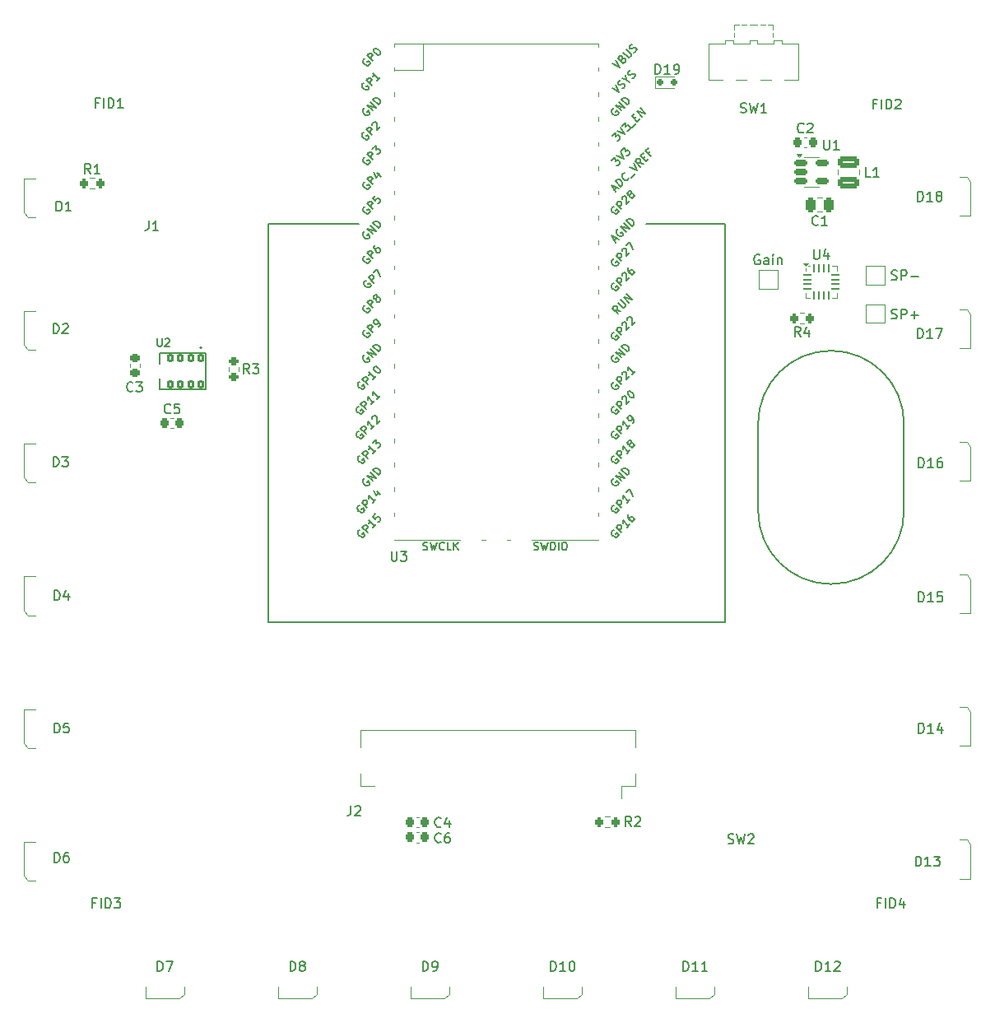
<source format=gbr>
%TF.GenerationSoftware,KiCad,Pcbnew,8.0.3*%
%TF.CreationDate,2024-07-01T01:23:48-06:00*%
%TF.ProjectId,dc32,64633332-2e6b-4696-9361-645f70636258,1.0*%
%TF.SameCoordinates,PX7bb10a0PY836a940*%
%TF.FileFunction,Legend,Top*%
%TF.FilePolarity,Positive*%
%FSLAX46Y46*%
G04 Gerber Fmt 4.6, Leading zero omitted, Abs format (unit mm)*
G04 Created by KiCad (PCBNEW 8.0.3) date 2024-07-01 01:23:48*
%MOMM*%
%LPD*%
G01*
G04 APERTURE LIST*
G04 Aperture macros list*
%AMRoundRect*
0 Rectangle with rounded corners*
0 $1 Rounding radius*
0 $2 $3 $4 $5 $6 $7 $8 $9 X,Y pos of 4 corners*
0 Add a 4 corners polygon primitive as box body*
4,1,4,$2,$3,$4,$5,$6,$7,$8,$9,$2,$3,0*
0 Add four circle primitives for the rounded corners*
1,1,$1+$1,$2,$3*
1,1,$1+$1,$4,$5*
1,1,$1+$1,$6,$7*
1,1,$1+$1,$8,$9*
0 Add four rect primitives between the rounded corners*
20,1,$1+$1,$2,$3,$4,$5,0*
20,1,$1+$1,$4,$5,$6,$7,0*
20,1,$1+$1,$6,$7,$8,$9,0*
20,1,$1+$1,$8,$9,$2,$3,0*%
%AMFreePoly0*
4,1,9,0.275000,-0.800000,-0.275000,-0.800000,-0.275000,-0.400000,-0.725000,-0.400000,-0.725000,0.150000,-0.275000,0.150000,-0.275000,0.800000,0.275000,0.800000,0.275000,-0.800000,0.275000,-0.800000,$1*%
%AMFreePoly1*
4,1,9,0.275000,0.150000,0.725000,0.150000,0.725000,-0.400000,0.275000,-0.400000,0.275000,-0.800000,-0.275000,-0.800000,-0.275000,0.800000,0.275000,0.800000,0.275000,0.150000,0.275000,0.150000,$1*%
G04 Aperture macros list end*
%ADD10C,0.150000*%
%ADD11C,0.120000*%
%ADD12C,0.127000*%
%ADD13C,0.200000*%
%ADD14C,0.880000*%
%ADD15O,1.800000X1.800000*%
%ADD16O,1.500000X1.500000*%
%ADD17R,3.500000X1.700000*%
%ADD18R,1.700000X3.500000*%
%ADD19C,2.000000*%
%ADD20FreePoly0,90.000000*%
%ADD21R,1.600000X0.700000*%
%ADD22R,1.600000X0.450000*%
%ADD23FreePoly1,90.000000*%
%ADD24RoundRect,0.225000X-0.225000X-0.250000X0.225000X-0.250000X0.225000X0.250000X-0.225000X0.250000X0*%
%ADD25C,1.200000*%
%ADD26R,0.700000X1.600000*%
%ADD27R,1.200000X1.400000*%
%ADD28R,1.200000X2.200000*%
%ADD29R,1.600000X1.400000*%
%ADD30R,1.500000X1.500000*%
%ADD31RoundRect,0.150000X0.150000X0.200000X-0.150000X0.200000X-0.150000X-0.200000X0.150000X-0.200000X0*%
%ADD32RoundRect,0.250000X0.250000X0.475000X-0.250000X0.475000X-0.250000X-0.475000X0.250000X-0.475000X0*%
%ADD33FreePoly0,0.000000*%
%ADD34R,0.450000X1.600000*%
%ADD35FreePoly1,0.000000*%
%ADD36R,0.300000X1.300000*%
%ADD37R,1.800000X2.200000*%
%ADD38RoundRect,0.200000X-0.275000X0.200000X-0.275000X-0.200000X0.275000X-0.200000X0.275000X0.200000X0*%
%ADD39FreePoly0,270.000000*%
%ADD40FreePoly1,270.000000*%
%ADD41C,0.900000*%
%ADD42R,1.250000X2.500000*%
%ADD43O,3.200000X3.500000*%
%ADD44C,1.800000*%
%ADD45RoundRect,0.200000X-0.200000X-0.275000X0.200000X-0.275000X0.200000X0.275000X-0.200000X0.275000X0*%
%ADD46RoundRect,0.250000X-0.850000X0.375000X-0.850000X-0.375000X0.850000X-0.375000X0.850000X0.375000X0*%
%ADD47C,1.500000*%
%ADD48C,0.750000*%
%ADD49RoundRect,0.102000X-0.200000X-0.300000X0.200000X-0.300000X0.200000X0.300000X-0.200000X0.300000X0*%
%ADD50RoundRect,0.200000X0.200000X0.275000X-0.200000X0.275000X-0.200000X-0.275000X0.200000X-0.275000X0*%
%ADD51RoundRect,0.150000X-0.512500X-0.150000X0.512500X-0.150000X0.512500X0.150000X-0.512500X0.150000X0*%
%ADD52RoundRect,0.062500X-0.350000X-0.062500X0.350000X-0.062500X0.350000X0.062500X-0.350000X0.062500X0*%
%ADD53RoundRect,0.062500X-0.062500X-0.350000X0.062500X-0.350000X0.062500X0.350000X-0.062500X0.350000X0*%
%ADD54R,1.230000X1.230000*%
%ADD55RoundRect,0.225000X0.250000X-0.225000X0.250000X0.225000X-0.250000X0.225000X-0.250000X-0.225000X0*%
%ADD56C,0.800000*%
%ADD57C,6.400000*%
G04 APERTURE END LIST*
D10*
X26500000Y40000000D02*
X26500000Y81000000D01*
X73500000Y40000000D02*
X26500000Y40000000D01*
X73500000Y81000000D02*
X73500000Y40000000D01*
X73500000Y81000000D02*
X65300000Y81000000D01*
X26500000Y81000000D02*
X35800000Y81000000D01*
X39138095Y47345181D02*
X39138095Y46535658D01*
X39138095Y46535658D02*
X39185714Y46440420D01*
X39185714Y46440420D02*
X39233333Y46392800D01*
X39233333Y46392800D02*
X39328571Y46345181D01*
X39328571Y46345181D02*
X39519047Y46345181D01*
X39519047Y46345181D02*
X39614285Y46392800D01*
X39614285Y46392800D02*
X39661904Y46440420D01*
X39661904Y46440420D02*
X39709523Y46535658D01*
X39709523Y46535658D02*
X39709523Y47345181D01*
X40090476Y47345181D02*
X40709523Y47345181D01*
X40709523Y47345181D02*
X40376190Y46964229D01*
X40376190Y46964229D02*
X40519047Y46964229D01*
X40519047Y46964229D02*
X40614285Y46916610D01*
X40614285Y46916610D02*
X40661904Y46868991D01*
X40661904Y46868991D02*
X40709523Y46773753D01*
X40709523Y46773753D02*
X40709523Y46535658D01*
X40709523Y46535658D02*
X40661904Y46440420D01*
X40661904Y46440420D02*
X40614285Y46392800D01*
X40614285Y46392800D02*
X40519047Y46345181D01*
X40519047Y46345181D02*
X40233333Y46345181D01*
X40233333Y46345181D02*
X40138095Y46392800D01*
X40138095Y46392800D02*
X40090476Y46440420D01*
X35753998Y62209132D02*
X35673185Y62182195D01*
X35673185Y62182195D02*
X35592373Y62101382D01*
X35592373Y62101382D02*
X35538498Y61993633D01*
X35538498Y61993633D02*
X35538498Y61885883D01*
X35538498Y61885883D02*
X35565436Y61805071D01*
X35565436Y61805071D02*
X35646248Y61670384D01*
X35646248Y61670384D02*
X35727060Y61589572D01*
X35727060Y61589572D02*
X35861747Y61508759D01*
X35861747Y61508759D02*
X35942560Y61481822D01*
X35942560Y61481822D02*
X36050309Y61481822D01*
X36050309Y61481822D02*
X36158059Y61535697D01*
X36158059Y61535697D02*
X36211934Y61589572D01*
X36211934Y61589572D02*
X36265808Y61697321D01*
X36265808Y61697321D02*
X36265808Y61751196D01*
X36265808Y61751196D02*
X36077247Y61939758D01*
X36077247Y61939758D02*
X35969497Y61832008D01*
X36562120Y61939758D02*
X35996434Y62505443D01*
X35996434Y62505443D02*
X36211934Y62720943D01*
X36211934Y62720943D02*
X36292746Y62747880D01*
X36292746Y62747880D02*
X36346621Y62747880D01*
X36346621Y62747880D02*
X36427433Y62720943D01*
X36427433Y62720943D02*
X36508245Y62640130D01*
X36508245Y62640130D02*
X36535182Y62559318D01*
X36535182Y62559318D02*
X36535182Y62505443D01*
X36535182Y62505443D02*
X36508245Y62424631D01*
X36508245Y62424631D02*
X36292746Y62209132D01*
X37424117Y62801755D02*
X37100868Y62478506D01*
X37262492Y62640130D02*
X36696807Y63205816D01*
X36696807Y63205816D02*
X36723744Y63071129D01*
X36723744Y63071129D02*
X36723744Y62963379D01*
X36723744Y62963379D02*
X36696807Y62882567D01*
X37962865Y63340503D02*
X37639616Y63017254D01*
X37801240Y63178879D02*
X37235555Y63744564D01*
X37235555Y63744564D02*
X37262492Y63609877D01*
X37262492Y63609877D02*
X37262492Y63502127D01*
X37262492Y63502127D02*
X37235555Y63421315D01*
X62061873Y79288760D02*
X62331247Y79558134D01*
X62169623Y79073261D02*
X61792499Y79827508D01*
X61792499Y79827508D02*
X62546746Y79450385D01*
X62492871Y80474006D02*
X62412059Y80447068D01*
X62412059Y80447068D02*
X62331247Y80366256D01*
X62331247Y80366256D02*
X62277372Y80258506D01*
X62277372Y80258506D02*
X62277372Y80150757D01*
X62277372Y80150757D02*
X62304310Y80069945D01*
X62304310Y80069945D02*
X62385122Y79935258D01*
X62385122Y79935258D02*
X62465934Y79854445D01*
X62465934Y79854445D02*
X62600621Y79773633D01*
X62600621Y79773633D02*
X62681433Y79746696D01*
X62681433Y79746696D02*
X62789183Y79746696D01*
X62789183Y79746696D02*
X62896932Y79800571D01*
X62896932Y79800571D02*
X62950807Y79854445D01*
X62950807Y79854445D02*
X63004682Y79962195D01*
X63004682Y79962195D02*
X63004682Y80016070D01*
X63004682Y80016070D02*
X62816120Y80204632D01*
X62816120Y80204632D02*
X62708371Y80096882D01*
X63300993Y80204632D02*
X62735308Y80770317D01*
X62735308Y80770317D02*
X63624242Y80527880D01*
X63624242Y80527880D02*
X63058557Y81093566D01*
X63893616Y80797254D02*
X63327931Y81362940D01*
X63327931Y81362940D02*
X63462618Y81497627D01*
X63462618Y81497627D02*
X63570367Y81551502D01*
X63570367Y81551502D02*
X63678117Y81551502D01*
X63678117Y81551502D02*
X63758929Y81524564D01*
X63758929Y81524564D02*
X63893616Y81443752D01*
X63893616Y81443752D02*
X63974428Y81362940D01*
X63974428Y81362940D02*
X64055241Y81228253D01*
X64055241Y81228253D02*
X64082178Y81147440D01*
X64082178Y81147440D02*
X64082178Y81039691D01*
X64082178Y81039691D02*
X64028303Y80931941D01*
X64028303Y80931941D02*
X63893616Y80797254D01*
X61996435Y54831569D02*
X61915623Y54804632D01*
X61915623Y54804632D02*
X61834811Y54723820D01*
X61834811Y54723820D02*
X61780936Y54616070D01*
X61780936Y54616070D02*
X61780936Y54508320D01*
X61780936Y54508320D02*
X61807873Y54427508D01*
X61807873Y54427508D02*
X61888685Y54292821D01*
X61888685Y54292821D02*
X61969498Y54212009D01*
X61969498Y54212009D02*
X62104185Y54131197D01*
X62104185Y54131197D02*
X62184997Y54104259D01*
X62184997Y54104259D02*
X62292746Y54104259D01*
X62292746Y54104259D02*
X62400496Y54158134D01*
X62400496Y54158134D02*
X62454371Y54212009D01*
X62454371Y54212009D02*
X62508246Y54319759D01*
X62508246Y54319759D02*
X62508246Y54373633D01*
X62508246Y54373633D02*
X62319684Y54562195D01*
X62319684Y54562195D02*
X62211934Y54454446D01*
X62804557Y54562195D02*
X62238872Y55127881D01*
X62238872Y55127881D02*
X63127806Y54885444D01*
X63127806Y54885444D02*
X62562120Y55451129D01*
X63397180Y55154818D02*
X62831494Y55720503D01*
X62831494Y55720503D02*
X62966181Y55855190D01*
X62966181Y55855190D02*
X63073931Y55909065D01*
X63073931Y55909065D02*
X63181680Y55909065D01*
X63181680Y55909065D02*
X63262493Y55882128D01*
X63262493Y55882128D02*
X63397180Y55801315D01*
X63397180Y55801315D02*
X63477992Y55720503D01*
X63477992Y55720503D02*
X63558804Y55585816D01*
X63558804Y55585816D02*
X63585741Y55505004D01*
X63585741Y55505004D02*
X63585741Y55397254D01*
X63585741Y55397254D02*
X63531867Y55289505D01*
X63531867Y55289505D02*
X63397180Y55154818D01*
X61863406Y97502415D02*
X62617653Y97125291D01*
X62617653Y97125291D02*
X62240529Y97879538D01*
X62887027Y97987288D02*
X62994776Y98041162D01*
X62994776Y98041162D02*
X63048651Y98041162D01*
X63048651Y98041162D02*
X63129463Y98014225D01*
X63129463Y98014225D02*
X63210276Y97933413D01*
X63210276Y97933413D02*
X63237213Y97852601D01*
X63237213Y97852601D02*
X63237213Y97798726D01*
X63237213Y97798726D02*
X63210276Y97717914D01*
X63210276Y97717914D02*
X62994776Y97502414D01*
X62994776Y97502414D02*
X62429091Y98068100D01*
X62429091Y98068100D02*
X62617653Y98256662D01*
X62617653Y98256662D02*
X62698465Y98283599D01*
X62698465Y98283599D02*
X62752340Y98283599D01*
X62752340Y98283599D02*
X62833152Y98256662D01*
X62833152Y98256662D02*
X62887027Y98202787D01*
X62887027Y98202787D02*
X62913964Y98121975D01*
X62913964Y98121975D02*
X62913964Y98068100D01*
X62913964Y98068100D02*
X62887027Y97987288D01*
X62887027Y97987288D02*
X62698465Y97798726D01*
X62994776Y98633785D02*
X63452712Y98175849D01*
X63452712Y98175849D02*
X63533524Y98148912D01*
X63533524Y98148912D02*
X63587399Y98148912D01*
X63587399Y98148912D02*
X63668211Y98175849D01*
X63668211Y98175849D02*
X63775961Y98283599D01*
X63775961Y98283599D02*
X63802898Y98364411D01*
X63802898Y98364411D02*
X63802898Y98418286D01*
X63802898Y98418286D02*
X63775961Y98499098D01*
X63775961Y98499098D02*
X63318025Y98957034D01*
X64099210Y98660723D02*
X64206959Y98714597D01*
X64206959Y98714597D02*
X64341646Y98849284D01*
X64341646Y98849284D02*
X64368584Y98930097D01*
X64368584Y98930097D02*
X64368584Y98983971D01*
X64368584Y98983971D02*
X64341646Y99064784D01*
X64341646Y99064784D02*
X64287771Y99118658D01*
X64287771Y99118658D02*
X64206959Y99145596D01*
X64206959Y99145596D02*
X64153084Y99145596D01*
X64153084Y99145596D02*
X64072272Y99118658D01*
X64072272Y99118658D02*
X63937585Y99037846D01*
X63937585Y99037846D02*
X63856773Y99010909D01*
X63856773Y99010909D02*
X63802898Y99010909D01*
X63802898Y99010909D02*
X63722086Y99037846D01*
X63722086Y99037846D02*
X63668211Y99091721D01*
X63668211Y99091721D02*
X63641274Y99172533D01*
X63641274Y99172533D02*
X63641274Y99226408D01*
X63641274Y99226408D02*
X63668211Y99307220D01*
X63668211Y99307220D02*
X63802898Y99441907D01*
X63802898Y99441907D02*
X63910648Y99495782D01*
X61996435Y92931569D02*
X61915623Y92904632D01*
X61915623Y92904632D02*
X61834811Y92823820D01*
X61834811Y92823820D02*
X61780936Y92716070D01*
X61780936Y92716070D02*
X61780936Y92608320D01*
X61780936Y92608320D02*
X61807873Y92527508D01*
X61807873Y92527508D02*
X61888685Y92392821D01*
X61888685Y92392821D02*
X61969498Y92312009D01*
X61969498Y92312009D02*
X62104185Y92231197D01*
X62104185Y92231197D02*
X62184997Y92204259D01*
X62184997Y92204259D02*
X62292746Y92204259D01*
X62292746Y92204259D02*
X62400496Y92258134D01*
X62400496Y92258134D02*
X62454371Y92312009D01*
X62454371Y92312009D02*
X62508246Y92419759D01*
X62508246Y92419759D02*
X62508246Y92473633D01*
X62508246Y92473633D02*
X62319684Y92662195D01*
X62319684Y92662195D02*
X62211934Y92554446D01*
X62804557Y92662195D02*
X62238872Y93227881D01*
X62238872Y93227881D02*
X63127806Y92985444D01*
X63127806Y92985444D02*
X62562120Y93551129D01*
X63397180Y93254818D02*
X62831494Y93820503D01*
X62831494Y93820503D02*
X62966181Y93955190D01*
X62966181Y93955190D02*
X63073931Y94009065D01*
X63073931Y94009065D02*
X63181680Y94009065D01*
X63181680Y94009065D02*
X63262493Y93982128D01*
X63262493Y93982128D02*
X63397180Y93901315D01*
X63397180Y93901315D02*
X63477992Y93820503D01*
X63477992Y93820503D02*
X63558804Y93685816D01*
X63558804Y93685816D02*
X63585741Y93605004D01*
X63585741Y93605004D02*
X63585741Y93497254D01*
X63585741Y93497254D02*
X63531867Y93389505D01*
X63531867Y93389505D02*
X63397180Y93254818D01*
X35899998Y57129132D02*
X35819185Y57102195D01*
X35819185Y57102195D02*
X35738373Y57021382D01*
X35738373Y57021382D02*
X35684498Y56913633D01*
X35684498Y56913633D02*
X35684498Y56805883D01*
X35684498Y56805883D02*
X35711436Y56725071D01*
X35711436Y56725071D02*
X35792248Y56590384D01*
X35792248Y56590384D02*
X35873060Y56509572D01*
X35873060Y56509572D02*
X36007747Y56428759D01*
X36007747Y56428759D02*
X36088560Y56401822D01*
X36088560Y56401822D02*
X36196309Y56401822D01*
X36196309Y56401822D02*
X36304059Y56455697D01*
X36304059Y56455697D02*
X36357934Y56509572D01*
X36357934Y56509572D02*
X36411808Y56617321D01*
X36411808Y56617321D02*
X36411808Y56671196D01*
X36411808Y56671196D02*
X36223247Y56859758D01*
X36223247Y56859758D02*
X36115497Y56752008D01*
X36708120Y56859758D02*
X36142434Y57425443D01*
X36142434Y57425443D02*
X36357934Y57640943D01*
X36357934Y57640943D02*
X36438746Y57667880D01*
X36438746Y57667880D02*
X36492621Y57667880D01*
X36492621Y57667880D02*
X36573433Y57640943D01*
X36573433Y57640943D02*
X36654245Y57560130D01*
X36654245Y57560130D02*
X36681182Y57479318D01*
X36681182Y57479318D02*
X36681182Y57425443D01*
X36681182Y57425443D02*
X36654245Y57344631D01*
X36654245Y57344631D02*
X36438746Y57129132D01*
X37570117Y57721755D02*
X37246868Y57398506D01*
X37408492Y57560130D02*
X36842807Y58125816D01*
X36842807Y58125816D02*
X36869744Y57991129D01*
X36869744Y57991129D02*
X36869744Y57883379D01*
X36869744Y57883379D02*
X36842807Y57802567D01*
X37192993Y58476002D02*
X37543179Y58826188D01*
X37543179Y58826188D02*
X37570117Y58422127D01*
X37570117Y58422127D02*
X37650929Y58502940D01*
X37650929Y58502940D02*
X37731741Y58529877D01*
X37731741Y58529877D02*
X37785616Y58529877D01*
X37785616Y58529877D02*
X37866428Y58502940D01*
X37866428Y58502940D02*
X38001115Y58368253D01*
X38001115Y58368253D02*
X38028053Y58287440D01*
X38028053Y58287440D02*
X38028053Y58233566D01*
X38028053Y58233566D02*
X38001115Y58152753D01*
X38001115Y58152753D02*
X37839491Y57991129D01*
X37839491Y57991129D02*
X37758679Y57964192D01*
X37758679Y57964192D02*
X37704804Y57964192D01*
X62065064Y84495951D02*
X62334438Y84765325D01*
X62172813Y84280451D02*
X61795690Y85034699D01*
X61795690Y85034699D02*
X62549937Y84657575D01*
X62738499Y84846137D02*
X62172813Y85411822D01*
X62172813Y85411822D02*
X62307500Y85546509D01*
X62307500Y85546509D02*
X62415250Y85600384D01*
X62415250Y85600384D02*
X62522999Y85600384D01*
X62522999Y85600384D02*
X62603812Y85573447D01*
X62603812Y85573447D02*
X62738499Y85492634D01*
X62738499Y85492634D02*
X62819311Y85411822D01*
X62819311Y85411822D02*
X62900123Y85277135D01*
X62900123Y85277135D02*
X62927060Y85196323D01*
X62927060Y85196323D02*
X62927060Y85088573D01*
X62927060Y85088573D02*
X62873186Y84980824D01*
X62873186Y84980824D02*
X62738499Y84846137D01*
X63573558Y85788946D02*
X63573558Y85735071D01*
X63573558Y85735071D02*
X63519683Y85627321D01*
X63519683Y85627321D02*
X63465808Y85573447D01*
X63465808Y85573447D02*
X63358059Y85519572D01*
X63358059Y85519572D02*
X63250309Y85519572D01*
X63250309Y85519572D02*
X63169497Y85546509D01*
X63169497Y85546509D02*
X63034810Y85627321D01*
X63034810Y85627321D02*
X62953998Y85708134D01*
X62953998Y85708134D02*
X62873186Y85842821D01*
X62873186Y85842821D02*
X62846248Y85923633D01*
X62846248Y85923633D02*
X62846248Y86031382D01*
X62846248Y86031382D02*
X62900123Y86139132D01*
X62900123Y86139132D02*
X62953998Y86193007D01*
X62953998Y86193007D02*
X63061747Y86246882D01*
X63061747Y86246882D02*
X63115622Y86246882D01*
X63789057Y85788946D02*
X64220056Y86219944D01*
X63654370Y86893379D02*
X64408618Y86516256D01*
X64408618Y86516256D02*
X64031494Y87270503D01*
X65108990Y87216628D02*
X64651054Y87297440D01*
X64785741Y86893379D02*
X64220056Y87459065D01*
X64220056Y87459065D02*
X64435555Y87674564D01*
X64435555Y87674564D02*
X64516367Y87701501D01*
X64516367Y87701501D02*
X64570242Y87701501D01*
X64570242Y87701501D02*
X64651054Y87674564D01*
X64651054Y87674564D02*
X64731866Y87593752D01*
X64731866Y87593752D02*
X64758804Y87512939D01*
X64758804Y87512939D02*
X64758804Y87459065D01*
X64758804Y87459065D02*
X64731866Y87378252D01*
X64731866Y87378252D02*
X64516367Y87162753D01*
X65055115Y87755376D02*
X65243677Y87943938D01*
X65620800Y87728439D02*
X65351426Y87459065D01*
X65351426Y87459065D02*
X64785741Y88024750D01*
X64785741Y88024750D02*
X65055115Y88294124D01*
X65755488Y88455749D02*
X65566926Y88267187D01*
X65863237Y87970875D02*
X65297552Y88536561D01*
X65297552Y88536561D02*
X65566926Y88805935D01*
X36423372Y85338506D02*
X36342560Y85311569D01*
X36342560Y85311569D02*
X36261748Y85230757D01*
X36261748Y85230757D02*
X36207873Y85123007D01*
X36207873Y85123007D02*
X36207873Y85015258D01*
X36207873Y85015258D02*
X36234810Y84934445D01*
X36234810Y84934445D02*
X36315623Y84799758D01*
X36315623Y84799758D02*
X36396435Y84718946D01*
X36396435Y84718946D02*
X36531122Y84638134D01*
X36531122Y84638134D02*
X36611934Y84611197D01*
X36611934Y84611197D02*
X36719684Y84611197D01*
X36719684Y84611197D02*
X36827433Y84665071D01*
X36827433Y84665071D02*
X36881308Y84718946D01*
X36881308Y84718946D02*
X36935183Y84826696D01*
X36935183Y84826696D02*
X36935183Y84880571D01*
X36935183Y84880571D02*
X36746621Y85069132D01*
X36746621Y85069132D02*
X36638871Y84961383D01*
X37231494Y85069132D02*
X36665809Y85634818D01*
X36665809Y85634818D02*
X36881308Y85850317D01*
X36881308Y85850317D02*
X36962120Y85877254D01*
X36962120Y85877254D02*
X37015995Y85877254D01*
X37015995Y85877254D02*
X37096807Y85850317D01*
X37096807Y85850317D02*
X37177619Y85769505D01*
X37177619Y85769505D02*
X37204557Y85688693D01*
X37204557Y85688693D02*
X37204557Y85634818D01*
X37204557Y85634818D02*
X37177619Y85554006D01*
X37177619Y85554006D02*
X36962120Y85338506D01*
X37662493Y86254378D02*
X38039616Y85877254D01*
X37312306Y86335190D02*
X37581680Y85796442D01*
X37581680Y85796442D02*
X37931867Y86146628D01*
X36523372Y75208506D02*
X36442560Y75181569D01*
X36442560Y75181569D02*
X36361748Y75100757D01*
X36361748Y75100757D02*
X36307873Y74993007D01*
X36307873Y74993007D02*
X36307873Y74885258D01*
X36307873Y74885258D02*
X36334810Y74804445D01*
X36334810Y74804445D02*
X36415623Y74669758D01*
X36415623Y74669758D02*
X36496435Y74588946D01*
X36496435Y74588946D02*
X36631122Y74508134D01*
X36631122Y74508134D02*
X36711934Y74481197D01*
X36711934Y74481197D02*
X36819684Y74481197D01*
X36819684Y74481197D02*
X36927433Y74535071D01*
X36927433Y74535071D02*
X36981308Y74588946D01*
X36981308Y74588946D02*
X37035183Y74696696D01*
X37035183Y74696696D02*
X37035183Y74750571D01*
X37035183Y74750571D02*
X36846621Y74939132D01*
X36846621Y74939132D02*
X36738871Y74831383D01*
X37331494Y74939132D02*
X36765809Y75504818D01*
X36765809Y75504818D02*
X36981308Y75720317D01*
X36981308Y75720317D02*
X37062120Y75747254D01*
X37062120Y75747254D02*
X37115995Y75747254D01*
X37115995Y75747254D02*
X37196807Y75720317D01*
X37196807Y75720317D02*
X37277619Y75639505D01*
X37277619Y75639505D02*
X37304557Y75558693D01*
X37304557Y75558693D02*
X37304557Y75504818D01*
X37304557Y75504818D02*
X37277619Y75424006D01*
X37277619Y75424006D02*
X37062120Y75208506D01*
X37277619Y76016628D02*
X37654743Y76393752D01*
X37654743Y76393752D02*
X37977992Y75585630D01*
X35899998Y49509132D02*
X35819185Y49482195D01*
X35819185Y49482195D02*
X35738373Y49401382D01*
X35738373Y49401382D02*
X35684498Y49293633D01*
X35684498Y49293633D02*
X35684498Y49185883D01*
X35684498Y49185883D02*
X35711436Y49105071D01*
X35711436Y49105071D02*
X35792248Y48970384D01*
X35792248Y48970384D02*
X35873060Y48889572D01*
X35873060Y48889572D02*
X36007747Y48808759D01*
X36007747Y48808759D02*
X36088560Y48781822D01*
X36088560Y48781822D02*
X36196309Y48781822D01*
X36196309Y48781822D02*
X36304059Y48835697D01*
X36304059Y48835697D02*
X36357934Y48889572D01*
X36357934Y48889572D02*
X36411808Y48997321D01*
X36411808Y48997321D02*
X36411808Y49051196D01*
X36411808Y49051196D02*
X36223247Y49239758D01*
X36223247Y49239758D02*
X36115497Y49132008D01*
X36708120Y49239758D02*
X36142434Y49805443D01*
X36142434Y49805443D02*
X36357934Y50020943D01*
X36357934Y50020943D02*
X36438746Y50047880D01*
X36438746Y50047880D02*
X36492621Y50047880D01*
X36492621Y50047880D02*
X36573433Y50020943D01*
X36573433Y50020943D02*
X36654245Y49940130D01*
X36654245Y49940130D02*
X36681182Y49859318D01*
X36681182Y49859318D02*
X36681182Y49805443D01*
X36681182Y49805443D02*
X36654245Y49724631D01*
X36654245Y49724631D02*
X36438746Y49509132D01*
X37570117Y50101755D02*
X37246868Y49778506D01*
X37408492Y49940130D02*
X36842807Y50505816D01*
X36842807Y50505816D02*
X36869744Y50371129D01*
X36869744Y50371129D02*
X36869744Y50263379D01*
X36869744Y50263379D02*
X36842807Y50182567D01*
X37516242Y51179251D02*
X37246868Y50909877D01*
X37246868Y50909877D02*
X37489305Y50613566D01*
X37489305Y50613566D02*
X37489305Y50667440D01*
X37489305Y50667440D02*
X37516242Y50748253D01*
X37516242Y50748253D02*
X37650929Y50882940D01*
X37650929Y50882940D02*
X37731741Y50909877D01*
X37731741Y50909877D02*
X37785616Y50909877D01*
X37785616Y50909877D02*
X37866428Y50882940D01*
X37866428Y50882940D02*
X38001115Y50748253D01*
X38001115Y50748253D02*
X38028053Y50667440D01*
X38028053Y50667440D02*
X38028053Y50613566D01*
X38028053Y50613566D02*
X38001115Y50532753D01*
X38001115Y50532753D02*
X37866428Y50398066D01*
X37866428Y50398066D02*
X37785616Y50371129D01*
X37785616Y50371129D02*
X37731741Y50371129D01*
X62007998Y52049132D02*
X61927185Y52022195D01*
X61927185Y52022195D02*
X61846373Y51941382D01*
X61846373Y51941382D02*
X61792498Y51833633D01*
X61792498Y51833633D02*
X61792498Y51725883D01*
X61792498Y51725883D02*
X61819436Y51645071D01*
X61819436Y51645071D02*
X61900248Y51510384D01*
X61900248Y51510384D02*
X61981060Y51429572D01*
X61981060Y51429572D02*
X62115747Y51348759D01*
X62115747Y51348759D02*
X62196560Y51321822D01*
X62196560Y51321822D02*
X62304309Y51321822D01*
X62304309Y51321822D02*
X62412059Y51375697D01*
X62412059Y51375697D02*
X62465934Y51429572D01*
X62465934Y51429572D02*
X62519808Y51537321D01*
X62519808Y51537321D02*
X62519808Y51591196D01*
X62519808Y51591196D02*
X62331247Y51779758D01*
X62331247Y51779758D02*
X62223497Y51672008D01*
X62816120Y51779758D02*
X62250434Y52345443D01*
X62250434Y52345443D02*
X62465934Y52560943D01*
X62465934Y52560943D02*
X62546746Y52587880D01*
X62546746Y52587880D02*
X62600621Y52587880D01*
X62600621Y52587880D02*
X62681433Y52560943D01*
X62681433Y52560943D02*
X62762245Y52480130D01*
X62762245Y52480130D02*
X62789182Y52399318D01*
X62789182Y52399318D02*
X62789182Y52345443D01*
X62789182Y52345443D02*
X62762245Y52264631D01*
X62762245Y52264631D02*
X62546746Y52049132D01*
X63678117Y52641755D02*
X63354868Y52318506D01*
X63516492Y52480130D02*
X62950807Y53045816D01*
X62950807Y53045816D02*
X62977744Y52911129D01*
X62977744Y52911129D02*
X62977744Y52803379D01*
X62977744Y52803379D02*
X62950807Y52722567D01*
X63300993Y53396002D02*
X63678117Y53773126D01*
X63678117Y53773126D02*
X64001366Y52965004D01*
X62007998Y74909132D02*
X61927185Y74882195D01*
X61927185Y74882195D02*
X61846373Y74801382D01*
X61846373Y74801382D02*
X61792498Y74693633D01*
X61792498Y74693633D02*
X61792498Y74585883D01*
X61792498Y74585883D02*
X61819436Y74505071D01*
X61819436Y74505071D02*
X61900248Y74370384D01*
X61900248Y74370384D02*
X61981060Y74289572D01*
X61981060Y74289572D02*
X62115747Y74208759D01*
X62115747Y74208759D02*
X62196560Y74181822D01*
X62196560Y74181822D02*
X62304309Y74181822D01*
X62304309Y74181822D02*
X62412059Y74235697D01*
X62412059Y74235697D02*
X62465934Y74289572D01*
X62465934Y74289572D02*
X62519808Y74397321D01*
X62519808Y74397321D02*
X62519808Y74451196D01*
X62519808Y74451196D02*
X62331247Y74639758D01*
X62331247Y74639758D02*
X62223497Y74532008D01*
X62816120Y74639758D02*
X62250434Y75205443D01*
X62250434Y75205443D02*
X62465934Y75420943D01*
X62465934Y75420943D02*
X62546746Y75447880D01*
X62546746Y75447880D02*
X62600621Y75447880D01*
X62600621Y75447880D02*
X62681433Y75420943D01*
X62681433Y75420943D02*
X62762245Y75340130D01*
X62762245Y75340130D02*
X62789182Y75259318D01*
X62789182Y75259318D02*
X62789182Y75205443D01*
X62789182Y75205443D02*
X62762245Y75124631D01*
X62762245Y75124631D02*
X62546746Y74909132D01*
X62843057Y75690317D02*
X62843057Y75744191D01*
X62843057Y75744191D02*
X62869995Y75825004D01*
X62869995Y75825004D02*
X63004682Y75959691D01*
X63004682Y75959691D02*
X63085494Y75986628D01*
X63085494Y75986628D02*
X63139369Y75986628D01*
X63139369Y75986628D02*
X63220181Y75959691D01*
X63220181Y75959691D02*
X63274056Y75905816D01*
X63274056Y75905816D02*
X63327930Y75798066D01*
X63327930Y75798066D02*
X63327930Y75151569D01*
X63327930Y75151569D02*
X63678117Y75501755D01*
X63597305Y76552314D02*
X63489555Y76444564D01*
X63489555Y76444564D02*
X63462618Y76363752D01*
X63462618Y76363752D02*
X63462618Y76309877D01*
X63462618Y76309877D02*
X63489555Y76175190D01*
X63489555Y76175190D02*
X63570367Y76040503D01*
X63570367Y76040503D02*
X63785866Y75825004D01*
X63785866Y75825004D02*
X63866679Y75798066D01*
X63866679Y75798066D02*
X63920553Y75798066D01*
X63920553Y75798066D02*
X64001366Y75825004D01*
X64001366Y75825004D02*
X64109115Y75932753D01*
X64109115Y75932753D02*
X64136053Y76013566D01*
X64136053Y76013566D02*
X64136053Y76067440D01*
X64136053Y76067440D02*
X64109115Y76148253D01*
X64109115Y76148253D02*
X63974428Y76282940D01*
X63974428Y76282940D02*
X63893616Y76309877D01*
X63893616Y76309877D02*
X63839741Y76309877D01*
X63839741Y76309877D02*
X63758929Y76282940D01*
X63758929Y76282940D02*
X63651179Y76175190D01*
X63651179Y76175190D02*
X63624242Y76094378D01*
X63624242Y76094378D02*
X63624242Y76040503D01*
X63624242Y76040503D02*
X63651179Y75959691D01*
X42400475Y47505800D02*
X42514761Y47467705D01*
X42514761Y47467705D02*
X42705237Y47467705D01*
X42705237Y47467705D02*
X42781428Y47505800D01*
X42781428Y47505800D02*
X42819523Y47543896D01*
X42819523Y47543896D02*
X42857618Y47620086D01*
X42857618Y47620086D02*
X42857618Y47696277D01*
X42857618Y47696277D02*
X42819523Y47772467D01*
X42819523Y47772467D02*
X42781428Y47810562D01*
X42781428Y47810562D02*
X42705237Y47848658D01*
X42705237Y47848658D02*
X42552856Y47886753D01*
X42552856Y47886753D02*
X42476666Y47924848D01*
X42476666Y47924848D02*
X42438571Y47962943D01*
X42438571Y47962943D02*
X42400475Y48039134D01*
X42400475Y48039134D02*
X42400475Y48115324D01*
X42400475Y48115324D02*
X42438571Y48191515D01*
X42438571Y48191515D02*
X42476666Y48229610D01*
X42476666Y48229610D02*
X42552856Y48267705D01*
X42552856Y48267705D02*
X42743333Y48267705D01*
X42743333Y48267705D02*
X42857618Y48229610D01*
X43124285Y48267705D02*
X43314761Y47467705D01*
X43314761Y47467705D02*
X43467142Y48039134D01*
X43467142Y48039134D02*
X43619523Y47467705D01*
X43619523Y47467705D02*
X43810000Y48267705D01*
X44571905Y47543896D02*
X44533809Y47505800D01*
X44533809Y47505800D02*
X44419524Y47467705D01*
X44419524Y47467705D02*
X44343333Y47467705D01*
X44343333Y47467705D02*
X44229047Y47505800D01*
X44229047Y47505800D02*
X44152857Y47581991D01*
X44152857Y47581991D02*
X44114762Y47658181D01*
X44114762Y47658181D02*
X44076666Y47810562D01*
X44076666Y47810562D02*
X44076666Y47924848D01*
X44076666Y47924848D02*
X44114762Y48077229D01*
X44114762Y48077229D02*
X44152857Y48153420D01*
X44152857Y48153420D02*
X44229047Y48229610D01*
X44229047Y48229610D02*
X44343333Y48267705D01*
X44343333Y48267705D02*
X44419524Y48267705D01*
X44419524Y48267705D02*
X44533809Y48229610D01*
X44533809Y48229610D02*
X44571905Y48191515D01*
X45295714Y47467705D02*
X44914762Y47467705D01*
X44914762Y47467705D02*
X44914762Y48267705D01*
X45562381Y47467705D02*
X45562381Y48267705D01*
X46019524Y47467705D02*
X45676666Y47924848D01*
X46019524Y48267705D02*
X45562381Y47810562D01*
X61832407Y90071416D02*
X62182593Y90421602D01*
X62182593Y90421602D02*
X62209531Y90017541D01*
X62209531Y90017541D02*
X62290343Y90098354D01*
X62290343Y90098354D02*
X62371155Y90125291D01*
X62371155Y90125291D02*
X62425030Y90125291D01*
X62425030Y90125291D02*
X62505842Y90098354D01*
X62505842Y90098354D02*
X62640529Y89963667D01*
X62640529Y89963667D02*
X62667467Y89882854D01*
X62667467Y89882854D02*
X62667467Y89828980D01*
X62667467Y89828980D02*
X62640529Y89748167D01*
X62640529Y89748167D02*
X62478905Y89586543D01*
X62478905Y89586543D02*
X62398093Y89559606D01*
X62398093Y89559606D02*
X62344218Y89559606D01*
X62344218Y90583227D02*
X63098465Y90206103D01*
X63098465Y90206103D02*
X62721342Y90960351D01*
X62856028Y91095037D02*
X63206215Y91445224D01*
X63206215Y91445224D02*
X63233152Y91041163D01*
X63233152Y91041163D02*
X63313964Y91121975D01*
X63313964Y91121975D02*
X63394776Y91148912D01*
X63394776Y91148912D02*
X63448651Y91148912D01*
X63448651Y91148912D02*
X63529464Y91121975D01*
X63529464Y91121975D02*
X63664151Y90987288D01*
X63664151Y90987288D02*
X63691088Y90906476D01*
X63691088Y90906476D02*
X63691088Y90852601D01*
X63691088Y90852601D02*
X63664151Y90771789D01*
X63664151Y90771789D02*
X63502526Y90610164D01*
X63502526Y90610164D02*
X63421714Y90583227D01*
X63421714Y90583227D02*
X63367839Y90583227D01*
X63933525Y90933413D02*
X64364523Y91364412D01*
X64149024Y91849285D02*
X64337586Y92037847D01*
X64714709Y91822348D02*
X64445335Y91552974D01*
X64445335Y91552974D02*
X63879650Y92118659D01*
X63879650Y92118659D02*
X64149024Y92388033D01*
X64957146Y92064785D02*
X64391461Y92630470D01*
X64391461Y92630470D02*
X65280395Y92388033D01*
X65280395Y92388033D02*
X64714710Y92953719D01*
X61800123Y87539132D02*
X62150309Y87889318D01*
X62150309Y87889318D02*
X62177247Y87485257D01*
X62177247Y87485257D02*
X62258059Y87566069D01*
X62258059Y87566069D02*
X62338871Y87593007D01*
X62338871Y87593007D02*
X62392746Y87593007D01*
X62392746Y87593007D02*
X62473558Y87566069D01*
X62473558Y87566069D02*
X62608245Y87431382D01*
X62608245Y87431382D02*
X62635182Y87350570D01*
X62635182Y87350570D02*
X62635182Y87296695D01*
X62635182Y87296695D02*
X62608245Y87215883D01*
X62608245Y87215883D02*
X62446621Y87054259D01*
X62446621Y87054259D02*
X62365808Y87027321D01*
X62365808Y87027321D02*
X62311934Y87027321D01*
X62311934Y88050943D02*
X63066181Y87673819D01*
X63066181Y87673819D02*
X62689057Y88428066D01*
X62823744Y88562753D02*
X63173930Y88912939D01*
X63173930Y88912939D02*
X63200868Y88508878D01*
X63200868Y88508878D02*
X63281680Y88589691D01*
X63281680Y88589691D02*
X63362492Y88616628D01*
X63362492Y88616628D02*
X63416367Y88616628D01*
X63416367Y88616628D02*
X63497179Y88589691D01*
X63497179Y88589691D02*
X63631866Y88455004D01*
X63631866Y88455004D02*
X63658804Y88374191D01*
X63658804Y88374191D02*
X63658804Y88320317D01*
X63658804Y88320317D02*
X63631866Y88239504D01*
X63631866Y88239504D02*
X63470242Y88077880D01*
X63470242Y88077880D02*
X63389430Y88050943D01*
X63389430Y88050943D02*
X63335555Y88050943D01*
X36423372Y72638506D02*
X36342560Y72611569D01*
X36342560Y72611569D02*
X36261748Y72530757D01*
X36261748Y72530757D02*
X36207873Y72423007D01*
X36207873Y72423007D02*
X36207873Y72315258D01*
X36207873Y72315258D02*
X36234810Y72234445D01*
X36234810Y72234445D02*
X36315623Y72099758D01*
X36315623Y72099758D02*
X36396435Y72018946D01*
X36396435Y72018946D02*
X36531122Y71938134D01*
X36531122Y71938134D02*
X36611934Y71911197D01*
X36611934Y71911197D02*
X36719684Y71911197D01*
X36719684Y71911197D02*
X36827433Y71965071D01*
X36827433Y71965071D02*
X36881308Y72018946D01*
X36881308Y72018946D02*
X36935183Y72126696D01*
X36935183Y72126696D02*
X36935183Y72180571D01*
X36935183Y72180571D02*
X36746621Y72369132D01*
X36746621Y72369132D02*
X36638871Y72261383D01*
X37231494Y72369132D02*
X36665809Y72934818D01*
X36665809Y72934818D02*
X36881308Y73150317D01*
X36881308Y73150317D02*
X36962120Y73177254D01*
X36962120Y73177254D02*
X37015995Y73177254D01*
X37015995Y73177254D02*
X37096807Y73150317D01*
X37096807Y73150317D02*
X37177619Y73069505D01*
X37177619Y73069505D02*
X37204557Y72988693D01*
X37204557Y72988693D02*
X37204557Y72934818D01*
X37204557Y72934818D02*
X37177619Y72854006D01*
X37177619Y72854006D02*
X36962120Y72638506D01*
X37554743Y73338879D02*
X37473931Y73311941D01*
X37473931Y73311941D02*
X37420056Y73311941D01*
X37420056Y73311941D02*
X37339244Y73338879D01*
X37339244Y73338879D02*
X37312306Y73365816D01*
X37312306Y73365816D02*
X37285369Y73446628D01*
X37285369Y73446628D02*
X37285369Y73500503D01*
X37285369Y73500503D02*
X37312306Y73581315D01*
X37312306Y73581315D02*
X37420056Y73689065D01*
X37420056Y73689065D02*
X37500868Y73716002D01*
X37500868Y73716002D02*
X37554743Y73716002D01*
X37554743Y73716002D02*
X37635555Y73689065D01*
X37635555Y73689065D02*
X37662493Y73662128D01*
X37662493Y73662128D02*
X37689430Y73581315D01*
X37689430Y73581315D02*
X37689430Y73527441D01*
X37689430Y73527441D02*
X37662493Y73446628D01*
X37662493Y73446628D02*
X37554743Y73338879D01*
X37554743Y73338879D02*
X37527806Y73258067D01*
X37527806Y73258067D02*
X37527806Y73204192D01*
X37527806Y73204192D02*
X37554743Y73123380D01*
X37554743Y73123380D02*
X37662493Y73015630D01*
X37662493Y73015630D02*
X37743305Y72988693D01*
X37743305Y72988693D02*
X37797180Y72988693D01*
X37797180Y72988693D02*
X37877992Y73015630D01*
X37877992Y73015630D02*
X37985741Y73123380D01*
X37985741Y73123380D02*
X38012679Y73204192D01*
X38012679Y73204192D02*
X38012679Y73258067D01*
X38012679Y73258067D02*
X37985741Y73338879D01*
X37985741Y73338879D02*
X37877992Y73446628D01*
X37877992Y73446628D02*
X37797180Y73473566D01*
X37797180Y73473566D02*
X37743305Y73473566D01*
X37743305Y73473566D02*
X37662493Y73446628D01*
X62007998Y49509132D02*
X61927185Y49482195D01*
X61927185Y49482195D02*
X61846373Y49401382D01*
X61846373Y49401382D02*
X61792498Y49293633D01*
X61792498Y49293633D02*
X61792498Y49185883D01*
X61792498Y49185883D02*
X61819436Y49105071D01*
X61819436Y49105071D02*
X61900248Y48970384D01*
X61900248Y48970384D02*
X61981060Y48889572D01*
X61981060Y48889572D02*
X62115747Y48808759D01*
X62115747Y48808759D02*
X62196560Y48781822D01*
X62196560Y48781822D02*
X62304309Y48781822D01*
X62304309Y48781822D02*
X62412059Y48835697D01*
X62412059Y48835697D02*
X62465934Y48889572D01*
X62465934Y48889572D02*
X62519808Y48997321D01*
X62519808Y48997321D02*
X62519808Y49051196D01*
X62519808Y49051196D02*
X62331247Y49239758D01*
X62331247Y49239758D02*
X62223497Y49132008D01*
X62816120Y49239758D02*
X62250434Y49805443D01*
X62250434Y49805443D02*
X62465934Y50020943D01*
X62465934Y50020943D02*
X62546746Y50047880D01*
X62546746Y50047880D02*
X62600621Y50047880D01*
X62600621Y50047880D02*
X62681433Y50020943D01*
X62681433Y50020943D02*
X62762245Y49940130D01*
X62762245Y49940130D02*
X62789182Y49859318D01*
X62789182Y49859318D02*
X62789182Y49805443D01*
X62789182Y49805443D02*
X62762245Y49724631D01*
X62762245Y49724631D02*
X62546746Y49509132D01*
X63678117Y50101755D02*
X63354868Y49778506D01*
X63516492Y49940130D02*
X62950807Y50505816D01*
X62950807Y50505816D02*
X62977744Y50371129D01*
X62977744Y50371129D02*
X62977744Y50263379D01*
X62977744Y50263379D02*
X62950807Y50182567D01*
X63597305Y51152314D02*
X63489555Y51044564D01*
X63489555Y51044564D02*
X63462618Y50963752D01*
X63462618Y50963752D02*
X63462618Y50909877D01*
X63462618Y50909877D02*
X63489555Y50775190D01*
X63489555Y50775190D02*
X63570367Y50640503D01*
X63570367Y50640503D02*
X63785866Y50425004D01*
X63785866Y50425004D02*
X63866679Y50398066D01*
X63866679Y50398066D02*
X63920553Y50398066D01*
X63920553Y50398066D02*
X64001366Y50425004D01*
X64001366Y50425004D02*
X64109115Y50532753D01*
X64109115Y50532753D02*
X64136053Y50613566D01*
X64136053Y50613566D02*
X64136053Y50667440D01*
X64136053Y50667440D02*
X64109115Y50748253D01*
X64109115Y50748253D02*
X63974428Y50882940D01*
X63974428Y50882940D02*
X63893616Y50909877D01*
X63893616Y50909877D02*
X63839741Y50909877D01*
X63839741Y50909877D02*
X63758929Y50882940D01*
X63758929Y50882940D02*
X63651179Y50775190D01*
X63651179Y50775190D02*
X63624242Y50694378D01*
X63624242Y50694378D02*
X63624242Y50640503D01*
X63624242Y50640503D02*
X63651179Y50559691D01*
X61996435Y67531569D02*
X61915623Y67504632D01*
X61915623Y67504632D02*
X61834811Y67423820D01*
X61834811Y67423820D02*
X61780936Y67316070D01*
X61780936Y67316070D02*
X61780936Y67208320D01*
X61780936Y67208320D02*
X61807873Y67127508D01*
X61807873Y67127508D02*
X61888685Y66992821D01*
X61888685Y66992821D02*
X61969498Y66912009D01*
X61969498Y66912009D02*
X62104185Y66831197D01*
X62104185Y66831197D02*
X62184997Y66804259D01*
X62184997Y66804259D02*
X62292746Y66804259D01*
X62292746Y66804259D02*
X62400496Y66858134D01*
X62400496Y66858134D02*
X62454371Y66912009D01*
X62454371Y66912009D02*
X62508246Y67019759D01*
X62508246Y67019759D02*
X62508246Y67073633D01*
X62508246Y67073633D02*
X62319684Y67262195D01*
X62319684Y67262195D02*
X62211934Y67154446D01*
X62804557Y67262195D02*
X62238872Y67827881D01*
X62238872Y67827881D02*
X63127806Y67585444D01*
X63127806Y67585444D02*
X62562120Y68151129D01*
X63397180Y67854818D02*
X62831494Y68420503D01*
X62831494Y68420503D02*
X62966181Y68555190D01*
X62966181Y68555190D02*
X63073931Y68609065D01*
X63073931Y68609065D02*
X63181680Y68609065D01*
X63181680Y68609065D02*
X63262493Y68582128D01*
X63262493Y68582128D02*
X63397180Y68501315D01*
X63397180Y68501315D02*
X63477992Y68420503D01*
X63477992Y68420503D02*
X63558804Y68285816D01*
X63558804Y68285816D02*
X63585741Y68205004D01*
X63585741Y68205004D02*
X63585741Y68097254D01*
X63585741Y68097254D02*
X63531867Y67989505D01*
X63531867Y67989505D02*
X63397180Y67854818D01*
X36396435Y80231569D02*
X36315623Y80204632D01*
X36315623Y80204632D02*
X36234811Y80123820D01*
X36234811Y80123820D02*
X36180936Y80016070D01*
X36180936Y80016070D02*
X36180936Y79908320D01*
X36180936Y79908320D02*
X36207873Y79827508D01*
X36207873Y79827508D02*
X36288685Y79692821D01*
X36288685Y79692821D02*
X36369498Y79612009D01*
X36369498Y79612009D02*
X36504185Y79531197D01*
X36504185Y79531197D02*
X36584997Y79504259D01*
X36584997Y79504259D02*
X36692746Y79504259D01*
X36692746Y79504259D02*
X36800496Y79558134D01*
X36800496Y79558134D02*
X36854371Y79612009D01*
X36854371Y79612009D02*
X36908246Y79719759D01*
X36908246Y79719759D02*
X36908246Y79773633D01*
X36908246Y79773633D02*
X36719684Y79962195D01*
X36719684Y79962195D02*
X36611934Y79854446D01*
X37204557Y79962195D02*
X36638872Y80527881D01*
X36638872Y80527881D02*
X37527806Y80285444D01*
X37527806Y80285444D02*
X36962120Y80851129D01*
X37797180Y80554818D02*
X37231494Y81120503D01*
X37231494Y81120503D02*
X37366181Y81255190D01*
X37366181Y81255190D02*
X37473931Y81309065D01*
X37473931Y81309065D02*
X37581680Y81309065D01*
X37581680Y81309065D02*
X37662493Y81282128D01*
X37662493Y81282128D02*
X37797180Y81201315D01*
X37797180Y81201315D02*
X37877992Y81120503D01*
X37877992Y81120503D02*
X37958804Y80985816D01*
X37958804Y80985816D02*
X37985741Y80905004D01*
X37985741Y80905004D02*
X37985741Y80797254D01*
X37985741Y80797254D02*
X37931867Y80689505D01*
X37931867Y80689505D02*
X37797180Y80554818D01*
X62007998Y82783132D02*
X61927185Y82756195D01*
X61927185Y82756195D02*
X61846373Y82675382D01*
X61846373Y82675382D02*
X61792498Y82567633D01*
X61792498Y82567633D02*
X61792498Y82459883D01*
X61792498Y82459883D02*
X61819436Y82379071D01*
X61819436Y82379071D02*
X61900248Y82244384D01*
X61900248Y82244384D02*
X61981060Y82163572D01*
X61981060Y82163572D02*
X62115747Y82082759D01*
X62115747Y82082759D02*
X62196560Y82055822D01*
X62196560Y82055822D02*
X62304309Y82055822D01*
X62304309Y82055822D02*
X62412059Y82109697D01*
X62412059Y82109697D02*
X62465934Y82163572D01*
X62465934Y82163572D02*
X62519808Y82271321D01*
X62519808Y82271321D02*
X62519808Y82325196D01*
X62519808Y82325196D02*
X62331247Y82513758D01*
X62331247Y82513758D02*
X62223497Y82406008D01*
X62816120Y82513758D02*
X62250434Y83079443D01*
X62250434Y83079443D02*
X62465934Y83294943D01*
X62465934Y83294943D02*
X62546746Y83321880D01*
X62546746Y83321880D02*
X62600621Y83321880D01*
X62600621Y83321880D02*
X62681433Y83294943D01*
X62681433Y83294943D02*
X62762245Y83214130D01*
X62762245Y83214130D02*
X62789182Y83133318D01*
X62789182Y83133318D02*
X62789182Y83079443D01*
X62789182Y83079443D02*
X62762245Y82998631D01*
X62762245Y82998631D02*
X62546746Y82783132D01*
X62843057Y83564317D02*
X62843057Y83618191D01*
X62843057Y83618191D02*
X62869995Y83699004D01*
X62869995Y83699004D02*
X63004682Y83833691D01*
X63004682Y83833691D02*
X63085494Y83860628D01*
X63085494Y83860628D02*
X63139369Y83860628D01*
X63139369Y83860628D02*
X63220181Y83833691D01*
X63220181Y83833691D02*
X63274056Y83779816D01*
X63274056Y83779816D02*
X63327930Y83672066D01*
X63327930Y83672066D02*
X63327930Y83025569D01*
X63327930Y83025569D02*
X63678117Y83375755D01*
X63678117Y84022253D02*
X63597305Y83995315D01*
X63597305Y83995315D02*
X63543430Y83995315D01*
X63543430Y83995315D02*
X63462618Y84022253D01*
X63462618Y84022253D02*
X63435680Y84049190D01*
X63435680Y84049190D02*
X63408743Y84130002D01*
X63408743Y84130002D02*
X63408743Y84183877D01*
X63408743Y84183877D02*
X63435680Y84264689D01*
X63435680Y84264689D02*
X63543430Y84372439D01*
X63543430Y84372439D02*
X63624242Y84399376D01*
X63624242Y84399376D02*
X63678117Y84399376D01*
X63678117Y84399376D02*
X63758929Y84372439D01*
X63758929Y84372439D02*
X63785866Y84345501D01*
X63785866Y84345501D02*
X63812804Y84264689D01*
X63812804Y84264689D02*
X63812804Y84210814D01*
X63812804Y84210814D02*
X63785866Y84130002D01*
X63785866Y84130002D02*
X63678117Y84022253D01*
X63678117Y84022253D02*
X63651179Y83941440D01*
X63651179Y83941440D02*
X63651179Y83887566D01*
X63651179Y83887566D02*
X63678117Y83806753D01*
X63678117Y83806753D02*
X63785866Y83699004D01*
X63785866Y83699004D02*
X63866679Y83672066D01*
X63866679Y83672066D02*
X63920553Y83672066D01*
X63920553Y83672066D02*
X64001366Y83699004D01*
X64001366Y83699004D02*
X64109115Y83806753D01*
X64109115Y83806753D02*
X64136053Y83887566D01*
X64136053Y83887566D02*
X64136053Y83941440D01*
X64136053Y83941440D02*
X64109115Y84022253D01*
X64109115Y84022253D02*
X64001366Y84130002D01*
X64001366Y84130002D02*
X63920553Y84156940D01*
X63920553Y84156940D02*
X63866679Y84156940D01*
X63866679Y84156940D02*
X63785866Y84130002D01*
X36423372Y70098506D02*
X36342560Y70071569D01*
X36342560Y70071569D02*
X36261748Y69990757D01*
X36261748Y69990757D02*
X36207873Y69883007D01*
X36207873Y69883007D02*
X36207873Y69775258D01*
X36207873Y69775258D02*
X36234810Y69694445D01*
X36234810Y69694445D02*
X36315623Y69559758D01*
X36315623Y69559758D02*
X36396435Y69478946D01*
X36396435Y69478946D02*
X36531122Y69398134D01*
X36531122Y69398134D02*
X36611934Y69371197D01*
X36611934Y69371197D02*
X36719684Y69371197D01*
X36719684Y69371197D02*
X36827433Y69425071D01*
X36827433Y69425071D02*
X36881308Y69478946D01*
X36881308Y69478946D02*
X36935183Y69586696D01*
X36935183Y69586696D02*
X36935183Y69640571D01*
X36935183Y69640571D02*
X36746621Y69829132D01*
X36746621Y69829132D02*
X36638871Y69721383D01*
X37231494Y69829132D02*
X36665809Y70394818D01*
X36665809Y70394818D02*
X36881308Y70610317D01*
X36881308Y70610317D02*
X36962120Y70637254D01*
X36962120Y70637254D02*
X37015995Y70637254D01*
X37015995Y70637254D02*
X37096807Y70610317D01*
X37096807Y70610317D02*
X37177619Y70529505D01*
X37177619Y70529505D02*
X37204557Y70448693D01*
X37204557Y70448693D02*
X37204557Y70394818D01*
X37204557Y70394818D02*
X37177619Y70314006D01*
X37177619Y70314006D02*
X36962120Y70098506D01*
X37824117Y70421755D02*
X37931867Y70529505D01*
X37931867Y70529505D02*
X37958804Y70610317D01*
X37958804Y70610317D02*
X37958804Y70664192D01*
X37958804Y70664192D02*
X37931867Y70798879D01*
X37931867Y70798879D02*
X37851054Y70933566D01*
X37851054Y70933566D02*
X37635555Y71149065D01*
X37635555Y71149065D02*
X37554743Y71176002D01*
X37554743Y71176002D02*
X37500868Y71176002D01*
X37500868Y71176002D02*
X37420056Y71149065D01*
X37420056Y71149065D02*
X37312306Y71041315D01*
X37312306Y71041315D02*
X37285369Y70960503D01*
X37285369Y70960503D02*
X37285369Y70906628D01*
X37285369Y70906628D02*
X37312306Y70825816D01*
X37312306Y70825816D02*
X37446993Y70691129D01*
X37446993Y70691129D02*
X37527806Y70664192D01*
X37527806Y70664192D02*
X37581680Y70664192D01*
X37581680Y70664192D02*
X37662493Y70691129D01*
X37662493Y70691129D02*
X37770242Y70798879D01*
X37770242Y70798879D02*
X37797180Y70879691D01*
X37797180Y70879691D02*
X37797180Y70933566D01*
X37797180Y70933566D02*
X37770242Y71014378D01*
X53814761Y47505800D02*
X53929047Y47467705D01*
X53929047Y47467705D02*
X54119523Y47467705D01*
X54119523Y47467705D02*
X54195714Y47505800D01*
X54195714Y47505800D02*
X54233809Y47543896D01*
X54233809Y47543896D02*
X54271904Y47620086D01*
X54271904Y47620086D02*
X54271904Y47696277D01*
X54271904Y47696277D02*
X54233809Y47772467D01*
X54233809Y47772467D02*
X54195714Y47810562D01*
X54195714Y47810562D02*
X54119523Y47848658D01*
X54119523Y47848658D02*
X53967142Y47886753D01*
X53967142Y47886753D02*
X53890952Y47924848D01*
X53890952Y47924848D02*
X53852857Y47962943D01*
X53852857Y47962943D02*
X53814761Y48039134D01*
X53814761Y48039134D02*
X53814761Y48115324D01*
X53814761Y48115324D02*
X53852857Y48191515D01*
X53852857Y48191515D02*
X53890952Y48229610D01*
X53890952Y48229610D02*
X53967142Y48267705D01*
X53967142Y48267705D02*
X54157619Y48267705D01*
X54157619Y48267705D02*
X54271904Y48229610D01*
X54538571Y48267705D02*
X54729047Y47467705D01*
X54729047Y47467705D02*
X54881428Y48039134D01*
X54881428Y48039134D02*
X55033809Y47467705D01*
X55033809Y47467705D02*
X55224286Y48267705D01*
X55529048Y47467705D02*
X55529048Y48267705D01*
X55529048Y48267705D02*
X55719524Y48267705D01*
X55719524Y48267705D02*
X55833810Y48229610D01*
X55833810Y48229610D02*
X55910000Y48153420D01*
X55910000Y48153420D02*
X55948095Y48077229D01*
X55948095Y48077229D02*
X55986191Y47924848D01*
X55986191Y47924848D02*
X55986191Y47810562D01*
X55986191Y47810562D02*
X55948095Y47658181D01*
X55948095Y47658181D02*
X55910000Y47581991D01*
X55910000Y47581991D02*
X55833810Y47505800D01*
X55833810Y47505800D02*
X55719524Y47467705D01*
X55719524Y47467705D02*
X55529048Y47467705D01*
X56329048Y47467705D02*
X56329048Y48267705D01*
X56862381Y48267705D02*
X57014762Y48267705D01*
X57014762Y48267705D02*
X57090952Y48229610D01*
X57090952Y48229610D02*
X57167143Y48153420D01*
X57167143Y48153420D02*
X57205238Y48001039D01*
X57205238Y48001039D02*
X57205238Y47734372D01*
X57205238Y47734372D02*
X57167143Y47581991D01*
X57167143Y47581991D02*
X57090952Y47505800D01*
X57090952Y47505800D02*
X57014762Y47467705D01*
X57014762Y47467705D02*
X56862381Y47467705D01*
X56862381Y47467705D02*
X56786190Y47505800D01*
X56786190Y47505800D02*
X56710000Y47581991D01*
X56710000Y47581991D02*
X56671904Y47734372D01*
X56671904Y47734372D02*
X56671904Y48001039D01*
X56671904Y48001039D02*
X56710000Y48153420D01*
X56710000Y48153420D02*
X56786190Y48229610D01*
X56786190Y48229610D02*
X56862381Y48267705D01*
X36423372Y82798506D02*
X36342560Y82771569D01*
X36342560Y82771569D02*
X36261748Y82690757D01*
X36261748Y82690757D02*
X36207873Y82583007D01*
X36207873Y82583007D02*
X36207873Y82475258D01*
X36207873Y82475258D02*
X36234810Y82394445D01*
X36234810Y82394445D02*
X36315623Y82259758D01*
X36315623Y82259758D02*
X36396435Y82178946D01*
X36396435Y82178946D02*
X36531122Y82098134D01*
X36531122Y82098134D02*
X36611934Y82071197D01*
X36611934Y82071197D02*
X36719684Y82071197D01*
X36719684Y82071197D02*
X36827433Y82125071D01*
X36827433Y82125071D02*
X36881308Y82178946D01*
X36881308Y82178946D02*
X36935183Y82286696D01*
X36935183Y82286696D02*
X36935183Y82340571D01*
X36935183Y82340571D02*
X36746621Y82529132D01*
X36746621Y82529132D02*
X36638871Y82421383D01*
X37231494Y82529132D02*
X36665809Y83094818D01*
X36665809Y83094818D02*
X36881308Y83310317D01*
X36881308Y83310317D02*
X36962120Y83337254D01*
X36962120Y83337254D02*
X37015995Y83337254D01*
X37015995Y83337254D02*
X37096807Y83310317D01*
X37096807Y83310317D02*
X37177619Y83229505D01*
X37177619Y83229505D02*
X37204557Y83148693D01*
X37204557Y83148693D02*
X37204557Y83094818D01*
X37204557Y83094818D02*
X37177619Y83014006D01*
X37177619Y83014006D02*
X36962120Y82798506D01*
X37500868Y83929877D02*
X37231494Y83660503D01*
X37231494Y83660503D02*
X37473931Y83364192D01*
X37473931Y83364192D02*
X37473931Y83418067D01*
X37473931Y83418067D02*
X37500868Y83498879D01*
X37500868Y83498879D02*
X37635555Y83633566D01*
X37635555Y83633566D02*
X37716367Y83660503D01*
X37716367Y83660503D02*
X37770242Y83660503D01*
X37770242Y83660503D02*
X37851054Y83633566D01*
X37851054Y83633566D02*
X37985741Y83498879D01*
X37985741Y83498879D02*
X38012679Y83418067D01*
X38012679Y83418067D02*
X38012679Y83364192D01*
X38012679Y83364192D02*
X37985741Y83283380D01*
X37985741Y83283380D02*
X37851054Y83148693D01*
X37851054Y83148693D02*
X37770242Y83121755D01*
X37770242Y83121755D02*
X37716367Y83121755D01*
X36423372Y98038506D02*
X36342560Y98011569D01*
X36342560Y98011569D02*
X36261748Y97930757D01*
X36261748Y97930757D02*
X36207873Y97823007D01*
X36207873Y97823007D02*
X36207873Y97715258D01*
X36207873Y97715258D02*
X36234810Y97634445D01*
X36234810Y97634445D02*
X36315623Y97499758D01*
X36315623Y97499758D02*
X36396435Y97418946D01*
X36396435Y97418946D02*
X36531122Y97338134D01*
X36531122Y97338134D02*
X36611934Y97311197D01*
X36611934Y97311197D02*
X36719684Y97311197D01*
X36719684Y97311197D02*
X36827433Y97365071D01*
X36827433Y97365071D02*
X36881308Y97418946D01*
X36881308Y97418946D02*
X36935183Y97526696D01*
X36935183Y97526696D02*
X36935183Y97580571D01*
X36935183Y97580571D02*
X36746621Y97769132D01*
X36746621Y97769132D02*
X36638871Y97661383D01*
X37231494Y97769132D02*
X36665809Y98334818D01*
X36665809Y98334818D02*
X36881308Y98550317D01*
X36881308Y98550317D02*
X36962120Y98577254D01*
X36962120Y98577254D02*
X37015995Y98577254D01*
X37015995Y98577254D02*
X37096807Y98550317D01*
X37096807Y98550317D02*
X37177619Y98469505D01*
X37177619Y98469505D02*
X37204557Y98388693D01*
X37204557Y98388693D02*
X37204557Y98334818D01*
X37204557Y98334818D02*
X37177619Y98254006D01*
X37177619Y98254006D02*
X36962120Y98038506D01*
X37339244Y99008253D02*
X37393119Y99062128D01*
X37393119Y99062128D02*
X37473931Y99089065D01*
X37473931Y99089065D02*
X37527806Y99089065D01*
X37527806Y99089065D02*
X37608618Y99062128D01*
X37608618Y99062128D02*
X37743305Y98981315D01*
X37743305Y98981315D02*
X37877992Y98846628D01*
X37877992Y98846628D02*
X37958804Y98711941D01*
X37958804Y98711941D02*
X37985741Y98631129D01*
X37985741Y98631129D02*
X37985741Y98577254D01*
X37985741Y98577254D02*
X37958804Y98496442D01*
X37958804Y98496442D02*
X37904929Y98442567D01*
X37904929Y98442567D02*
X37824117Y98415630D01*
X37824117Y98415630D02*
X37770242Y98415630D01*
X37770242Y98415630D02*
X37689430Y98442567D01*
X37689430Y98442567D02*
X37554743Y98523380D01*
X37554743Y98523380D02*
X37420056Y98658067D01*
X37420056Y98658067D02*
X37339244Y98792754D01*
X37339244Y98792754D02*
X37312306Y98873566D01*
X37312306Y98873566D02*
X37312306Y98927441D01*
X37312306Y98927441D02*
X37339244Y99008253D01*
X36423372Y87878506D02*
X36342560Y87851569D01*
X36342560Y87851569D02*
X36261748Y87770757D01*
X36261748Y87770757D02*
X36207873Y87663007D01*
X36207873Y87663007D02*
X36207873Y87555258D01*
X36207873Y87555258D02*
X36234810Y87474445D01*
X36234810Y87474445D02*
X36315623Y87339758D01*
X36315623Y87339758D02*
X36396435Y87258946D01*
X36396435Y87258946D02*
X36531122Y87178134D01*
X36531122Y87178134D02*
X36611934Y87151197D01*
X36611934Y87151197D02*
X36719684Y87151197D01*
X36719684Y87151197D02*
X36827433Y87205071D01*
X36827433Y87205071D02*
X36881308Y87258946D01*
X36881308Y87258946D02*
X36935183Y87366696D01*
X36935183Y87366696D02*
X36935183Y87420571D01*
X36935183Y87420571D02*
X36746621Y87609132D01*
X36746621Y87609132D02*
X36638871Y87501383D01*
X37231494Y87609132D02*
X36665809Y88174818D01*
X36665809Y88174818D02*
X36881308Y88390317D01*
X36881308Y88390317D02*
X36962120Y88417254D01*
X36962120Y88417254D02*
X37015995Y88417254D01*
X37015995Y88417254D02*
X37096807Y88390317D01*
X37096807Y88390317D02*
X37177619Y88309505D01*
X37177619Y88309505D02*
X37204557Y88228693D01*
X37204557Y88228693D02*
X37204557Y88174818D01*
X37204557Y88174818D02*
X37177619Y88094006D01*
X37177619Y88094006D02*
X36962120Y87878506D01*
X37177619Y88686628D02*
X37527806Y89036815D01*
X37527806Y89036815D02*
X37554743Y88632754D01*
X37554743Y88632754D02*
X37635555Y88713566D01*
X37635555Y88713566D02*
X37716367Y88740503D01*
X37716367Y88740503D02*
X37770242Y88740503D01*
X37770242Y88740503D02*
X37851054Y88713566D01*
X37851054Y88713566D02*
X37985741Y88578879D01*
X37985741Y88578879D02*
X38012679Y88498067D01*
X38012679Y88498067D02*
X38012679Y88444192D01*
X38012679Y88444192D02*
X37985741Y88363380D01*
X37985741Y88363380D02*
X37824117Y88201755D01*
X37824117Y88201755D02*
X37743305Y88174818D01*
X37743305Y88174818D02*
X37689430Y88174818D01*
X36396435Y54831569D02*
X36315623Y54804632D01*
X36315623Y54804632D02*
X36234811Y54723820D01*
X36234811Y54723820D02*
X36180936Y54616070D01*
X36180936Y54616070D02*
X36180936Y54508320D01*
X36180936Y54508320D02*
X36207873Y54427508D01*
X36207873Y54427508D02*
X36288685Y54292821D01*
X36288685Y54292821D02*
X36369498Y54212009D01*
X36369498Y54212009D02*
X36504185Y54131197D01*
X36504185Y54131197D02*
X36584997Y54104259D01*
X36584997Y54104259D02*
X36692746Y54104259D01*
X36692746Y54104259D02*
X36800496Y54158134D01*
X36800496Y54158134D02*
X36854371Y54212009D01*
X36854371Y54212009D02*
X36908246Y54319759D01*
X36908246Y54319759D02*
X36908246Y54373633D01*
X36908246Y54373633D02*
X36719684Y54562195D01*
X36719684Y54562195D02*
X36611934Y54454446D01*
X37204557Y54562195D02*
X36638872Y55127881D01*
X36638872Y55127881D02*
X37527806Y54885444D01*
X37527806Y54885444D02*
X36962120Y55451129D01*
X37797180Y55154818D02*
X37231494Y55720503D01*
X37231494Y55720503D02*
X37366181Y55855190D01*
X37366181Y55855190D02*
X37473931Y55909065D01*
X37473931Y55909065D02*
X37581680Y55909065D01*
X37581680Y55909065D02*
X37662493Y55882128D01*
X37662493Y55882128D02*
X37797180Y55801315D01*
X37797180Y55801315D02*
X37877992Y55720503D01*
X37877992Y55720503D02*
X37958804Y55585816D01*
X37958804Y55585816D02*
X37985741Y55505004D01*
X37985741Y55505004D02*
X37985741Y55397254D01*
X37985741Y55397254D02*
X37931867Y55289505D01*
X37931867Y55289505D02*
X37797180Y55154818D01*
X36396435Y92931569D02*
X36315623Y92904632D01*
X36315623Y92904632D02*
X36234811Y92823820D01*
X36234811Y92823820D02*
X36180936Y92716070D01*
X36180936Y92716070D02*
X36180936Y92608320D01*
X36180936Y92608320D02*
X36207873Y92527508D01*
X36207873Y92527508D02*
X36288685Y92392821D01*
X36288685Y92392821D02*
X36369498Y92312009D01*
X36369498Y92312009D02*
X36504185Y92231197D01*
X36504185Y92231197D02*
X36584997Y92204259D01*
X36584997Y92204259D02*
X36692746Y92204259D01*
X36692746Y92204259D02*
X36800496Y92258134D01*
X36800496Y92258134D02*
X36854371Y92312009D01*
X36854371Y92312009D02*
X36908246Y92419759D01*
X36908246Y92419759D02*
X36908246Y92473633D01*
X36908246Y92473633D02*
X36719684Y92662195D01*
X36719684Y92662195D02*
X36611934Y92554446D01*
X37204557Y92662195D02*
X36638872Y93227881D01*
X36638872Y93227881D02*
X37527806Y92985444D01*
X37527806Y92985444D02*
X36962120Y93551129D01*
X37797180Y93254818D02*
X37231494Y93820503D01*
X37231494Y93820503D02*
X37366181Y93955190D01*
X37366181Y93955190D02*
X37473931Y94009065D01*
X37473931Y94009065D02*
X37581680Y94009065D01*
X37581680Y94009065D02*
X37662493Y93982128D01*
X37662493Y93982128D02*
X37797180Y93901315D01*
X37797180Y93901315D02*
X37877992Y93820503D01*
X37877992Y93820503D02*
X37958804Y93685816D01*
X37958804Y93685816D02*
X37985741Y93605004D01*
X37985741Y93605004D02*
X37985741Y93497254D01*
X37985741Y93497254D02*
X37931867Y93389505D01*
X37931867Y93389505D02*
X37797180Y93254818D01*
X62007998Y62209132D02*
X61927185Y62182195D01*
X61927185Y62182195D02*
X61846373Y62101382D01*
X61846373Y62101382D02*
X61792498Y61993633D01*
X61792498Y61993633D02*
X61792498Y61885883D01*
X61792498Y61885883D02*
X61819436Y61805071D01*
X61819436Y61805071D02*
X61900248Y61670384D01*
X61900248Y61670384D02*
X61981060Y61589572D01*
X61981060Y61589572D02*
X62115747Y61508759D01*
X62115747Y61508759D02*
X62196560Y61481822D01*
X62196560Y61481822D02*
X62304309Y61481822D01*
X62304309Y61481822D02*
X62412059Y61535697D01*
X62412059Y61535697D02*
X62465934Y61589572D01*
X62465934Y61589572D02*
X62519808Y61697321D01*
X62519808Y61697321D02*
X62519808Y61751196D01*
X62519808Y61751196D02*
X62331247Y61939758D01*
X62331247Y61939758D02*
X62223497Y61832008D01*
X62816120Y61939758D02*
X62250434Y62505443D01*
X62250434Y62505443D02*
X62465934Y62720943D01*
X62465934Y62720943D02*
X62546746Y62747880D01*
X62546746Y62747880D02*
X62600621Y62747880D01*
X62600621Y62747880D02*
X62681433Y62720943D01*
X62681433Y62720943D02*
X62762245Y62640130D01*
X62762245Y62640130D02*
X62789182Y62559318D01*
X62789182Y62559318D02*
X62789182Y62505443D01*
X62789182Y62505443D02*
X62762245Y62424631D01*
X62762245Y62424631D02*
X62546746Y62209132D01*
X62843057Y62990317D02*
X62843057Y63044191D01*
X62843057Y63044191D02*
X62869995Y63125004D01*
X62869995Y63125004D02*
X63004682Y63259691D01*
X63004682Y63259691D02*
X63085494Y63286628D01*
X63085494Y63286628D02*
X63139369Y63286628D01*
X63139369Y63286628D02*
X63220181Y63259691D01*
X63220181Y63259691D02*
X63274056Y63205816D01*
X63274056Y63205816D02*
X63327930Y63098066D01*
X63327930Y63098066D02*
X63327930Y62451569D01*
X63327930Y62451569D02*
X63678117Y62801755D01*
X63462618Y63717627D02*
X63516492Y63771501D01*
X63516492Y63771501D02*
X63597305Y63798439D01*
X63597305Y63798439D02*
X63651179Y63798439D01*
X63651179Y63798439D02*
X63731992Y63771501D01*
X63731992Y63771501D02*
X63866679Y63690689D01*
X63866679Y63690689D02*
X64001366Y63556002D01*
X64001366Y63556002D02*
X64082178Y63421315D01*
X64082178Y63421315D02*
X64109115Y63340503D01*
X64109115Y63340503D02*
X64109115Y63286628D01*
X64109115Y63286628D02*
X64082178Y63205816D01*
X64082178Y63205816D02*
X64028303Y63151941D01*
X64028303Y63151941D02*
X63947491Y63125004D01*
X63947491Y63125004D02*
X63893616Y63125004D01*
X63893616Y63125004D02*
X63812804Y63151941D01*
X63812804Y63151941D02*
X63678117Y63232753D01*
X63678117Y63232753D02*
X63543430Y63367440D01*
X63543430Y63367440D02*
X63462618Y63502127D01*
X63462618Y63502127D02*
X63435680Y63582940D01*
X63435680Y63582940D02*
X63435680Y63636814D01*
X63435680Y63636814D02*
X63462618Y63717627D01*
X62007998Y59669132D02*
X61927185Y59642195D01*
X61927185Y59642195D02*
X61846373Y59561382D01*
X61846373Y59561382D02*
X61792498Y59453633D01*
X61792498Y59453633D02*
X61792498Y59345883D01*
X61792498Y59345883D02*
X61819436Y59265071D01*
X61819436Y59265071D02*
X61900248Y59130384D01*
X61900248Y59130384D02*
X61981060Y59049572D01*
X61981060Y59049572D02*
X62115747Y58968759D01*
X62115747Y58968759D02*
X62196560Y58941822D01*
X62196560Y58941822D02*
X62304309Y58941822D01*
X62304309Y58941822D02*
X62412059Y58995697D01*
X62412059Y58995697D02*
X62465934Y59049572D01*
X62465934Y59049572D02*
X62519808Y59157321D01*
X62519808Y59157321D02*
X62519808Y59211196D01*
X62519808Y59211196D02*
X62331247Y59399758D01*
X62331247Y59399758D02*
X62223497Y59292008D01*
X62816120Y59399758D02*
X62250434Y59965443D01*
X62250434Y59965443D02*
X62465934Y60180943D01*
X62465934Y60180943D02*
X62546746Y60207880D01*
X62546746Y60207880D02*
X62600621Y60207880D01*
X62600621Y60207880D02*
X62681433Y60180943D01*
X62681433Y60180943D02*
X62762245Y60100130D01*
X62762245Y60100130D02*
X62789182Y60019318D01*
X62789182Y60019318D02*
X62789182Y59965443D01*
X62789182Y59965443D02*
X62762245Y59884631D01*
X62762245Y59884631D02*
X62546746Y59669132D01*
X63678117Y60261755D02*
X63354868Y59938506D01*
X63516492Y60100130D02*
X62950807Y60665816D01*
X62950807Y60665816D02*
X62977744Y60531129D01*
X62977744Y60531129D02*
X62977744Y60423379D01*
X62977744Y60423379D02*
X62950807Y60342567D01*
X63947491Y60531129D02*
X64055240Y60638879D01*
X64055240Y60638879D02*
X64082178Y60719691D01*
X64082178Y60719691D02*
X64082178Y60773566D01*
X64082178Y60773566D02*
X64055240Y60908253D01*
X64055240Y60908253D02*
X63974428Y61042940D01*
X63974428Y61042940D02*
X63758929Y61258439D01*
X63758929Y61258439D02*
X63678117Y61285376D01*
X63678117Y61285376D02*
X63624242Y61285376D01*
X63624242Y61285376D02*
X63543430Y61258439D01*
X63543430Y61258439D02*
X63435680Y61150689D01*
X63435680Y61150689D02*
X63408743Y61069877D01*
X63408743Y61069877D02*
X63408743Y61016002D01*
X63408743Y61016002D02*
X63435680Y60935190D01*
X63435680Y60935190D02*
X63570367Y60800503D01*
X63570367Y60800503D02*
X63651179Y60773566D01*
X63651179Y60773566D02*
X63705054Y60773566D01*
X63705054Y60773566D02*
X63785866Y60800503D01*
X63785866Y60800503D02*
X63893616Y60908253D01*
X63893616Y60908253D02*
X63920553Y60989065D01*
X63920553Y60989065D02*
X63920553Y61042940D01*
X63920553Y61042940D02*
X63893616Y61123752D01*
X36323372Y90418506D02*
X36242560Y90391569D01*
X36242560Y90391569D02*
X36161748Y90310757D01*
X36161748Y90310757D02*
X36107873Y90203007D01*
X36107873Y90203007D02*
X36107873Y90095258D01*
X36107873Y90095258D02*
X36134810Y90014445D01*
X36134810Y90014445D02*
X36215623Y89879758D01*
X36215623Y89879758D02*
X36296435Y89798946D01*
X36296435Y89798946D02*
X36431122Y89718134D01*
X36431122Y89718134D02*
X36511934Y89691197D01*
X36511934Y89691197D02*
X36619684Y89691197D01*
X36619684Y89691197D02*
X36727433Y89745071D01*
X36727433Y89745071D02*
X36781308Y89798946D01*
X36781308Y89798946D02*
X36835183Y89906696D01*
X36835183Y89906696D02*
X36835183Y89960571D01*
X36835183Y89960571D02*
X36646621Y90149132D01*
X36646621Y90149132D02*
X36538871Y90041383D01*
X37131494Y90149132D02*
X36565809Y90714818D01*
X36565809Y90714818D02*
X36781308Y90930317D01*
X36781308Y90930317D02*
X36862120Y90957254D01*
X36862120Y90957254D02*
X36915995Y90957254D01*
X36915995Y90957254D02*
X36996807Y90930317D01*
X36996807Y90930317D02*
X37077619Y90849505D01*
X37077619Y90849505D02*
X37104557Y90768693D01*
X37104557Y90768693D02*
X37104557Y90714818D01*
X37104557Y90714818D02*
X37077619Y90634006D01*
X37077619Y90634006D02*
X36862120Y90418506D01*
X37158432Y91199691D02*
X37158432Y91253566D01*
X37158432Y91253566D02*
X37185369Y91334378D01*
X37185369Y91334378D02*
X37320056Y91469065D01*
X37320056Y91469065D02*
X37400868Y91496002D01*
X37400868Y91496002D02*
X37454743Y91496002D01*
X37454743Y91496002D02*
X37535555Y91469065D01*
X37535555Y91469065D02*
X37589430Y91415190D01*
X37589430Y91415190D02*
X37643305Y91307441D01*
X37643305Y91307441D02*
X37643305Y90660943D01*
X37643305Y90660943D02*
X37993491Y91011129D01*
X62007998Y57129132D02*
X61927185Y57102195D01*
X61927185Y57102195D02*
X61846373Y57021382D01*
X61846373Y57021382D02*
X61792498Y56913633D01*
X61792498Y56913633D02*
X61792498Y56805883D01*
X61792498Y56805883D02*
X61819436Y56725071D01*
X61819436Y56725071D02*
X61900248Y56590384D01*
X61900248Y56590384D02*
X61981060Y56509572D01*
X61981060Y56509572D02*
X62115747Y56428759D01*
X62115747Y56428759D02*
X62196560Y56401822D01*
X62196560Y56401822D02*
X62304309Y56401822D01*
X62304309Y56401822D02*
X62412059Y56455697D01*
X62412059Y56455697D02*
X62465934Y56509572D01*
X62465934Y56509572D02*
X62519808Y56617321D01*
X62519808Y56617321D02*
X62519808Y56671196D01*
X62519808Y56671196D02*
X62331247Y56859758D01*
X62331247Y56859758D02*
X62223497Y56752008D01*
X62816120Y56859758D02*
X62250434Y57425443D01*
X62250434Y57425443D02*
X62465934Y57640943D01*
X62465934Y57640943D02*
X62546746Y57667880D01*
X62546746Y57667880D02*
X62600621Y57667880D01*
X62600621Y57667880D02*
X62681433Y57640943D01*
X62681433Y57640943D02*
X62762245Y57560130D01*
X62762245Y57560130D02*
X62789182Y57479318D01*
X62789182Y57479318D02*
X62789182Y57425443D01*
X62789182Y57425443D02*
X62762245Y57344631D01*
X62762245Y57344631D02*
X62546746Y57129132D01*
X63678117Y57721755D02*
X63354868Y57398506D01*
X63516492Y57560130D02*
X62950807Y58125816D01*
X62950807Y58125816D02*
X62977744Y57991129D01*
X62977744Y57991129D02*
X62977744Y57883379D01*
X62977744Y57883379D02*
X62950807Y57802567D01*
X63678117Y58368253D02*
X63597305Y58341315D01*
X63597305Y58341315D02*
X63543430Y58341315D01*
X63543430Y58341315D02*
X63462618Y58368253D01*
X63462618Y58368253D02*
X63435680Y58395190D01*
X63435680Y58395190D02*
X63408743Y58476002D01*
X63408743Y58476002D02*
X63408743Y58529877D01*
X63408743Y58529877D02*
X63435680Y58610689D01*
X63435680Y58610689D02*
X63543430Y58718439D01*
X63543430Y58718439D02*
X63624242Y58745376D01*
X63624242Y58745376D02*
X63678117Y58745376D01*
X63678117Y58745376D02*
X63758929Y58718439D01*
X63758929Y58718439D02*
X63785866Y58691501D01*
X63785866Y58691501D02*
X63812804Y58610689D01*
X63812804Y58610689D02*
X63812804Y58556814D01*
X63812804Y58556814D02*
X63785866Y58476002D01*
X63785866Y58476002D02*
X63678117Y58368253D01*
X63678117Y58368253D02*
X63651179Y58287440D01*
X63651179Y58287440D02*
X63651179Y58233566D01*
X63651179Y58233566D02*
X63678117Y58152753D01*
X63678117Y58152753D02*
X63785866Y58045004D01*
X63785866Y58045004D02*
X63866679Y58018066D01*
X63866679Y58018066D02*
X63920553Y58018066D01*
X63920553Y58018066D02*
X64001366Y58045004D01*
X64001366Y58045004D02*
X64109115Y58152753D01*
X64109115Y58152753D02*
X64136053Y58233566D01*
X64136053Y58233566D02*
X64136053Y58287440D01*
X64136053Y58287440D02*
X64109115Y58368253D01*
X64109115Y58368253D02*
X64001366Y58476002D01*
X64001366Y58476002D02*
X63920553Y58502940D01*
X63920553Y58502940D02*
X63866679Y58502940D01*
X63866679Y58502940D02*
X63785866Y58476002D01*
X36423372Y77718506D02*
X36342560Y77691569D01*
X36342560Y77691569D02*
X36261748Y77610757D01*
X36261748Y77610757D02*
X36207873Y77503007D01*
X36207873Y77503007D02*
X36207873Y77395258D01*
X36207873Y77395258D02*
X36234810Y77314445D01*
X36234810Y77314445D02*
X36315623Y77179758D01*
X36315623Y77179758D02*
X36396435Y77098946D01*
X36396435Y77098946D02*
X36531122Y77018134D01*
X36531122Y77018134D02*
X36611934Y76991197D01*
X36611934Y76991197D02*
X36719684Y76991197D01*
X36719684Y76991197D02*
X36827433Y77045071D01*
X36827433Y77045071D02*
X36881308Y77098946D01*
X36881308Y77098946D02*
X36935183Y77206696D01*
X36935183Y77206696D02*
X36935183Y77260571D01*
X36935183Y77260571D02*
X36746621Y77449132D01*
X36746621Y77449132D02*
X36638871Y77341383D01*
X37231494Y77449132D02*
X36665809Y78014818D01*
X36665809Y78014818D02*
X36881308Y78230317D01*
X36881308Y78230317D02*
X36962120Y78257254D01*
X36962120Y78257254D02*
X37015995Y78257254D01*
X37015995Y78257254D02*
X37096807Y78230317D01*
X37096807Y78230317D02*
X37177619Y78149505D01*
X37177619Y78149505D02*
X37204557Y78068693D01*
X37204557Y78068693D02*
X37204557Y78014818D01*
X37204557Y78014818D02*
X37177619Y77934006D01*
X37177619Y77934006D02*
X36962120Y77718506D01*
X37473931Y78822940D02*
X37366181Y78715190D01*
X37366181Y78715190D02*
X37339244Y78634378D01*
X37339244Y78634378D02*
X37339244Y78580503D01*
X37339244Y78580503D02*
X37366181Y78445816D01*
X37366181Y78445816D02*
X37446993Y78311129D01*
X37446993Y78311129D02*
X37662493Y78095630D01*
X37662493Y78095630D02*
X37743305Y78068693D01*
X37743305Y78068693D02*
X37797180Y78068693D01*
X37797180Y78068693D02*
X37877992Y78095630D01*
X37877992Y78095630D02*
X37985741Y78203380D01*
X37985741Y78203380D02*
X38012679Y78284192D01*
X38012679Y78284192D02*
X38012679Y78338067D01*
X38012679Y78338067D02*
X37985741Y78418879D01*
X37985741Y78418879D02*
X37851054Y78553566D01*
X37851054Y78553566D02*
X37770242Y78580503D01*
X37770242Y78580503D02*
X37716367Y78580503D01*
X37716367Y78580503D02*
X37635555Y78553566D01*
X37635555Y78553566D02*
X37527806Y78445816D01*
X37527806Y78445816D02*
X37500868Y78365004D01*
X37500868Y78365004D02*
X37500868Y78311129D01*
X37500868Y78311129D02*
X37527806Y78230317D01*
X62007998Y64739132D02*
X61927185Y64712195D01*
X61927185Y64712195D02*
X61846373Y64631382D01*
X61846373Y64631382D02*
X61792498Y64523633D01*
X61792498Y64523633D02*
X61792498Y64415883D01*
X61792498Y64415883D02*
X61819436Y64335071D01*
X61819436Y64335071D02*
X61900248Y64200384D01*
X61900248Y64200384D02*
X61981060Y64119572D01*
X61981060Y64119572D02*
X62115747Y64038759D01*
X62115747Y64038759D02*
X62196560Y64011822D01*
X62196560Y64011822D02*
X62304309Y64011822D01*
X62304309Y64011822D02*
X62412059Y64065697D01*
X62412059Y64065697D02*
X62465934Y64119572D01*
X62465934Y64119572D02*
X62519808Y64227321D01*
X62519808Y64227321D02*
X62519808Y64281196D01*
X62519808Y64281196D02*
X62331247Y64469758D01*
X62331247Y64469758D02*
X62223497Y64362008D01*
X62816120Y64469758D02*
X62250434Y65035443D01*
X62250434Y65035443D02*
X62465934Y65250943D01*
X62465934Y65250943D02*
X62546746Y65277880D01*
X62546746Y65277880D02*
X62600621Y65277880D01*
X62600621Y65277880D02*
X62681433Y65250943D01*
X62681433Y65250943D02*
X62762245Y65170130D01*
X62762245Y65170130D02*
X62789182Y65089318D01*
X62789182Y65089318D02*
X62789182Y65035443D01*
X62789182Y65035443D02*
X62762245Y64954631D01*
X62762245Y64954631D02*
X62546746Y64739132D01*
X62843057Y65520317D02*
X62843057Y65574191D01*
X62843057Y65574191D02*
X62869995Y65655004D01*
X62869995Y65655004D02*
X63004682Y65789691D01*
X63004682Y65789691D02*
X63085494Y65816628D01*
X63085494Y65816628D02*
X63139369Y65816628D01*
X63139369Y65816628D02*
X63220181Y65789691D01*
X63220181Y65789691D02*
X63274056Y65735816D01*
X63274056Y65735816D02*
X63327930Y65628066D01*
X63327930Y65628066D02*
X63327930Y64981569D01*
X63327930Y64981569D02*
X63678117Y65331755D01*
X64216865Y65870503D02*
X63893616Y65547254D01*
X64055240Y65708879D02*
X63489555Y66274564D01*
X63489555Y66274564D02*
X63516492Y66139877D01*
X63516492Y66139877D02*
X63516492Y66032127D01*
X63516492Y66032127D02*
X63489555Y65951315D01*
X62007998Y69829132D02*
X61927185Y69802195D01*
X61927185Y69802195D02*
X61846373Y69721382D01*
X61846373Y69721382D02*
X61792498Y69613633D01*
X61792498Y69613633D02*
X61792498Y69505883D01*
X61792498Y69505883D02*
X61819436Y69425071D01*
X61819436Y69425071D02*
X61900248Y69290384D01*
X61900248Y69290384D02*
X61981060Y69209572D01*
X61981060Y69209572D02*
X62115747Y69128759D01*
X62115747Y69128759D02*
X62196560Y69101822D01*
X62196560Y69101822D02*
X62304309Y69101822D01*
X62304309Y69101822D02*
X62412059Y69155697D01*
X62412059Y69155697D02*
X62465934Y69209572D01*
X62465934Y69209572D02*
X62519808Y69317321D01*
X62519808Y69317321D02*
X62519808Y69371196D01*
X62519808Y69371196D02*
X62331247Y69559758D01*
X62331247Y69559758D02*
X62223497Y69452008D01*
X62816120Y69559758D02*
X62250434Y70125443D01*
X62250434Y70125443D02*
X62465934Y70340943D01*
X62465934Y70340943D02*
X62546746Y70367880D01*
X62546746Y70367880D02*
X62600621Y70367880D01*
X62600621Y70367880D02*
X62681433Y70340943D01*
X62681433Y70340943D02*
X62762245Y70260130D01*
X62762245Y70260130D02*
X62789182Y70179318D01*
X62789182Y70179318D02*
X62789182Y70125443D01*
X62789182Y70125443D02*
X62762245Y70044631D01*
X62762245Y70044631D02*
X62546746Y69829132D01*
X62843057Y70610317D02*
X62843057Y70664191D01*
X62843057Y70664191D02*
X62869995Y70745004D01*
X62869995Y70745004D02*
X63004682Y70879691D01*
X63004682Y70879691D02*
X63085494Y70906628D01*
X63085494Y70906628D02*
X63139369Y70906628D01*
X63139369Y70906628D02*
X63220181Y70879691D01*
X63220181Y70879691D02*
X63274056Y70825816D01*
X63274056Y70825816D02*
X63327930Y70718066D01*
X63327930Y70718066D02*
X63327930Y70071569D01*
X63327930Y70071569D02*
X63678117Y70421755D01*
X63381805Y71149065D02*
X63381805Y71202940D01*
X63381805Y71202940D02*
X63408743Y71283752D01*
X63408743Y71283752D02*
X63543430Y71418439D01*
X63543430Y71418439D02*
X63624242Y71445376D01*
X63624242Y71445376D02*
X63678117Y71445376D01*
X63678117Y71445376D02*
X63758929Y71418439D01*
X63758929Y71418439D02*
X63812804Y71364564D01*
X63812804Y71364564D02*
X63866679Y71256814D01*
X63866679Y71256814D02*
X63866679Y70610317D01*
X63866679Y70610317D02*
X64216865Y70960503D01*
X36396435Y67531569D02*
X36315623Y67504632D01*
X36315623Y67504632D02*
X36234811Y67423820D01*
X36234811Y67423820D02*
X36180936Y67316070D01*
X36180936Y67316070D02*
X36180936Y67208320D01*
X36180936Y67208320D02*
X36207873Y67127508D01*
X36207873Y67127508D02*
X36288685Y66992821D01*
X36288685Y66992821D02*
X36369498Y66912009D01*
X36369498Y66912009D02*
X36504185Y66831197D01*
X36504185Y66831197D02*
X36584997Y66804259D01*
X36584997Y66804259D02*
X36692746Y66804259D01*
X36692746Y66804259D02*
X36800496Y66858134D01*
X36800496Y66858134D02*
X36854371Y66912009D01*
X36854371Y66912009D02*
X36908246Y67019759D01*
X36908246Y67019759D02*
X36908246Y67073633D01*
X36908246Y67073633D02*
X36719684Y67262195D01*
X36719684Y67262195D02*
X36611934Y67154446D01*
X37204557Y67262195D02*
X36638872Y67827881D01*
X36638872Y67827881D02*
X37527806Y67585444D01*
X37527806Y67585444D02*
X36962120Y68151129D01*
X37797180Y67854818D02*
X37231494Y68420503D01*
X37231494Y68420503D02*
X37366181Y68555190D01*
X37366181Y68555190D02*
X37473931Y68609065D01*
X37473931Y68609065D02*
X37581680Y68609065D01*
X37581680Y68609065D02*
X37662493Y68582128D01*
X37662493Y68582128D02*
X37797180Y68501315D01*
X37797180Y68501315D02*
X37877992Y68420503D01*
X37877992Y68420503D02*
X37958804Y68285816D01*
X37958804Y68285816D02*
X37985741Y68205004D01*
X37985741Y68205004D02*
X37985741Y68097254D01*
X37985741Y68097254D02*
X37931867Y67989505D01*
X37931867Y67989505D02*
X37797180Y67854818D01*
X35853998Y52049132D02*
X35773185Y52022195D01*
X35773185Y52022195D02*
X35692373Y51941382D01*
X35692373Y51941382D02*
X35638498Y51833633D01*
X35638498Y51833633D02*
X35638498Y51725883D01*
X35638498Y51725883D02*
X35665436Y51645071D01*
X35665436Y51645071D02*
X35746248Y51510384D01*
X35746248Y51510384D02*
X35827060Y51429572D01*
X35827060Y51429572D02*
X35961747Y51348759D01*
X35961747Y51348759D02*
X36042560Y51321822D01*
X36042560Y51321822D02*
X36150309Y51321822D01*
X36150309Y51321822D02*
X36258059Y51375697D01*
X36258059Y51375697D02*
X36311934Y51429572D01*
X36311934Y51429572D02*
X36365808Y51537321D01*
X36365808Y51537321D02*
X36365808Y51591196D01*
X36365808Y51591196D02*
X36177247Y51779758D01*
X36177247Y51779758D02*
X36069497Y51672008D01*
X36662120Y51779758D02*
X36096434Y52345443D01*
X36096434Y52345443D02*
X36311934Y52560943D01*
X36311934Y52560943D02*
X36392746Y52587880D01*
X36392746Y52587880D02*
X36446621Y52587880D01*
X36446621Y52587880D02*
X36527433Y52560943D01*
X36527433Y52560943D02*
X36608245Y52480130D01*
X36608245Y52480130D02*
X36635182Y52399318D01*
X36635182Y52399318D02*
X36635182Y52345443D01*
X36635182Y52345443D02*
X36608245Y52264631D01*
X36608245Y52264631D02*
X36392746Y52049132D01*
X37524117Y52641755D02*
X37200868Y52318506D01*
X37362492Y52480130D02*
X36796807Y53045816D01*
X36796807Y53045816D02*
X36823744Y52911129D01*
X36823744Y52911129D02*
X36823744Y52803379D01*
X36823744Y52803379D02*
X36796807Y52722567D01*
X37631866Y53503752D02*
X38008990Y53126628D01*
X37281680Y53584564D02*
X37551054Y53045816D01*
X37551054Y53045816D02*
X37901240Y53396002D01*
X61830749Y94959758D02*
X62584996Y94582634D01*
X62584996Y94582634D02*
X62207873Y95336882D01*
X62908245Y94959758D02*
X63015995Y95013633D01*
X63015995Y95013633D02*
X63150682Y95148320D01*
X63150682Y95148320D02*
X63177619Y95229132D01*
X63177619Y95229132D02*
X63177619Y95283007D01*
X63177619Y95283007D02*
X63150682Y95363819D01*
X63150682Y95363819D02*
X63096807Y95417694D01*
X63096807Y95417694D02*
X63015995Y95444631D01*
X63015995Y95444631D02*
X62962120Y95444631D01*
X62962120Y95444631D02*
X62881308Y95417694D01*
X62881308Y95417694D02*
X62746621Y95336882D01*
X62746621Y95336882D02*
X62665808Y95309944D01*
X62665808Y95309944D02*
X62611934Y95309944D01*
X62611934Y95309944D02*
X62531121Y95336882D01*
X62531121Y95336882D02*
X62477247Y95390756D01*
X62477247Y95390756D02*
X62450309Y95471569D01*
X62450309Y95471569D02*
X62450309Y95525443D01*
X62450309Y95525443D02*
X62477247Y95606256D01*
X62477247Y95606256D02*
X62611934Y95740943D01*
X62611934Y95740943D02*
X62719683Y95794817D01*
X63339244Y95875630D02*
X63608618Y95606256D01*
X62854370Y95983379D02*
X63339244Y95875630D01*
X63339244Y95875630D02*
X63231494Y96360503D01*
X63931866Y95983379D02*
X64039616Y96037254D01*
X64039616Y96037254D02*
X64174303Y96171941D01*
X64174303Y96171941D02*
X64201240Y96252753D01*
X64201240Y96252753D02*
X64201240Y96306628D01*
X64201240Y96306628D02*
X64174303Y96387440D01*
X64174303Y96387440D02*
X64120428Y96441315D01*
X64120428Y96441315D02*
X64039616Y96468252D01*
X64039616Y96468252D02*
X63985741Y96468252D01*
X63985741Y96468252D02*
X63904929Y96441315D01*
X63904929Y96441315D02*
X63770242Y96360503D01*
X63770242Y96360503D02*
X63689430Y96333565D01*
X63689430Y96333565D02*
X63635555Y96333565D01*
X63635555Y96333565D02*
X63554743Y96360503D01*
X63554743Y96360503D02*
X63500868Y96414378D01*
X63500868Y96414378D02*
X63473930Y96495190D01*
X63473930Y96495190D02*
X63473930Y96549065D01*
X63473930Y96549065D02*
X63500868Y96629877D01*
X63500868Y96629877D02*
X63635555Y96764564D01*
X63635555Y96764564D02*
X63743304Y96818439D01*
X35753998Y59669132D02*
X35673185Y59642195D01*
X35673185Y59642195D02*
X35592373Y59561382D01*
X35592373Y59561382D02*
X35538498Y59453633D01*
X35538498Y59453633D02*
X35538498Y59345883D01*
X35538498Y59345883D02*
X35565436Y59265071D01*
X35565436Y59265071D02*
X35646248Y59130384D01*
X35646248Y59130384D02*
X35727060Y59049572D01*
X35727060Y59049572D02*
X35861747Y58968759D01*
X35861747Y58968759D02*
X35942560Y58941822D01*
X35942560Y58941822D02*
X36050309Y58941822D01*
X36050309Y58941822D02*
X36158059Y58995697D01*
X36158059Y58995697D02*
X36211934Y59049572D01*
X36211934Y59049572D02*
X36265808Y59157321D01*
X36265808Y59157321D02*
X36265808Y59211196D01*
X36265808Y59211196D02*
X36077247Y59399758D01*
X36077247Y59399758D02*
X35969497Y59292008D01*
X36562120Y59399758D02*
X35996434Y59965443D01*
X35996434Y59965443D02*
X36211934Y60180943D01*
X36211934Y60180943D02*
X36292746Y60207880D01*
X36292746Y60207880D02*
X36346621Y60207880D01*
X36346621Y60207880D02*
X36427433Y60180943D01*
X36427433Y60180943D02*
X36508245Y60100130D01*
X36508245Y60100130D02*
X36535182Y60019318D01*
X36535182Y60019318D02*
X36535182Y59965443D01*
X36535182Y59965443D02*
X36508245Y59884631D01*
X36508245Y59884631D02*
X36292746Y59669132D01*
X37424117Y60261755D02*
X37100868Y59938506D01*
X37262492Y60100130D02*
X36696807Y60665816D01*
X36696807Y60665816D02*
X36723744Y60531129D01*
X36723744Y60531129D02*
X36723744Y60423379D01*
X36723744Y60423379D02*
X36696807Y60342567D01*
X37127805Y60989065D02*
X37127805Y61042940D01*
X37127805Y61042940D02*
X37154743Y61123752D01*
X37154743Y61123752D02*
X37289430Y61258439D01*
X37289430Y61258439D02*
X37370242Y61285376D01*
X37370242Y61285376D02*
X37424117Y61285376D01*
X37424117Y61285376D02*
X37504929Y61258439D01*
X37504929Y61258439D02*
X37558804Y61204564D01*
X37558804Y61204564D02*
X37612679Y61096814D01*
X37612679Y61096814D02*
X37612679Y60450317D01*
X37612679Y60450317D02*
X37962865Y60800503D01*
X36323372Y95508506D02*
X36242560Y95481569D01*
X36242560Y95481569D02*
X36161748Y95400757D01*
X36161748Y95400757D02*
X36107873Y95293007D01*
X36107873Y95293007D02*
X36107873Y95185258D01*
X36107873Y95185258D02*
X36134810Y95104445D01*
X36134810Y95104445D02*
X36215623Y94969758D01*
X36215623Y94969758D02*
X36296435Y94888946D01*
X36296435Y94888946D02*
X36431122Y94808134D01*
X36431122Y94808134D02*
X36511934Y94781197D01*
X36511934Y94781197D02*
X36619684Y94781197D01*
X36619684Y94781197D02*
X36727433Y94835071D01*
X36727433Y94835071D02*
X36781308Y94888946D01*
X36781308Y94888946D02*
X36835183Y94996696D01*
X36835183Y94996696D02*
X36835183Y95050571D01*
X36835183Y95050571D02*
X36646621Y95239132D01*
X36646621Y95239132D02*
X36538871Y95131383D01*
X37131494Y95239132D02*
X36565809Y95804818D01*
X36565809Y95804818D02*
X36781308Y96020317D01*
X36781308Y96020317D02*
X36862120Y96047254D01*
X36862120Y96047254D02*
X36915995Y96047254D01*
X36915995Y96047254D02*
X36996807Y96020317D01*
X36996807Y96020317D02*
X37077619Y95939505D01*
X37077619Y95939505D02*
X37104557Y95858693D01*
X37104557Y95858693D02*
X37104557Y95804818D01*
X37104557Y95804818D02*
X37077619Y95724006D01*
X37077619Y95724006D02*
X36862120Y95508506D01*
X37993491Y96101129D02*
X37670242Y95777880D01*
X37831867Y95939505D02*
X37266181Y96505190D01*
X37266181Y96505190D02*
X37293119Y96370503D01*
X37293119Y96370503D02*
X37293119Y96262754D01*
X37293119Y96262754D02*
X37266181Y96181941D01*
X35899998Y64749132D02*
X35819185Y64722195D01*
X35819185Y64722195D02*
X35738373Y64641382D01*
X35738373Y64641382D02*
X35684498Y64533633D01*
X35684498Y64533633D02*
X35684498Y64425883D01*
X35684498Y64425883D02*
X35711436Y64345071D01*
X35711436Y64345071D02*
X35792248Y64210384D01*
X35792248Y64210384D02*
X35873060Y64129572D01*
X35873060Y64129572D02*
X36007747Y64048759D01*
X36007747Y64048759D02*
X36088560Y64021822D01*
X36088560Y64021822D02*
X36196309Y64021822D01*
X36196309Y64021822D02*
X36304059Y64075697D01*
X36304059Y64075697D02*
X36357934Y64129572D01*
X36357934Y64129572D02*
X36411808Y64237321D01*
X36411808Y64237321D02*
X36411808Y64291196D01*
X36411808Y64291196D02*
X36223247Y64479758D01*
X36223247Y64479758D02*
X36115497Y64372008D01*
X36708120Y64479758D02*
X36142434Y65045443D01*
X36142434Y65045443D02*
X36357934Y65260943D01*
X36357934Y65260943D02*
X36438746Y65287880D01*
X36438746Y65287880D02*
X36492621Y65287880D01*
X36492621Y65287880D02*
X36573433Y65260943D01*
X36573433Y65260943D02*
X36654245Y65180130D01*
X36654245Y65180130D02*
X36681182Y65099318D01*
X36681182Y65099318D02*
X36681182Y65045443D01*
X36681182Y65045443D02*
X36654245Y64964631D01*
X36654245Y64964631D02*
X36438746Y64749132D01*
X37570117Y65341755D02*
X37246868Y65018506D01*
X37408492Y65180130D02*
X36842807Y65745816D01*
X36842807Y65745816D02*
X36869744Y65611129D01*
X36869744Y65611129D02*
X36869744Y65503379D01*
X36869744Y65503379D02*
X36842807Y65422567D01*
X37354618Y66257627D02*
X37408492Y66311501D01*
X37408492Y66311501D02*
X37489305Y66338439D01*
X37489305Y66338439D02*
X37543179Y66338439D01*
X37543179Y66338439D02*
X37623992Y66311501D01*
X37623992Y66311501D02*
X37758679Y66230689D01*
X37758679Y66230689D02*
X37893366Y66096002D01*
X37893366Y66096002D02*
X37974178Y65961315D01*
X37974178Y65961315D02*
X38001115Y65880503D01*
X38001115Y65880503D02*
X38001115Y65826628D01*
X38001115Y65826628D02*
X37974178Y65745816D01*
X37974178Y65745816D02*
X37920303Y65691941D01*
X37920303Y65691941D02*
X37839491Y65665004D01*
X37839491Y65665004D02*
X37785616Y65665004D01*
X37785616Y65665004D02*
X37704804Y65691941D01*
X37704804Y65691941D02*
X37570117Y65772753D01*
X37570117Y65772753D02*
X37435430Y65907440D01*
X37435430Y65907440D02*
X37354618Y66042127D01*
X37354618Y66042127D02*
X37327680Y66122940D01*
X37327680Y66122940D02*
X37327680Y66176814D01*
X37327680Y66176814D02*
X37354618Y66257627D01*
X62748651Y72086290D02*
X62290716Y72167102D01*
X62425403Y71763041D02*
X61859717Y72328726D01*
X61859717Y72328726D02*
X62075216Y72544225D01*
X62075216Y72544225D02*
X62156029Y72571163D01*
X62156029Y72571163D02*
X62209903Y72571163D01*
X62209903Y72571163D02*
X62290716Y72544225D01*
X62290716Y72544225D02*
X62371528Y72463413D01*
X62371528Y72463413D02*
X62398465Y72382601D01*
X62398465Y72382601D02*
X62398465Y72328726D01*
X62398465Y72328726D02*
X62371528Y72247914D01*
X62371528Y72247914D02*
X62156029Y72032415D01*
X62425403Y72894412D02*
X62883338Y72436476D01*
X62883338Y72436476D02*
X62964151Y72409538D01*
X62964151Y72409538D02*
X63018025Y72409538D01*
X63018025Y72409538D02*
X63098838Y72436476D01*
X63098838Y72436476D02*
X63206587Y72544225D01*
X63206587Y72544225D02*
X63233525Y72625038D01*
X63233525Y72625038D02*
X63233525Y72678912D01*
X63233525Y72678912D02*
X63206587Y72759725D01*
X63206587Y72759725D02*
X62748651Y73217660D01*
X63583711Y72921349D02*
X63018025Y73487034D01*
X63018025Y73487034D02*
X63906959Y73244598D01*
X63906959Y73244598D02*
X63341274Y73810283D01*
X62007998Y77439132D02*
X61927185Y77412195D01*
X61927185Y77412195D02*
X61846373Y77331382D01*
X61846373Y77331382D02*
X61792498Y77223633D01*
X61792498Y77223633D02*
X61792498Y77115883D01*
X61792498Y77115883D02*
X61819436Y77035071D01*
X61819436Y77035071D02*
X61900248Y76900384D01*
X61900248Y76900384D02*
X61981060Y76819572D01*
X61981060Y76819572D02*
X62115747Y76738759D01*
X62115747Y76738759D02*
X62196560Y76711822D01*
X62196560Y76711822D02*
X62304309Y76711822D01*
X62304309Y76711822D02*
X62412059Y76765697D01*
X62412059Y76765697D02*
X62465934Y76819572D01*
X62465934Y76819572D02*
X62519808Y76927321D01*
X62519808Y76927321D02*
X62519808Y76981196D01*
X62519808Y76981196D02*
X62331247Y77169758D01*
X62331247Y77169758D02*
X62223497Y77062008D01*
X62816120Y77169758D02*
X62250434Y77735443D01*
X62250434Y77735443D02*
X62465934Y77950943D01*
X62465934Y77950943D02*
X62546746Y77977880D01*
X62546746Y77977880D02*
X62600621Y77977880D01*
X62600621Y77977880D02*
X62681433Y77950943D01*
X62681433Y77950943D02*
X62762245Y77870130D01*
X62762245Y77870130D02*
X62789182Y77789318D01*
X62789182Y77789318D02*
X62789182Y77735443D01*
X62789182Y77735443D02*
X62762245Y77654631D01*
X62762245Y77654631D02*
X62546746Y77439132D01*
X62843057Y78220317D02*
X62843057Y78274191D01*
X62843057Y78274191D02*
X62869995Y78355004D01*
X62869995Y78355004D02*
X63004682Y78489691D01*
X63004682Y78489691D02*
X63085494Y78516628D01*
X63085494Y78516628D02*
X63139369Y78516628D01*
X63139369Y78516628D02*
X63220181Y78489691D01*
X63220181Y78489691D02*
X63274056Y78435816D01*
X63274056Y78435816D02*
X63327930Y78328066D01*
X63327930Y78328066D02*
X63327930Y77681569D01*
X63327930Y77681569D02*
X63678117Y78031755D01*
X63300993Y78786002D02*
X63678117Y79163126D01*
X63678117Y79163126D02*
X64001366Y78355004D01*
X8728571Y11168991D02*
X8395238Y11168991D01*
X8395238Y10645181D02*
X8395238Y11645181D01*
X8395238Y11645181D02*
X8871428Y11645181D01*
X9252381Y10645181D02*
X9252381Y11645181D01*
X9728571Y10645181D02*
X9728571Y11645181D01*
X9728571Y11645181D02*
X9966666Y11645181D01*
X9966666Y11645181D02*
X10109523Y11597562D01*
X10109523Y11597562D02*
X10204761Y11502324D01*
X10204761Y11502324D02*
X10252380Y11407086D01*
X10252380Y11407086D02*
X10299999Y11216610D01*
X10299999Y11216610D02*
X10299999Y11073753D01*
X10299999Y11073753D02*
X10252380Y10883277D01*
X10252380Y10883277D02*
X10204761Y10788039D01*
X10204761Y10788039D02*
X10109523Y10692800D01*
X10109523Y10692800D02*
X9966666Y10645181D01*
X9966666Y10645181D02*
X9728571Y10645181D01*
X10633333Y11645181D02*
X11252380Y11645181D01*
X11252380Y11645181D02*
X10919047Y11264229D01*
X10919047Y11264229D02*
X11061904Y11264229D01*
X11061904Y11264229D02*
X11157142Y11216610D01*
X11157142Y11216610D02*
X11204761Y11168991D01*
X11204761Y11168991D02*
X11252380Y11073753D01*
X11252380Y11073753D02*
X11252380Y10835658D01*
X11252380Y10835658D02*
X11204761Y10740420D01*
X11204761Y10740420D02*
X11157142Y10692800D01*
X11157142Y10692800D02*
X11061904Y10645181D01*
X11061904Y10645181D02*
X10776190Y10645181D01*
X10776190Y10645181D02*
X10680952Y10692800D01*
X10680952Y10692800D02*
X10633333Y10740420D01*
X93385714Y42145181D02*
X93385714Y43145181D01*
X93385714Y43145181D02*
X93623809Y43145181D01*
X93623809Y43145181D02*
X93766666Y43097562D01*
X93766666Y43097562D02*
X93861904Y43002324D01*
X93861904Y43002324D02*
X93909523Y42907086D01*
X93909523Y42907086D02*
X93957142Y42716610D01*
X93957142Y42716610D02*
X93957142Y42573753D01*
X93957142Y42573753D02*
X93909523Y42383277D01*
X93909523Y42383277D02*
X93861904Y42288039D01*
X93861904Y42288039D02*
X93766666Y42192800D01*
X93766666Y42192800D02*
X93623809Y42145181D01*
X93623809Y42145181D02*
X93385714Y42145181D01*
X94909523Y42145181D02*
X94338095Y42145181D01*
X94623809Y42145181D02*
X94623809Y43145181D01*
X94623809Y43145181D02*
X94528571Y43002324D01*
X94528571Y43002324D02*
X94433333Y42907086D01*
X94433333Y42907086D02*
X94338095Y42859467D01*
X95814285Y43145181D02*
X95338095Y43145181D01*
X95338095Y43145181D02*
X95290476Y42668991D01*
X95290476Y42668991D02*
X95338095Y42716610D01*
X95338095Y42716610D02*
X95433333Y42764229D01*
X95433333Y42764229D02*
X95671428Y42764229D01*
X95671428Y42764229D02*
X95766666Y42716610D01*
X95766666Y42716610D02*
X95814285Y42668991D01*
X95814285Y42668991D02*
X95861904Y42573753D01*
X95861904Y42573753D02*
X95861904Y42335658D01*
X95861904Y42335658D02*
X95814285Y42240420D01*
X95814285Y42240420D02*
X95766666Y42192800D01*
X95766666Y42192800D02*
X95671428Y42145181D01*
X95671428Y42145181D02*
X95433333Y42145181D01*
X95433333Y42145181D02*
X95338095Y42192800D01*
X95338095Y42192800D02*
X95290476Y42240420D01*
X16408333Y61610420D02*
X16360714Y61562800D01*
X16360714Y61562800D02*
X16217857Y61515181D01*
X16217857Y61515181D02*
X16122619Y61515181D01*
X16122619Y61515181D02*
X15979762Y61562800D01*
X15979762Y61562800D02*
X15884524Y61658039D01*
X15884524Y61658039D02*
X15836905Y61753277D01*
X15836905Y61753277D02*
X15789286Y61943753D01*
X15789286Y61943753D02*
X15789286Y62086610D01*
X15789286Y62086610D02*
X15836905Y62277086D01*
X15836905Y62277086D02*
X15884524Y62372324D01*
X15884524Y62372324D02*
X15979762Y62467562D01*
X15979762Y62467562D02*
X16122619Y62515181D01*
X16122619Y62515181D02*
X16217857Y62515181D01*
X16217857Y62515181D02*
X16360714Y62467562D01*
X16360714Y62467562D02*
X16408333Y62419943D01*
X17313095Y62515181D02*
X16836905Y62515181D01*
X16836905Y62515181D02*
X16789286Y62038991D01*
X16789286Y62038991D02*
X16836905Y62086610D01*
X16836905Y62086610D02*
X16932143Y62134229D01*
X16932143Y62134229D02*
X17170238Y62134229D01*
X17170238Y62134229D02*
X17265476Y62086610D01*
X17265476Y62086610D02*
X17313095Y62038991D01*
X17313095Y62038991D02*
X17360714Y61943753D01*
X17360714Y61943753D02*
X17360714Y61705658D01*
X17360714Y61705658D02*
X17313095Y61610420D01*
X17313095Y61610420D02*
X17265476Y61562800D01*
X17265476Y61562800D02*
X17170238Y61515181D01*
X17170238Y61515181D02*
X16932143Y61515181D01*
X16932143Y61515181D02*
X16836905Y61562800D01*
X16836905Y61562800D02*
X16789286Y61610420D01*
X14166666Y81345181D02*
X14166666Y80630896D01*
X14166666Y80630896D02*
X14119047Y80488039D01*
X14119047Y80488039D02*
X14023809Y80392800D01*
X14023809Y80392800D02*
X13880952Y80345181D01*
X13880952Y80345181D02*
X13785714Y80345181D01*
X15166666Y80345181D02*
X14595238Y80345181D01*
X14880952Y80345181D02*
X14880952Y81345181D01*
X14880952Y81345181D02*
X14785714Y81202324D01*
X14785714Y81202324D02*
X14690476Y81107086D01*
X14690476Y81107086D02*
X14595238Y81059467D01*
X77019047Y77797562D02*
X76923809Y77845181D01*
X76923809Y77845181D02*
X76780952Y77845181D01*
X76780952Y77845181D02*
X76638095Y77797562D01*
X76638095Y77797562D02*
X76542857Y77702324D01*
X76542857Y77702324D02*
X76495238Y77607086D01*
X76495238Y77607086D02*
X76447619Y77416610D01*
X76447619Y77416610D02*
X76447619Y77273753D01*
X76447619Y77273753D02*
X76495238Y77083277D01*
X76495238Y77083277D02*
X76542857Y76988039D01*
X76542857Y76988039D02*
X76638095Y76892800D01*
X76638095Y76892800D02*
X76780952Y76845181D01*
X76780952Y76845181D02*
X76876190Y76845181D01*
X76876190Y76845181D02*
X77019047Y76892800D01*
X77019047Y76892800D02*
X77066666Y76940420D01*
X77066666Y76940420D02*
X77066666Y77273753D01*
X77066666Y77273753D02*
X76876190Y77273753D01*
X77923809Y76845181D02*
X77923809Y77368991D01*
X77923809Y77368991D02*
X77876190Y77464229D01*
X77876190Y77464229D02*
X77780952Y77511848D01*
X77780952Y77511848D02*
X77590476Y77511848D01*
X77590476Y77511848D02*
X77495238Y77464229D01*
X77923809Y76892800D02*
X77828571Y76845181D01*
X77828571Y76845181D02*
X77590476Y76845181D01*
X77590476Y76845181D02*
X77495238Y76892800D01*
X77495238Y76892800D02*
X77447619Y76988039D01*
X77447619Y76988039D02*
X77447619Y77083277D01*
X77447619Y77083277D02*
X77495238Y77178515D01*
X77495238Y77178515D02*
X77590476Y77226134D01*
X77590476Y77226134D02*
X77828571Y77226134D01*
X77828571Y77226134D02*
X77923809Y77273753D01*
X78400000Y76845181D02*
X78400000Y77511848D01*
X78400000Y77845181D02*
X78352381Y77797562D01*
X78352381Y77797562D02*
X78400000Y77749943D01*
X78400000Y77749943D02*
X78447619Y77797562D01*
X78447619Y77797562D02*
X78400000Y77845181D01*
X78400000Y77845181D02*
X78400000Y77749943D01*
X78876190Y77511848D02*
X78876190Y76845181D01*
X78876190Y77416610D02*
X78923809Y77464229D01*
X78923809Y77464229D02*
X79019047Y77511848D01*
X79019047Y77511848D02*
X79161904Y77511848D01*
X79161904Y77511848D02*
X79257142Y77464229D01*
X79257142Y77464229D02*
X79304761Y77368991D01*
X79304761Y77368991D02*
X79304761Y76845181D01*
X93285714Y69245181D02*
X93285714Y70245181D01*
X93285714Y70245181D02*
X93523809Y70245181D01*
X93523809Y70245181D02*
X93666666Y70197562D01*
X93666666Y70197562D02*
X93761904Y70102324D01*
X93761904Y70102324D02*
X93809523Y70007086D01*
X93809523Y70007086D02*
X93857142Y69816610D01*
X93857142Y69816610D02*
X93857142Y69673753D01*
X93857142Y69673753D02*
X93809523Y69483277D01*
X93809523Y69483277D02*
X93761904Y69388039D01*
X93761904Y69388039D02*
X93666666Y69292800D01*
X93666666Y69292800D02*
X93523809Y69245181D01*
X93523809Y69245181D02*
X93285714Y69245181D01*
X94809523Y69245181D02*
X94238095Y69245181D01*
X94523809Y69245181D02*
X94523809Y70245181D01*
X94523809Y70245181D02*
X94428571Y70102324D01*
X94428571Y70102324D02*
X94333333Y70007086D01*
X94333333Y70007086D02*
X94238095Y69959467D01*
X95142857Y70245181D02*
X95809523Y70245181D01*
X95809523Y70245181D02*
X95380952Y69245181D01*
X66285714Y96445181D02*
X66285714Y97445181D01*
X66285714Y97445181D02*
X66523809Y97445181D01*
X66523809Y97445181D02*
X66666666Y97397562D01*
X66666666Y97397562D02*
X66761904Y97302324D01*
X66761904Y97302324D02*
X66809523Y97207086D01*
X66809523Y97207086D02*
X66857142Y97016610D01*
X66857142Y97016610D02*
X66857142Y96873753D01*
X66857142Y96873753D02*
X66809523Y96683277D01*
X66809523Y96683277D02*
X66761904Y96588039D01*
X66761904Y96588039D02*
X66666666Y96492800D01*
X66666666Y96492800D02*
X66523809Y96445181D01*
X66523809Y96445181D02*
X66285714Y96445181D01*
X67809523Y96445181D02*
X67238095Y96445181D01*
X67523809Y96445181D02*
X67523809Y97445181D01*
X67523809Y97445181D02*
X67428571Y97302324D01*
X67428571Y97302324D02*
X67333333Y97207086D01*
X67333333Y97207086D02*
X67238095Y97159467D01*
X68285714Y96445181D02*
X68476190Y96445181D01*
X68476190Y96445181D02*
X68571428Y96492800D01*
X68571428Y96492800D02*
X68619047Y96540420D01*
X68619047Y96540420D02*
X68714285Y96683277D01*
X68714285Y96683277D02*
X68761904Y96873753D01*
X68761904Y96873753D02*
X68761904Y97254705D01*
X68761904Y97254705D02*
X68714285Y97349943D01*
X68714285Y97349943D02*
X68666666Y97397562D01*
X68666666Y97397562D02*
X68571428Y97445181D01*
X68571428Y97445181D02*
X68380952Y97445181D01*
X68380952Y97445181D02*
X68285714Y97397562D01*
X68285714Y97397562D02*
X68238095Y97349943D01*
X68238095Y97349943D02*
X68190476Y97254705D01*
X68190476Y97254705D02*
X68190476Y97016610D01*
X68190476Y97016610D02*
X68238095Y96921372D01*
X68238095Y96921372D02*
X68285714Y96873753D01*
X68285714Y96873753D02*
X68380952Y96826134D01*
X68380952Y96826134D02*
X68571428Y96826134D01*
X68571428Y96826134D02*
X68666666Y96873753D01*
X68666666Y96873753D02*
X68714285Y96921372D01*
X68714285Y96921372D02*
X68761904Y97016610D01*
X83033333Y80960420D02*
X82985714Y80912800D01*
X82985714Y80912800D02*
X82842857Y80865181D01*
X82842857Y80865181D02*
X82747619Y80865181D01*
X82747619Y80865181D02*
X82604762Y80912800D01*
X82604762Y80912800D02*
X82509524Y81008039D01*
X82509524Y81008039D02*
X82461905Y81103277D01*
X82461905Y81103277D02*
X82414286Y81293753D01*
X82414286Y81293753D02*
X82414286Y81436610D01*
X82414286Y81436610D02*
X82461905Y81627086D01*
X82461905Y81627086D02*
X82509524Y81722324D01*
X82509524Y81722324D02*
X82604762Y81817562D01*
X82604762Y81817562D02*
X82747619Y81865181D01*
X82747619Y81865181D02*
X82842857Y81865181D01*
X82842857Y81865181D02*
X82985714Y81817562D01*
X82985714Y81817562D02*
X83033333Y81769943D01*
X83985714Y80865181D02*
X83414286Y80865181D01*
X83700000Y80865181D02*
X83700000Y81865181D01*
X83700000Y81865181D02*
X83604762Y81722324D01*
X83604762Y81722324D02*
X83509524Y81627086D01*
X83509524Y81627086D02*
X83414286Y81579467D01*
X93385714Y55945181D02*
X93385714Y56945181D01*
X93385714Y56945181D02*
X93623809Y56945181D01*
X93623809Y56945181D02*
X93766666Y56897562D01*
X93766666Y56897562D02*
X93861904Y56802324D01*
X93861904Y56802324D02*
X93909523Y56707086D01*
X93909523Y56707086D02*
X93957142Y56516610D01*
X93957142Y56516610D02*
X93957142Y56373753D01*
X93957142Y56373753D02*
X93909523Y56183277D01*
X93909523Y56183277D02*
X93861904Y56088039D01*
X93861904Y56088039D02*
X93766666Y55992800D01*
X93766666Y55992800D02*
X93623809Y55945181D01*
X93623809Y55945181D02*
X93385714Y55945181D01*
X94909523Y55945181D02*
X94338095Y55945181D01*
X94623809Y55945181D02*
X94623809Y56945181D01*
X94623809Y56945181D02*
X94528571Y56802324D01*
X94528571Y56802324D02*
X94433333Y56707086D01*
X94433333Y56707086D02*
X94338095Y56659467D01*
X95766666Y56945181D02*
X95576190Y56945181D01*
X95576190Y56945181D02*
X95480952Y56897562D01*
X95480952Y56897562D02*
X95433333Y56849943D01*
X95433333Y56849943D02*
X95338095Y56707086D01*
X95338095Y56707086D02*
X95290476Y56516610D01*
X95290476Y56516610D02*
X95290476Y56135658D01*
X95290476Y56135658D02*
X95338095Y56040420D01*
X95338095Y56040420D02*
X95385714Y55992800D01*
X95385714Y55992800D02*
X95480952Y55945181D01*
X95480952Y55945181D02*
X95671428Y55945181D01*
X95671428Y55945181D02*
X95766666Y55992800D01*
X95766666Y55992800D02*
X95814285Y56040420D01*
X95814285Y56040420D02*
X95861904Y56135658D01*
X95861904Y56135658D02*
X95861904Y56373753D01*
X95861904Y56373753D02*
X95814285Y56468991D01*
X95814285Y56468991D02*
X95766666Y56516610D01*
X95766666Y56516610D02*
X95671428Y56564229D01*
X95671428Y56564229D02*
X95480952Y56564229D01*
X95480952Y56564229D02*
X95385714Y56516610D01*
X95385714Y56516610D02*
X95338095Y56468991D01*
X95338095Y56468991D02*
X95290476Y56373753D01*
X93285714Y83345181D02*
X93285714Y84345181D01*
X93285714Y84345181D02*
X93523809Y84345181D01*
X93523809Y84345181D02*
X93666666Y84297562D01*
X93666666Y84297562D02*
X93761904Y84202324D01*
X93761904Y84202324D02*
X93809523Y84107086D01*
X93809523Y84107086D02*
X93857142Y83916610D01*
X93857142Y83916610D02*
X93857142Y83773753D01*
X93857142Y83773753D02*
X93809523Y83583277D01*
X93809523Y83583277D02*
X93761904Y83488039D01*
X93761904Y83488039D02*
X93666666Y83392800D01*
X93666666Y83392800D02*
X93523809Y83345181D01*
X93523809Y83345181D02*
X93285714Y83345181D01*
X94809523Y83345181D02*
X94238095Y83345181D01*
X94523809Y83345181D02*
X94523809Y84345181D01*
X94523809Y84345181D02*
X94428571Y84202324D01*
X94428571Y84202324D02*
X94333333Y84107086D01*
X94333333Y84107086D02*
X94238095Y84059467D01*
X95380952Y83916610D02*
X95285714Y83964229D01*
X95285714Y83964229D02*
X95238095Y84011848D01*
X95238095Y84011848D02*
X95190476Y84107086D01*
X95190476Y84107086D02*
X95190476Y84154705D01*
X95190476Y84154705D02*
X95238095Y84249943D01*
X95238095Y84249943D02*
X95285714Y84297562D01*
X95285714Y84297562D02*
X95380952Y84345181D01*
X95380952Y84345181D02*
X95571428Y84345181D01*
X95571428Y84345181D02*
X95666666Y84297562D01*
X95666666Y84297562D02*
X95714285Y84249943D01*
X95714285Y84249943D02*
X95761904Y84154705D01*
X95761904Y84154705D02*
X95761904Y84107086D01*
X95761904Y84107086D02*
X95714285Y84011848D01*
X95714285Y84011848D02*
X95666666Y83964229D01*
X95666666Y83964229D02*
X95571428Y83916610D01*
X95571428Y83916610D02*
X95380952Y83916610D01*
X95380952Y83916610D02*
X95285714Y83868991D01*
X95285714Y83868991D02*
X95238095Y83821372D01*
X95238095Y83821372D02*
X95190476Y83726134D01*
X95190476Y83726134D02*
X95190476Y83535658D01*
X95190476Y83535658D02*
X95238095Y83440420D01*
X95238095Y83440420D02*
X95285714Y83392800D01*
X95285714Y83392800D02*
X95380952Y83345181D01*
X95380952Y83345181D02*
X95571428Y83345181D01*
X95571428Y83345181D02*
X95666666Y83392800D01*
X95666666Y83392800D02*
X95714285Y83440420D01*
X95714285Y83440420D02*
X95761904Y83535658D01*
X95761904Y83535658D02*
X95761904Y83726134D01*
X95761904Y83726134D02*
X95714285Y83821372D01*
X95714285Y83821372D02*
X95666666Y83868991D01*
X95666666Y83868991D02*
X95571428Y83916610D01*
X15086905Y4155181D02*
X15086905Y5155181D01*
X15086905Y5155181D02*
X15325000Y5155181D01*
X15325000Y5155181D02*
X15467857Y5107562D01*
X15467857Y5107562D02*
X15563095Y5012324D01*
X15563095Y5012324D02*
X15610714Y4917086D01*
X15610714Y4917086D02*
X15658333Y4726610D01*
X15658333Y4726610D02*
X15658333Y4583753D01*
X15658333Y4583753D02*
X15610714Y4393277D01*
X15610714Y4393277D02*
X15563095Y4298039D01*
X15563095Y4298039D02*
X15467857Y4202800D01*
X15467857Y4202800D02*
X15325000Y4155181D01*
X15325000Y4155181D02*
X15086905Y4155181D01*
X15991667Y5155181D02*
X16658333Y5155181D01*
X16658333Y5155181D02*
X16229762Y4155181D01*
X34966666Y21145181D02*
X34966666Y20430896D01*
X34966666Y20430896D02*
X34919047Y20288039D01*
X34919047Y20288039D02*
X34823809Y20192800D01*
X34823809Y20192800D02*
X34680952Y20145181D01*
X34680952Y20145181D02*
X34585714Y20145181D01*
X35395238Y21049943D02*
X35442857Y21097562D01*
X35442857Y21097562D02*
X35538095Y21145181D01*
X35538095Y21145181D02*
X35776190Y21145181D01*
X35776190Y21145181D02*
X35871428Y21097562D01*
X35871428Y21097562D02*
X35919047Y21049943D01*
X35919047Y21049943D02*
X35966666Y20954705D01*
X35966666Y20954705D02*
X35966666Y20859467D01*
X35966666Y20859467D02*
X35919047Y20716610D01*
X35919047Y20716610D02*
X35347619Y20145181D01*
X35347619Y20145181D02*
X35966666Y20145181D01*
X24533333Y65610181D02*
X24200000Y66086372D01*
X23961905Y65610181D02*
X23961905Y66610181D01*
X23961905Y66610181D02*
X24342857Y66610181D01*
X24342857Y66610181D02*
X24438095Y66562562D01*
X24438095Y66562562D02*
X24485714Y66514943D01*
X24485714Y66514943D02*
X24533333Y66419705D01*
X24533333Y66419705D02*
X24533333Y66276848D01*
X24533333Y66276848D02*
X24485714Y66181610D01*
X24485714Y66181610D02*
X24438095Y66133991D01*
X24438095Y66133991D02*
X24342857Y66086372D01*
X24342857Y66086372D02*
X23961905Y66086372D01*
X24866667Y66610181D02*
X25485714Y66610181D01*
X25485714Y66610181D02*
X25152381Y66229229D01*
X25152381Y66229229D02*
X25295238Y66229229D01*
X25295238Y66229229D02*
X25390476Y66181610D01*
X25390476Y66181610D02*
X25438095Y66133991D01*
X25438095Y66133991D02*
X25485714Y66038753D01*
X25485714Y66038753D02*
X25485714Y65800658D01*
X25485714Y65800658D02*
X25438095Y65705420D01*
X25438095Y65705420D02*
X25390476Y65657800D01*
X25390476Y65657800D02*
X25295238Y65610181D01*
X25295238Y65610181D02*
X25009524Y65610181D01*
X25009524Y65610181D02*
X24914286Y65657800D01*
X24914286Y65657800D02*
X24866667Y65705420D01*
X4461905Y15345181D02*
X4461905Y16345181D01*
X4461905Y16345181D02*
X4700000Y16345181D01*
X4700000Y16345181D02*
X4842857Y16297562D01*
X4842857Y16297562D02*
X4938095Y16202324D01*
X4938095Y16202324D02*
X4985714Y16107086D01*
X4985714Y16107086D02*
X5033333Y15916610D01*
X5033333Y15916610D02*
X5033333Y15773753D01*
X5033333Y15773753D02*
X4985714Y15583277D01*
X4985714Y15583277D02*
X4938095Y15488039D01*
X4938095Y15488039D02*
X4842857Y15392800D01*
X4842857Y15392800D02*
X4700000Y15345181D01*
X4700000Y15345181D02*
X4461905Y15345181D01*
X5890476Y16345181D02*
X5700000Y16345181D01*
X5700000Y16345181D02*
X5604762Y16297562D01*
X5604762Y16297562D02*
X5557143Y16249943D01*
X5557143Y16249943D02*
X5461905Y16107086D01*
X5461905Y16107086D02*
X5414286Y15916610D01*
X5414286Y15916610D02*
X5414286Y15535658D01*
X5414286Y15535658D02*
X5461905Y15440420D01*
X5461905Y15440420D02*
X5509524Y15392800D01*
X5509524Y15392800D02*
X5604762Y15345181D01*
X5604762Y15345181D02*
X5795238Y15345181D01*
X5795238Y15345181D02*
X5890476Y15392800D01*
X5890476Y15392800D02*
X5938095Y15440420D01*
X5938095Y15440420D02*
X5985714Y15535658D01*
X5985714Y15535658D02*
X5985714Y15773753D01*
X5985714Y15773753D02*
X5938095Y15868991D01*
X5938095Y15868991D02*
X5890476Y15916610D01*
X5890476Y15916610D02*
X5795238Y15964229D01*
X5795238Y15964229D02*
X5604762Y15964229D01*
X5604762Y15964229D02*
X5509524Y15916610D01*
X5509524Y15916610D02*
X5461905Y15868991D01*
X5461905Y15868991D02*
X5414286Y15773753D01*
X4361905Y56045181D02*
X4361905Y57045181D01*
X4361905Y57045181D02*
X4600000Y57045181D01*
X4600000Y57045181D02*
X4742857Y56997562D01*
X4742857Y56997562D02*
X4838095Y56902324D01*
X4838095Y56902324D02*
X4885714Y56807086D01*
X4885714Y56807086D02*
X4933333Y56616610D01*
X4933333Y56616610D02*
X4933333Y56473753D01*
X4933333Y56473753D02*
X4885714Y56283277D01*
X4885714Y56283277D02*
X4838095Y56188039D01*
X4838095Y56188039D02*
X4742857Y56092800D01*
X4742857Y56092800D02*
X4600000Y56045181D01*
X4600000Y56045181D02*
X4361905Y56045181D01*
X5266667Y57045181D02*
X5885714Y57045181D01*
X5885714Y57045181D02*
X5552381Y56664229D01*
X5552381Y56664229D02*
X5695238Y56664229D01*
X5695238Y56664229D02*
X5790476Y56616610D01*
X5790476Y56616610D02*
X5838095Y56568991D01*
X5838095Y56568991D02*
X5885714Y56473753D01*
X5885714Y56473753D02*
X5885714Y56235658D01*
X5885714Y56235658D02*
X5838095Y56140420D01*
X5838095Y56140420D02*
X5790476Y56092800D01*
X5790476Y56092800D02*
X5695238Y56045181D01*
X5695238Y56045181D02*
X5409524Y56045181D01*
X5409524Y56045181D02*
X5314286Y56092800D01*
X5314286Y56092800D02*
X5266667Y56140420D01*
X69170714Y4155181D02*
X69170714Y5155181D01*
X69170714Y5155181D02*
X69408809Y5155181D01*
X69408809Y5155181D02*
X69551666Y5107562D01*
X69551666Y5107562D02*
X69646904Y5012324D01*
X69646904Y5012324D02*
X69694523Y4917086D01*
X69694523Y4917086D02*
X69742142Y4726610D01*
X69742142Y4726610D02*
X69742142Y4583753D01*
X69742142Y4583753D02*
X69694523Y4393277D01*
X69694523Y4393277D02*
X69646904Y4298039D01*
X69646904Y4298039D02*
X69551666Y4202800D01*
X69551666Y4202800D02*
X69408809Y4155181D01*
X69408809Y4155181D02*
X69170714Y4155181D01*
X70694523Y4155181D02*
X70123095Y4155181D01*
X70408809Y4155181D02*
X70408809Y5155181D01*
X70408809Y5155181D02*
X70313571Y5012324D01*
X70313571Y5012324D02*
X70218333Y4917086D01*
X70218333Y4917086D02*
X70123095Y4869467D01*
X71646904Y4155181D02*
X71075476Y4155181D01*
X71361190Y4155181D02*
X71361190Y5155181D01*
X71361190Y5155181D02*
X71265952Y5012324D01*
X71265952Y5012324D02*
X71170714Y4917086D01*
X71170714Y4917086D02*
X71075476Y4869467D01*
X75066667Y92492800D02*
X75209524Y92445181D01*
X75209524Y92445181D02*
X75447619Y92445181D01*
X75447619Y92445181D02*
X75542857Y92492800D01*
X75542857Y92492800D02*
X75590476Y92540420D01*
X75590476Y92540420D02*
X75638095Y92635658D01*
X75638095Y92635658D02*
X75638095Y92730896D01*
X75638095Y92730896D02*
X75590476Y92826134D01*
X75590476Y92826134D02*
X75542857Y92873753D01*
X75542857Y92873753D02*
X75447619Y92921372D01*
X75447619Y92921372D02*
X75257143Y92968991D01*
X75257143Y92968991D02*
X75161905Y93016610D01*
X75161905Y93016610D02*
X75114286Y93064229D01*
X75114286Y93064229D02*
X75066667Y93159467D01*
X75066667Y93159467D02*
X75066667Y93254705D01*
X75066667Y93254705D02*
X75114286Y93349943D01*
X75114286Y93349943D02*
X75161905Y93397562D01*
X75161905Y93397562D02*
X75257143Y93445181D01*
X75257143Y93445181D02*
X75495238Y93445181D01*
X75495238Y93445181D02*
X75638095Y93397562D01*
X75971429Y93445181D02*
X76209524Y92445181D01*
X76209524Y92445181D02*
X76400000Y93159467D01*
X76400000Y93159467D02*
X76590476Y92445181D01*
X76590476Y92445181D02*
X76828572Y93445181D01*
X77733333Y92445181D02*
X77161905Y92445181D01*
X77447619Y92445181D02*
X77447619Y93445181D01*
X77447619Y93445181D02*
X77352381Y93302324D01*
X77352381Y93302324D02*
X77257143Y93207086D01*
X77257143Y93207086D02*
X77161905Y93159467D01*
X89428571Y11168991D02*
X89095238Y11168991D01*
X89095238Y10645181D02*
X89095238Y11645181D01*
X89095238Y11645181D02*
X89571428Y11645181D01*
X89952381Y10645181D02*
X89952381Y11645181D01*
X90428571Y10645181D02*
X90428571Y11645181D01*
X90428571Y11645181D02*
X90666666Y11645181D01*
X90666666Y11645181D02*
X90809523Y11597562D01*
X90809523Y11597562D02*
X90904761Y11502324D01*
X90904761Y11502324D02*
X90952380Y11407086D01*
X90952380Y11407086D02*
X90999999Y11216610D01*
X90999999Y11216610D02*
X90999999Y11073753D01*
X90999999Y11073753D02*
X90952380Y10883277D01*
X90952380Y10883277D02*
X90904761Y10788039D01*
X90904761Y10788039D02*
X90809523Y10692800D01*
X90809523Y10692800D02*
X90666666Y10645181D01*
X90666666Y10645181D02*
X90428571Y10645181D01*
X91857142Y11311848D02*
X91857142Y10645181D01*
X91619047Y11692800D02*
X91380952Y10978515D01*
X91380952Y10978515D02*
X91999999Y10978515D01*
X4461905Y42300181D02*
X4461905Y43300181D01*
X4461905Y43300181D02*
X4700000Y43300181D01*
X4700000Y43300181D02*
X4842857Y43252562D01*
X4842857Y43252562D02*
X4938095Y43157324D01*
X4938095Y43157324D02*
X4985714Y43062086D01*
X4985714Y43062086D02*
X5033333Y42871610D01*
X5033333Y42871610D02*
X5033333Y42728753D01*
X5033333Y42728753D02*
X4985714Y42538277D01*
X4985714Y42538277D02*
X4938095Y42443039D01*
X4938095Y42443039D02*
X4842857Y42347800D01*
X4842857Y42347800D02*
X4700000Y42300181D01*
X4700000Y42300181D02*
X4461905Y42300181D01*
X5890476Y42966848D02*
X5890476Y42300181D01*
X5652381Y43347800D02*
X5414286Y42633515D01*
X5414286Y42633515D02*
X6033333Y42633515D01*
X73766667Y17292800D02*
X73909524Y17245181D01*
X73909524Y17245181D02*
X74147619Y17245181D01*
X74147619Y17245181D02*
X74242857Y17292800D01*
X74242857Y17292800D02*
X74290476Y17340420D01*
X74290476Y17340420D02*
X74338095Y17435658D01*
X74338095Y17435658D02*
X74338095Y17530896D01*
X74338095Y17530896D02*
X74290476Y17626134D01*
X74290476Y17626134D02*
X74242857Y17673753D01*
X74242857Y17673753D02*
X74147619Y17721372D01*
X74147619Y17721372D02*
X73957143Y17768991D01*
X73957143Y17768991D02*
X73861905Y17816610D01*
X73861905Y17816610D02*
X73814286Y17864229D01*
X73814286Y17864229D02*
X73766667Y17959467D01*
X73766667Y17959467D02*
X73766667Y18054705D01*
X73766667Y18054705D02*
X73814286Y18149943D01*
X73814286Y18149943D02*
X73861905Y18197562D01*
X73861905Y18197562D02*
X73957143Y18245181D01*
X73957143Y18245181D02*
X74195238Y18245181D01*
X74195238Y18245181D02*
X74338095Y18197562D01*
X74671429Y18245181D02*
X74909524Y17245181D01*
X74909524Y17245181D02*
X75100000Y17959467D01*
X75100000Y17959467D02*
X75290476Y17245181D01*
X75290476Y17245181D02*
X75528572Y18245181D01*
X75861905Y18149943D02*
X75909524Y18197562D01*
X75909524Y18197562D02*
X76004762Y18245181D01*
X76004762Y18245181D02*
X76242857Y18245181D01*
X76242857Y18245181D02*
X76338095Y18197562D01*
X76338095Y18197562D02*
X76385714Y18149943D01*
X76385714Y18149943D02*
X76433333Y18054705D01*
X76433333Y18054705D02*
X76433333Y17959467D01*
X76433333Y17959467D02*
X76385714Y17816610D01*
X76385714Y17816610D02*
X75814286Y17245181D01*
X75814286Y17245181D02*
X76433333Y17245181D01*
X63833333Y19045181D02*
X63500000Y19521372D01*
X63261905Y19045181D02*
X63261905Y20045181D01*
X63261905Y20045181D02*
X63642857Y20045181D01*
X63642857Y20045181D02*
X63738095Y19997562D01*
X63738095Y19997562D02*
X63785714Y19949943D01*
X63785714Y19949943D02*
X63833333Y19854705D01*
X63833333Y19854705D02*
X63833333Y19711848D01*
X63833333Y19711848D02*
X63785714Y19616610D01*
X63785714Y19616610D02*
X63738095Y19568991D01*
X63738095Y19568991D02*
X63642857Y19521372D01*
X63642857Y19521372D02*
X63261905Y19521372D01*
X64214286Y19949943D02*
X64261905Y19997562D01*
X64261905Y19997562D02*
X64357143Y20045181D01*
X64357143Y20045181D02*
X64595238Y20045181D01*
X64595238Y20045181D02*
X64690476Y19997562D01*
X64690476Y19997562D02*
X64738095Y19949943D01*
X64738095Y19949943D02*
X64785714Y19854705D01*
X64785714Y19854705D02*
X64785714Y19759467D01*
X64785714Y19759467D02*
X64738095Y19616610D01*
X64738095Y19616610D02*
X64166667Y19045181D01*
X64166667Y19045181D02*
X64785714Y19045181D01*
X9028571Y93468991D02*
X8695238Y93468991D01*
X8695238Y92945181D02*
X8695238Y93945181D01*
X8695238Y93945181D02*
X9171428Y93945181D01*
X9552381Y92945181D02*
X9552381Y93945181D01*
X10028571Y92945181D02*
X10028571Y93945181D01*
X10028571Y93945181D02*
X10266666Y93945181D01*
X10266666Y93945181D02*
X10409523Y93897562D01*
X10409523Y93897562D02*
X10504761Y93802324D01*
X10504761Y93802324D02*
X10552380Y93707086D01*
X10552380Y93707086D02*
X10599999Y93516610D01*
X10599999Y93516610D02*
X10599999Y93373753D01*
X10599999Y93373753D02*
X10552380Y93183277D01*
X10552380Y93183277D02*
X10504761Y93088039D01*
X10504761Y93088039D02*
X10409523Y92992800D01*
X10409523Y92992800D02*
X10266666Y92945181D01*
X10266666Y92945181D02*
X10028571Y92945181D01*
X11552380Y92945181D02*
X10980952Y92945181D01*
X11266666Y92945181D02*
X11266666Y93945181D01*
X11266666Y93945181D02*
X11171428Y93802324D01*
X11171428Y93802324D02*
X11076190Y93707086D01*
X11076190Y93707086D02*
X10980952Y93659467D01*
X55530714Y4155181D02*
X55530714Y5155181D01*
X55530714Y5155181D02*
X55768809Y5155181D01*
X55768809Y5155181D02*
X55911666Y5107562D01*
X55911666Y5107562D02*
X56006904Y5012324D01*
X56006904Y5012324D02*
X56054523Y4917086D01*
X56054523Y4917086D02*
X56102142Y4726610D01*
X56102142Y4726610D02*
X56102142Y4583753D01*
X56102142Y4583753D02*
X56054523Y4393277D01*
X56054523Y4393277D02*
X56006904Y4298039D01*
X56006904Y4298039D02*
X55911666Y4202800D01*
X55911666Y4202800D02*
X55768809Y4155181D01*
X55768809Y4155181D02*
X55530714Y4155181D01*
X57054523Y4155181D02*
X56483095Y4155181D01*
X56768809Y4155181D02*
X56768809Y5155181D01*
X56768809Y5155181D02*
X56673571Y5012324D01*
X56673571Y5012324D02*
X56578333Y4917086D01*
X56578333Y4917086D02*
X56483095Y4869467D01*
X57673571Y5155181D02*
X57768809Y5155181D01*
X57768809Y5155181D02*
X57864047Y5107562D01*
X57864047Y5107562D02*
X57911666Y5059943D01*
X57911666Y5059943D02*
X57959285Y4964705D01*
X57959285Y4964705D02*
X58006904Y4774229D01*
X58006904Y4774229D02*
X58006904Y4536134D01*
X58006904Y4536134D02*
X57959285Y4345658D01*
X57959285Y4345658D02*
X57911666Y4250420D01*
X57911666Y4250420D02*
X57864047Y4202800D01*
X57864047Y4202800D02*
X57768809Y4155181D01*
X57768809Y4155181D02*
X57673571Y4155181D01*
X57673571Y4155181D02*
X57578333Y4202800D01*
X57578333Y4202800D02*
X57530714Y4250420D01*
X57530714Y4250420D02*
X57483095Y4345658D01*
X57483095Y4345658D02*
X57435476Y4536134D01*
X57435476Y4536134D02*
X57435476Y4774229D01*
X57435476Y4774229D02*
X57483095Y4964705D01*
X57483095Y4964705D02*
X57530714Y5059943D01*
X57530714Y5059943D02*
X57578333Y5107562D01*
X57578333Y5107562D02*
X57673571Y5155181D01*
X88433333Y85845181D02*
X87957143Y85845181D01*
X87957143Y85845181D02*
X87957143Y86845181D01*
X89290476Y85845181D02*
X88719048Y85845181D01*
X89004762Y85845181D02*
X89004762Y86845181D01*
X89004762Y86845181D02*
X88909524Y86702324D01*
X88909524Y86702324D02*
X88814286Y86607086D01*
X88814286Y86607086D02*
X88719048Y86559467D01*
X82810714Y4155181D02*
X82810714Y5155181D01*
X82810714Y5155181D02*
X83048809Y5155181D01*
X83048809Y5155181D02*
X83191666Y5107562D01*
X83191666Y5107562D02*
X83286904Y5012324D01*
X83286904Y5012324D02*
X83334523Y4917086D01*
X83334523Y4917086D02*
X83382142Y4726610D01*
X83382142Y4726610D02*
X83382142Y4583753D01*
X83382142Y4583753D02*
X83334523Y4393277D01*
X83334523Y4393277D02*
X83286904Y4298039D01*
X83286904Y4298039D02*
X83191666Y4202800D01*
X83191666Y4202800D02*
X83048809Y4155181D01*
X83048809Y4155181D02*
X82810714Y4155181D01*
X84334523Y4155181D02*
X83763095Y4155181D01*
X84048809Y4155181D02*
X84048809Y5155181D01*
X84048809Y5155181D02*
X83953571Y5012324D01*
X83953571Y5012324D02*
X83858333Y4917086D01*
X83858333Y4917086D02*
X83763095Y4869467D01*
X84715476Y5059943D02*
X84763095Y5107562D01*
X84763095Y5107562D02*
X84858333Y5155181D01*
X84858333Y5155181D02*
X85096428Y5155181D01*
X85096428Y5155181D02*
X85191666Y5107562D01*
X85191666Y5107562D02*
X85239285Y5059943D01*
X85239285Y5059943D02*
X85286904Y4964705D01*
X85286904Y4964705D02*
X85286904Y4869467D01*
X85286904Y4869467D02*
X85239285Y4726610D01*
X85239285Y4726610D02*
X84667857Y4155181D01*
X84667857Y4155181D02*
X85286904Y4155181D01*
X15090476Y69237705D02*
X15090476Y68590086D01*
X15090476Y68590086D02*
X15128571Y68513896D01*
X15128571Y68513896D02*
X15166666Y68475800D01*
X15166666Y68475800D02*
X15242857Y68437705D01*
X15242857Y68437705D02*
X15395238Y68437705D01*
X15395238Y68437705D02*
X15471428Y68475800D01*
X15471428Y68475800D02*
X15509523Y68513896D01*
X15509523Y68513896D02*
X15547619Y68590086D01*
X15547619Y68590086D02*
X15547619Y69237705D01*
X15890475Y69161515D02*
X15928571Y69199610D01*
X15928571Y69199610D02*
X16004761Y69237705D01*
X16004761Y69237705D02*
X16195237Y69237705D01*
X16195237Y69237705D02*
X16271428Y69199610D01*
X16271428Y69199610D02*
X16309523Y69161515D01*
X16309523Y69161515D02*
X16347618Y69085324D01*
X16347618Y69085324D02*
X16347618Y69009134D01*
X16347618Y69009134D02*
X16309523Y68894848D01*
X16309523Y68894848D02*
X15852380Y68437705D01*
X15852380Y68437705D02*
X16347618Y68437705D01*
X44233333Y19040420D02*
X44185714Y18992800D01*
X44185714Y18992800D02*
X44042857Y18945181D01*
X44042857Y18945181D02*
X43947619Y18945181D01*
X43947619Y18945181D02*
X43804762Y18992800D01*
X43804762Y18992800D02*
X43709524Y19088039D01*
X43709524Y19088039D02*
X43661905Y19183277D01*
X43661905Y19183277D02*
X43614286Y19373753D01*
X43614286Y19373753D02*
X43614286Y19516610D01*
X43614286Y19516610D02*
X43661905Y19707086D01*
X43661905Y19707086D02*
X43709524Y19802324D01*
X43709524Y19802324D02*
X43804762Y19897562D01*
X43804762Y19897562D02*
X43947619Y19945181D01*
X43947619Y19945181D02*
X44042857Y19945181D01*
X44042857Y19945181D02*
X44185714Y19897562D01*
X44185714Y19897562D02*
X44233333Y19849943D01*
X45090476Y19611848D02*
X45090476Y18945181D01*
X44852381Y19992800D02*
X44614286Y19278515D01*
X44614286Y19278515D02*
X45233333Y19278515D01*
X81558333Y90470420D02*
X81510714Y90422800D01*
X81510714Y90422800D02*
X81367857Y90375181D01*
X81367857Y90375181D02*
X81272619Y90375181D01*
X81272619Y90375181D02*
X81129762Y90422800D01*
X81129762Y90422800D02*
X81034524Y90518039D01*
X81034524Y90518039D02*
X80986905Y90613277D01*
X80986905Y90613277D02*
X80939286Y90803753D01*
X80939286Y90803753D02*
X80939286Y90946610D01*
X80939286Y90946610D02*
X80986905Y91137086D01*
X80986905Y91137086D02*
X81034524Y91232324D01*
X81034524Y91232324D02*
X81129762Y91327562D01*
X81129762Y91327562D02*
X81272619Y91375181D01*
X81272619Y91375181D02*
X81367857Y91375181D01*
X81367857Y91375181D02*
X81510714Y91327562D01*
X81510714Y91327562D02*
X81558333Y91279943D01*
X81939286Y91279943D02*
X81986905Y91327562D01*
X81986905Y91327562D02*
X82082143Y91375181D01*
X82082143Y91375181D02*
X82320238Y91375181D01*
X82320238Y91375181D02*
X82415476Y91327562D01*
X82415476Y91327562D02*
X82463095Y91279943D01*
X82463095Y91279943D02*
X82510714Y91184705D01*
X82510714Y91184705D02*
X82510714Y91089467D01*
X82510714Y91089467D02*
X82463095Y90946610D01*
X82463095Y90946610D02*
X81891667Y90375181D01*
X81891667Y90375181D02*
X82510714Y90375181D01*
X42366905Y4155181D02*
X42366905Y5155181D01*
X42366905Y5155181D02*
X42605000Y5155181D01*
X42605000Y5155181D02*
X42747857Y5107562D01*
X42747857Y5107562D02*
X42843095Y5012324D01*
X42843095Y5012324D02*
X42890714Y4917086D01*
X42890714Y4917086D02*
X42938333Y4726610D01*
X42938333Y4726610D02*
X42938333Y4583753D01*
X42938333Y4583753D02*
X42890714Y4393277D01*
X42890714Y4393277D02*
X42843095Y4298039D01*
X42843095Y4298039D02*
X42747857Y4202800D01*
X42747857Y4202800D02*
X42605000Y4155181D01*
X42605000Y4155181D02*
X42366905Y4155181D01*
X43414524Y4155181D02*
X43605000Y4155181D01*
X43605000Y4155181D02*
X43700238Y4202800D01*
X43700238Y4202800D02*
X43747857Y4250420D01*
X43747857Y4250420D02*
X43843095Y4393277D01*
X43843095Y4393277D02*
X43890714Y4583753D01*
X43890714Y4583753D02*
X43890714Y4964705D01*
X43890714Y4964705D02*
X43843095Y5059943D01*
X43843095Y5059943D02*
X43795476Y5107562D01*
X43795476Y5107562D02*
X43700238Y5155181D01*
X43700238Y5155181D02*
X43509762Y5155181D01*
X43509762Y5155181D02*
X43414524Y5107562D01*
X43414524Y5107562D02*
X43366905Y5059943D01*
X43366905Y5059943D02*
X43319286Y4964705D01*
X43319286Y4964705D02*
X43319286Y4726610D01*
X43319286Y4726610D02*
X43366905Y4631372D01*
X43366905Y4631372D02*
X43414524Y4583753D01*
X43414524Y4583753D02*
X43509762Y4536134D01*
X43509762Y4536134D02*
X43700238Y4536134D01*
X43700238Y4536134D02*
X43795476Y4583753D01*
X43795476Y4583753D02*
X43843095Y4631372D01*
X43843095Y4631372D02*
X43890714Y4726610D01*
X93385714Y28645181D02*
X93385714Y29645181D01*
X93385714Y29645181D02*
X93623809Y29645181D01*
X93623809Y29645181D02*
X93766666Y29597562D01*
X93766666Y29597562D02*
X93861904Y29502324D01*
X93861904Y29502324D02*
X93909523Y29407086D01*
X93909523Y29407086D02*
X93957142Y29216610D01*
X93957142Y29216610D02*
X93957142Y29073753D01*
X93957142Y29073753D02*
X93909523Y28883277D01*
X93909523Y28883277D02*
X93861904Y28788039D01*
X93861904Y28788039D02*
X93766666Y28692800D01*
X93766666Y28692800D02*
X93623809Y28645181D01*
X93623809Y28645181D02*
X93385714Y28645181D01*
X94909523Y28645181D02*
X94338095Y28645181D01*
X94623809Y28645181D02*
X94623809Y29645181D01*
X94623809Y29645181D02*
X94528571Y29502324D01*
X94528571Y29502324D02*
X94433333Y29407086D01*
X94433333Y29407086D02*
X94338095Y29359467D01*
X95766666Y29311848D02*
X95766666Y28645181D01*
X95528571Y29692800D02*
X95290476Y28978515D01*
X95290476Y28978515D02*
X95909523Y28978515D01*
X4661905Y82345181D02*
X4661905Y83345181D01*
X4661905Y83345181D02*
X4900000Y83345181D01*
X4900000Y83345181D02*
X5042857Y83297562D01*
X5042857Y83297562D02*
X5138095Y83202324D01*
X5138095Y83202324D02*
X5185714Y83107086D01*
X5185714Y83107086D02*
X5233333Y82916610D01*
X5233333Y82916610D02*
X5233333Y82773753D01*
X5233333Y82773753D02*
X5185714Y82583277D01*
X5185714Y82583277D02*
X5138095Y82488039D01*
X5138095Y82488039D02*
X5042857Y82392800D01*
X5042857Y82392800D02*
X4900000Y82345181D01*
X4900000Y82345181D02*
X4661905Y82345181D01*
X6185714Y82345181D02*
X5614286Y82345181D01*
X5900000Y82345181D02*
X5900000Y83345181D01*
X5900000Y83345181D02*
X5804762Y83202324D01*
X5804762Y83202324D02*
X5709524Y83107086D01*
X5709524Y83107086D02*
X5614286Y83059467D01*
X81220833Y69427681D02*
X80887500Y69903872D01*
X80649405Y69427681D02*
X80649405Y70427681D01*
X80649405Y70427681D02*
X81030357Y70427681D01*
X81030357Y70427681D02*
X81125595Y70380062D01*
X81125595Y70380062D02*
X81173214Y70332443D01*
X81173214Y70332443D02*
X81220833Y70237205D01*
X81220833Y70237205D02*
X81220833Y70094348D01*
X81220833Y70094348D02*
X81173214Y69999110D01*
X81173214Y69999110D02*
X81125595Y69951491D01*
X81125595Y69951491D02*
X81030357Y69903872D01*
X81030357Y69903872D02*
X80649405Y69903872D01*
X82077976Y70094348D02*
X82077976Y69427681D01*
X81839881Y70475300D02*
X81601786Y69761015D01*
X81601786Y69761015D02*
X82220833Y69761015D01*
X83638095Y89645181D02*
X83638095Y88835658D01*
X83638095Y88835658D02*
X83685714Y88740420D01*
X83685714Y88740420D02*
X83733333Y88692800D01*
X83733333Y88692800D02*
X83828571Y88645181D01*
X83828571Y88645181D02*
X84019047Y88645181D01*
X84019047Y88645181D02*
X84114285Y88692800D01*
X84114285Y88692800D02*
X84161904Y88740420D01*
X84161904Y88740420D02*
X84209523Y88835658D01*
X84209523Y88835658D02*
X84209523Y89645181D01*
X85209523Y88645181D02*
X84638095Y88645181D01*
X84923809Y88645181D02*
X84923809Y89645181D01*
X84923809Y89645181D02*
X84828571Y89502324D01*
X84828571Y89502324D02*
X84733333Y89407086D01*
X84733333Y89407086D02*
X84638095Y89359467D01*
X90595238Y75292800D02*
X90738095Y75245181D01*
X90738095Y75245181D02*
X90976190Y75245181D01*
X90976190Y75245181D02*
X91071428Y75292800D01*
X91071428Y75292800D02*
X91119047Y75340420D01*
X91119047Y75340420D02*
X91166666Y75435658D01*
X91166666Y75435658D02*
X91166666Y75530896D01*
X91166666Y75530896D02*
X91119047Y75626134D01*
X91119047Y75626134D02*
X91071428Y75673753D01*
X91071428Y75673753D02*
X90976190Y75721372D01*
X90976190Y75721372D02*
X90785714Y75768991D01*
X90785714Y75768991D02*
X90690476Y75816610D01*
X90690476Y75816610D02*
X90642857Y75864229D01*
X90642857Y75864229D02*
X90595238Y75959467D01*
X90595238Y75959467D02*
X90595238Y76054705D01*
X90595238Y76054705D02*
X90642857Y76149943D01*
X90642857Y76149943D02*
X90690476Y76197562D01*
X90690476Y76197562D02*
X90785714Y76245181D01*
X90785714Y76245181D02*
X91023809Y76245181D01*
X91023809Y76245181D02*
X91166666Y76197562D01*
X91595238Y75245181D02*
X91595238Y76245181D01*
X91595238Y76245181D02*
X91976190Y76245181D01*
X91976190Y76245181D02*
X92071428Y76197562D01*
X92071428Y76197562D02*
X92119047Y76149943D01*
X92119047Y76149943D02*
X92166666Y76054705D01*
X92166666Y76054705D02*
X92166666Y75911848D01*
X92166666Y75911848D02*
X92119047Y75816610D01*
X92119047Y75816610D02*
X92071428Y75768991D01*
X92071428Y75768991D02*
X91976190Y75721372D01*
X91976190Y75721372D02*
X91595238Y75721372D01*
X92595238Y75626134D02*
X93357143Y75626134D01*
X93085714Y14945181D02*
X93085714Y15945181D01*
X93085714Y15945181D02*
X93323809Y15945181D01*
X93323809Y15945181D02*
X93466666Y15897562D01*
X93466666Y15897562D02*
X93561904Y15802324D01*
X93561904Y15802324D02*
X93609523Y15707086D01*
X93609523Y15707086D02*
X93657142Y15516610D01*
X93657142Y15516610D02*
X93657142Y15373753D01*
X93657142Y15373753D02*
X93609523Y15183277D01*
X93609523Y15183277D02*
X93561904Y15088039D01*
X93561904Y15088039D02*
X93466666Y14992800D01*
X93466666Y14992800D02*
X93323809Y14945181D01*
X93323809Y14945181D02*
X93085714Y14945181D01*
X94609523Y14945181D02*
X94038095Y14945181D01*
X94323809Y14945181D02*
X94323809Y15945181D01*
X94323809Y15945181D02*
X94228571Y15802324D01*
X94228571Y15802324D02*
X94133333Y15707086D01*
X94133333Y15707086D02*
X94038095Y15659467D01*
X94942857Y15945181D02*
X95561904Y15945181D01*
X95561904Y15945181D02*
X95228571Y15564229D01*
X95228571Y15564229D02*
X95371428Y15564229D01*
X95371428Y15564229D02*
X95466666Y15516610D01*
X95466666Y15516610D02*
X95514285Y15468991D01*
X95514285Y15468991D02*
X95561904Y15373753D01*
X95561904Y15373753D02*
X95561904Y15135658D01*
X95561904Y15135658D02*
X95514285Y15040420D01*
X95514285Y15040420D02*
X95466666Y14992800D01*
X95466666Y14992800D02*
X95371428Y14945181D01*
X95371428Y14945181D02*
X95085714Y14945181D01*
X95085714Y14945181D02*
X94990476Y14992800D01*
X94990476Y14992800D02*
X94942857Y15040420D01*
X90595238Y71292800D02*
X90738095Y71245181D01*
X90738095Y71245181D02*
X90976190Y71245181D01*
X90976190Y71245181D02*
X91071428Y71292800D01*
X91071428Y71292800D02*
X91119047Y71340420D01*
X91119047Y71340420D02*
X91166666Y71435658D01*
X91166666Y71435658D02*
X91166666Y71530896D01*
X91166666Y71530896D02*
X91119047Y71626134D01*
X91119047Y71626134D02*
X91071428Y71673753D01*
X91071428Y71673753D02*
X90976190Y71721372D01*
X90976190Y71721372D02*
X90785714Y71768991D01*
X90785714Y71768991D02*
X90690476Y71816610D01*
X90690476Y71816610D02*
X90642857Y71864229D01*
X90642857Y71864229D02*
X90595238Y71959467D01*
X90595238Y71959467D02*
X90595238Y72054705D01*
X90595238Y72054705D02*
X90642857Y72149943D01*
X90642857Y72149943D02*
X90690476Y72197562D01*
X90690476Y72197562D02*
X90785714Y72245181D01*
X90785714Y72245181D02*
X91023809Y72245181D01*
X91023809Y72245181D02*
X91166666Y72197562D01*
X91595238Y71245181D02*
X91595238Y72245181D01*
X91595238Y72245181D02*
X91976190Y72245181D01*
X91976190Y72245181D02*
X92071428Y72197562D01*
X92071428Y72197562D02*
X92119047Y72149943D01*
X92119047Y72149943D02*
X92166666Y72054705D01*
X92166666Y72054705D02*
X92166666Y71911848D01*
X92166666Y71911848D02*
X92119047Y71816610D01*
X92119047Y71816610D02*
X92071428Y71768991D01*
X92071428Y71768991D02*
X91976190Y71721372D01*
X91976190Y71721372D02*
X91595238Y71721372D01*
X92595238Y71626134D02*
X93357143Y71626134D01*
X92976190Y71245181D02*
X92976190Y72007086D01*
X82600595Y78395181D02*
X82600595Y77585658D01*
X82600595Y77585658D02*
X82648214Y77490420D01*
X82648214Y77490420D02*
X82695833Y77442800D01*
X82695833Y77442800D02*
X82791071Y77395181D01*
X82791071Y77395181D02*
X82981547Y77395181D01*
X82981547Y77395181D02*
X83076785Y77442800D01*
X83076785Y77442800D02*
X83124404Y77490420D01*
X83124404Y77490420D02*
X83172023Y77585658D01*
X83172023Y77585658D02*
X83172023Y78395181D01*
X84076785Y78061848D02*
X84076785Y77395181D01*
X83838690Y78442800D02*
X83600595Y77728515D01*
X83600595Y77728515D02*
X84219642Y77728515D01*
X89028571Y93368991D02*
X88695238Y93368991D01*
X88695238Y92845181D02*
X88695238Y93845181D01*
X88695238Y93845181D02*
X89171428Y93845181D01*
X89552381Y92845181D02*
X89552381Y93845181D01*
X90028571Y92845181D02*
X90028571Y93845181D01*
X90028571Y93845181D02*
X90266666Y93845181D01*
X90266666Y93845181D02*
X90409523Y93797562D01*
X90409523Y93797562D02*
X90504761Y93702324D01*
X90504761Y93702324D02*
X90552380Y93607086D01*
X90552380Y93607086D02*
X90599999Y93416610D01*
X90599999Y93416610D02*
X90599999Y93273753D01*
X90599999Y93273753D02*
X90552380Y93083277D01*
X90552380Y93083277D02*
X90504761Y92988039D01*
X90504761Y92988039D02*
X90409523Y92892800D01*
X90409523Y92892800D02*
X90266666Y92845181D01*
X90266666Y92845181D02*
X90028571Y92845181D01*
X90980952Y93749943D02*
X91028571Y93797562D01*
X91028571Y93797562D02*
X91123809Y93845181D01*
X91123809Y93845181D02*
X91361904Y93845181D01*
X91361904Y93845181D02*
X91457142Y93797562D01*
X91457142Y93797562D02*
X91504761Y93749943D01*
X91504761Y93749943D02*
X91552380Y93654705D01*
X91552380Y93654705D02*
X91552380Y93559467D01*
X91552380Y93559467D02*
X91504761Y93416610D01*
X91504761Y93416610D02*
X90933333Y92845181D01*
X90933333Y92845181D02*
X91552380Y92845181D01*
X44233333Y17440420D02*
X44185714Y17392800D01*
X44185714Y17392800D02*
X44042857Y17345181D01*
X44042857Y17345181D02*
X43947619Y17345181D01*
X43947619Y17345181D02*
X43804762Y17392800D01*
X43804762Y17392800D02*
X43709524Y17488039D01*
X43709524Y17488039D02*
X43661905Y17583277D01*
X43661905Y17583277D02*
X43614286Y17773753D01*
X43614286Y17773753D02*
X43614286Y17916610D01*
X43614286Y17916610D02*
X43661905Y18107086D01*
X43661905Y18107086D02*
X43709524Y18202324D01*
X43709524Y18202324D02*
X43804762Y18297562D01*
X43804762Y18297562D02*
X43947619Y18345181D01*
X43947619Y18345181D02*
X44042857Y18345181D01*
X44042857Y18345181D02*
X44185714Y18297562D01*
X44185714Y18297562D02*
X44233333Y18249943D01*
X45090476Y18345181D02*
X44900000Y18345181D01*
X44900000Y18345181D02*
X44804762Y18297562D01*
X44804762Y18297562D02*
X44757143Y18249943D01*
X44757143Y18249943D02*
X44661905Y18107086D01*
X44661905Y18107086D02*
X44614286Y17916610D01*
X44614286Y17916610D02*
X44614286Y17535658D01*
X44614286Y17535658D02*
X44661905Y17440420D01*
X44661905Y17440420D02*
X44709524Y17392800D01*
X44709524Y17392800D02*
X44804762Y17345181D01*
X44804762Y17345181D02*
X44995238Y17345181D01*
X44995238Y17345181D02*
X45090476Y17392800D01*
X45090476Y17392800D02*
X45138095Y17440420D01*
X45138095Y17440420D02*
X45185714Y17535658D01*
X45185714Y17535658D02*
X45185714Y17773753D01*
X45185714Y17773753D02*
X45138095Y17868991D01*
X45138095Y17868991D02*
X45090476Y17916610D01*
X45090476Y17916610D02*
X44995238Y17964229D01*
X44995238Y17964229D02*
X44804762Y17964229D01*
X44804762Y17964229D02*
X44709524Y17916610D01*
X44709524Y17916610D02*
X44661905Y17868991D01*
X44661905Y17868991D02*
X44614286Y17773753D01*
X4361905Y69745181D02*
X4361905Y70745181D01*
X4361905Y70745181D02*
X4600000Y70745181D01*
X4600000Y70745181D02*
X4742857Y70697562D01*
X4742857Y70697562D02*
X4838095Y70602324D01*
X4838095Y70602324D02*
X4885714Y70507086D01*
X4885714Y70507086D02*
X4933333Y70316610D01*
X4933333Y70316610D02*
X4933333Y70173753D01*
X4933333Y70173753D02*
X4885714Y69983277D01*
X4885714Y69983277D02*
X4838095Y69888039D01*
X4838095Y69888039D02*
X4742857Y69792800D01*
X4742857Y69792800D02*
X4600000Y69745181D01*
X4600000Y69745181D02*
X4361905Y69745181D01*
X5314286Y70649943D02*
X5361905Y70697562D01*
X5361905Y70697562D02*
X5457143Y70745181D01*
X5457143Y70745181D02*
X5695238Y70745181D01*
X5695238Y70745181D02*
X5790476Y70697562D01*
X5790476Y70697562D02*
X5838095Y70649943D01*
X5838095Y70649943D02*
X5885714Y70554705D01*
X5885714Y70554705D02*
X5885714Y70459467D01*
X5885714Y70459467D02*
X5838095Y70316610D01*
X5838095Y70316610D02*
X5266667Y69745181D01*
X5266667Y69745181D02*
X5885714Y69745181D01*
X12533333Y63840420D02*
X12485714Y63792800D01*
X12485714Y63792800D02*
X12342857Y63745181D01*
X12342857Y63745181D02*
X12247619Y63745181D01*
X12247619Y63745181D02*
X12104762Y63792800D01*
X12104762Y63792800D02*
X12009524Y63888039D01*
X12009524Y63888039D02*
X11961905Y63983277D01*
X11961905Y63983277D02*
X11914286Y64173753D01*
X11914286Y64173753D02*
X11914286Y64316610D01*
X11914286Y64316610D02*
X11961905Y64507086D01*
X11961905Y64507086D02*
X12009524Y64602324D01*
X12009524Y64602324D02*
X12104762Y64697562D01*
X12104762Y64697562D02*
X12247619Y64745181D01*
X12247619Y64745181D02*
X12342857Y64745181D01*
X12342857Y64745181D02*
X12485714Y64697562D01*
X12485714Y64697562D02*
X12533333Y64649943D01*
X12866667Y64745181D02*
X13485714Y64745181D01*
X13485714Y64745181D02*
X13152381Y64364229D01*
X13152381Y64364229D02*
X13295238Y64364229D01*
X13295238Y64364229D02*
X13390476Y64316610D01*
X13390476Y64316610D02*
X13438095Y64268991D01*
X13438095Y64268991D02*
X13485714Y64173753D01*
X13485714Y64173753D02*
X13485714Y63935658D01*
X13485714Y63935658D02*
X13438095Y63840420D01*
X13438095Y63840420D02*
X13390476Y63792800D01*
X13390476Y63792800D02*
X13295238Y63745181D01*
X13295238Y63745181D02*
X13009524Y63745181D01*
X13009524Y63745181D02*
X12914286Y63792800D01*
X12914286Y63792800D02*
X12866667Y63840420D01*
X8208333Y86175181D02*
X7875000Y86651372D01*
X7636905Y86175181D02*
X7636905Y87175181D01*
X7636905Y87175181D02*
X8017857Y87175181D01*
X8017857Y87175181D02*
X8113095Y87127562D01*
X8113095Y87127562D02*
X8160714Y87079943D01*
X8160714Y87079943D02*
X8208333Y86984705D01*
X8208333Y86984705D02*
X8208333Y86841848D01*
X8208333Y86841848D02*
X8160714Y86746610D01*
X8160714Y86746610D02*
X8113095Y86698991D01*
X8113095Y86698991D02*
X8017857Y86651372D01*
X8017857Y86651372D02*
X7636905Y86651372D01*
X9160714Y86175181D02*
X8589286Y86175181D01*
X8875000Y86175181D02*
X8875000Y87175181D01*
X8875000Y87175181D02*
X8779762Y87032324D01*
X8779762Y87032324D02*
X8684524Y86937086D01*
X8684524Y86937086D02*
X8589286Y86889467D01*
X4461905Y28660181D02*
X4461905Y29660181D01*
X4461905Y29660181D02*
X4700000Y29660181D01*
X4700000Y29660181D02*
X4842857Y29612562D01*
X4842857Y29612562D02*
X4938095Y29517324D01*
X4938095Y29517324D02*
X4985714Y29422086D01*
X4985714Y29422086D02*
X5033333Y29231610D01*
X5033333Y29231610D02*
X5033333Y29088753D01*
X5033333Y29088753D02*
X4985714Y28898277D01*
X4985714Y28898277D02*
X4938095Y28803039D01*
X4938095Y28803039D02*
X4842857Y28707800D01*
X4842857Y28707800D02*
X4700000Y28660181D01*
X4700000Y28660181D02*
X4461905Y28660181D01*
X5938095Y29660181D02*
X5461905Y29660181D01*
X5461905Y29660181D02*
X5414286Y29183991D01*
X5414286Y29183991D02*
X5461905Y29231610D01*
X5461905Y29231610D02*
X5557143Y29279229D01*
X5557143Y29279229D02*
X5795238Y29279229D01*
X5795238Y29279229D02*
X5890476Y29231610D01*
X5890476Y29231610D02*
X5938095Y29183991D01*
X5938095Y29183991D02*
X5985714Y29088753D01*
X5985714Y29088753D02*
X5985714Y28850658D01*
X5985714Y28850658D02*
X5938095Y28755420D01*
X5938095Y28755420D02*
X5890476Y28707800D01*
X5890476Y28707800D02*
X5795238Y28660181D01*
X5795238Y28660181D02*
X5557143Y28660181D01*
X5557143Y28660181D02*
X5461905Y28707800D01*
X5461905Y28707800D02*
X5414286Y28755420D01*
X28726905Y4155181D02*
X28726905Y5155181D01*
X28726905Y5155181D02*
X28965000Y5155181D01*
X28965000Y5155181D02*
X29107857Y5107562D01*
X29107857Y5107562D02*
X29203095Y5012324D01*
X29203095Y5012324D02*
X29250714Y4917086D01*
X29250714Y4917086D02*
X29298333Y4726610D01*
X29298333Y4726610D02*
X29298333Y4583753D01*
X29298333Y4583753D02*
X29250714Y4393277D01*
X29250714Y4393277D02*
X29203095Y4298039D01*
X29203095Y4298039D02*
X29107857Y4202800D01*
X29107857Y4202800D02*
X28965000Y4155181D01*
X28965000Y4155181D02*
X28726905Y4155181D01*
X29869762Y4726610D02*
X29774524Y4774229D01*
X29774524Y4774229D02*
X29726905Y4821848D01*
X29726905Y4821848D02*
X29679286Y4917086D01*
X29679286Y4917086D02*
X29679286Y4964705D01*
X29679286Y4964705D02*
X29726905Y5059943D01*
X29726905Y5059943D02*
X29774524Y5107562D01*
X29774524Y5107562D02*
X29869762Y5155181D01*
X29869762Y5155181D02*
X30060238Y5155181D01*
X30060238Y5155181D02*
X30155476Y5107562D01*
X30155476Y5107562D02*
X30203095Y5059943D01*
X30203095Y5059943D02*
X30250714Y4964705D01*
X30250714Y4964705D02*
X30250714Y4917086D01*
X30250714Y4917086D02*
X30203095Y4821848D01*
X30203095Y4821848D02*
X30155476Y4774229D01*
X30155476Y4774229D02*
X30060238Y4726610D01*
X30060238Y4726610D02*
X29869762Y4726610D01*
X29869762Y4726610D02*
X29774524Y4678991D01*
X29774524Y4678991D02*
X29726905Y4631372D01*
X29726905Y4631372D02*
X29679286Y4536134D01*
X29679286Y4536134D02*
X29679286Y4345658D01*
X29679286Y4345658D02*
X29726905Y4250420D01*
X29726905Y4250420D02*
X29774524Y4202800D01*
X29774524Y4202800D02*
X29869762Y4155181D01*
X29869762Y4155181D02*
X30060238Y4155181D01*
X30060238Y4155181D02*
X30155476Y4202800D01*
X30155476Y4202800D02*
X30203095Y4250420D01*
X30203095Y4250420D02*
X30250714Y4345658D01*
X30250714Y4345658D02*
X30250714Y4536134D01*
X30250714Y4536134D02*
X30203095Y4631372D01*
X30203095Y4631372D02*
X30155476Y4678991D01*
X30155476Y4678991D02*
X30060238Y4726610D01*
D11*
%TO.C,U3*%
X39410000Y99530000D02*
X39410000Y99230000D01*
X39410000Y99530000D02*
X60410000Y99530000D01*
X39410000Y97130000D02*
X39410000Y96730000D01*
X39410000Y96863000D02*
X42417000Y96863000D01*
X39410000Y94530000D02*
X39410000Y94130000D01*
X39410000Y92030000D02*
X39410000Y91630000D01*
X39410000Y89430000D02*
X39410000Y89030000D01*
X39410000Y86930000D02*
X39410000Y86530000D01*
X39410000Y84430000D02*
X39410000Y84030000D01*
X39410000Y81830000D02*
X39410000Y81430000D01*
X39410000Y79330000D02*
X39410000Y78930000D01*
X39410000Y76730000D02*
X39410000Y76330000D01*
X39410000Y74230000D02*
X39410000Y73830000D01*
X39410000Y71730000D02*
X39410000Y71330000D01*
X39410000Y69130000D02*
X39410000Y68730000D01*
X39410000Y66630000D02*
X39410000Y66230000D01*
X39410000Y64030000D02*
X39410000Y63630000D01*
X39410000Y61530000D02*
X39410000Y61130000D01*
X39410000Y58930000D02*
X39410000Y58530000D01*
X39410000Y56430000D02*
X39410000Y56030000D01*
X39410000Y53930000D02*
X39410000Y53530000D01*
X39410000Y51330000D02*
X39410000Y50930000D01*
X42417000Y96863000D02*
X42417000Y99530000D01*
X46210000Y48530000D02*
X39410000Y48530000D01*
X48410000Y48530000D02*
X48810000Y48530000D01*
X51010000Y48530000D02*
X51410000Y48530000D01*
X60410000Y99530000D02*
X60410000Y99230000D01*
X60410000Y97130000D02*
X60410000Y96730000D01*
X60410000Y94530000D02*
X60410000Y94130000D01*
X60410000Y92030000D02*
X60410000Y91630000D01*
X60410000Y89430000D02*
X60410000Y89030000D01*
X60410000Y86930000D02*
X60410000Y86530000D01*
X60410000Y84430000D02*
X60410000Y84030000D01*
X60410000Y81830000D02*
X60410000Y81430000D01*
X60410000Y79330000D02*
X60410000Y78930000D01*
X60410000Y76730000D02*
X60410000Y76330000D01*
X60410000Y74230000D02*
X60410000Y73830000D01*
X60410000Y71730000D02*
X60410000Y71330000D01*
X60410000Y69130000D02*
X60410000Y68730000D01*
X60410000Y66630000D02*
X60410000Y66230000D01*
X60410000Y64030000D02*
X60410000Y63630000D01*
X60410000Y61530000D02*
X60410000Y61130000D01*
X60410000Y58930000D02*
X60410000Y58530000D01*
X60410000Y56430000D02*
X60410000Y56030000D01*
X60410000Y53930000D02*
X60410000Y53530000D01*
X60410000Y51330000D02*
X60410000Y50930000D01*
X60410000Y48530000D02*
X53610000Y48530000D01*
%TO.C,D15*%
X97582600Y44932800D02*
X98344600Y44932800D01*
X98344600Y44932800D02*
X98725600Y44424800D01*
X98725500Y40945000D02*
X97582600Y40945000D01*
X98725600Y44424800D02*
X98725500Y40945000D01*
%TO.C,C5*%
X16434420Y61050000D02*
X16715580Y61050000D01*
X16434420Y60030000D02*
X16715580Y60030000D01*
%TO.C,TP3*%
X76962500Y76262500D02*
X78862500Y76262500D01*
X76962500Y74362500D02*
X76962500Y76262500D01*
X78862500Y76262500D02*
X78862500Y74362500D01*
X78862500Y74362500D02*
X76962500Y74362500D01*
%TO.C,D17*%
X97582600Y72212800D02*
X98344600Y72212800D01*
X98344600Y72212800D02*
X98725600Y71704800D01*
X98725500Y68225000D02*
X97582600Y68225000D01*
X98725600Y71704800D02*
X98725500Y68225000D01*
%TO.C,D19*%
X66240000Y96200000D02*
X66240000Y95000000D01*
X68200000Y96200000D02*
X66240000Y96200000D01*
X68200000Y95000000D02*
X66240000Y95000000D01*
%TO.C,C1*%
X83461252Y83735000D02*
X82938748Y83735000D01*
X83461252Y82265000D02*
X82938748Y82265000D01*
%TO.C,D16*%
X97582600Y58572800D02*
X98344600Y58572800D01*
X98344600Y58572800D02*
X98725600Y58064800D01*
X98725500Y54585000D02*
X97582600Y54585000D01*
X98725600Y58064800D02*
X98725500Y54585000D01*
%TO.C,D18*%
X97582600Y85852800D02*
X98344600Y85852800D01*
X98344600Y85852800D02*
X98725600Y85344800D01*
X98725500Y81865000D02*
X97582600Y81865000D01*
X98725600Y85344800D02*
X98725500Y81865000D01*
%TO.C,D7*%
X13840000Y1374500D02*
X13840000Y2517400D01*
X17319800Y1374400D02*
X13840000Y1374500D01*
X17827800Y2517400D02*
X17827800Y1755400D01*
X17827800Y1755400D02*
X17319800Y1374400D01*
%TO.C,J2*%
X35950000Y28950000D02*
X35950000Y27210000D01*
X35950000Y23150000D02*
X35950000Y24490000D01*
X37440000Y23150000D02*
X35950000Y23150000D01*
X62760000Y23150000D02*
X62760000Y21950000D01*
X62760000Y23150000D02*
X64250000Y23150000D01*
X64250000Y28950000D02*
X35950000Y28950000D01*
X64250000Y27210000D02*
X64250000Y28950000D01*
X64250000Y23150000D02*
X64250000Y24490000D01*
%TO.C,R3*%
X22427500Y66302258D02*
X22427500Y65827742D01*
X23472500Y66302258D02*
X23472500Y65827742D01*
%TO.C,D6*%
X1374400Y13980200D02*
X1374500Y17460000D01*
X1374500Y17460000D02*
X2517400Y17460000D01*
X1755400Y13472200D02*
X1374400Y13980200D01*
X2517400Y13472200D02*
X1755400Y13472200D01*
%TO.C,D3*%
X1374400Y54900200D02*
X1374500Y58380000D01*
X1374500Y58380000D02*
X2517400Y58380000D01*
X1755400Y54392200D02*
X1374400Y54900200D01*
X2517400Y54392200D02*
X1755400Y54392200D01*
%TO.C,D11*%
X68400000Y1374500D02*
X68400000Y2517400D01*
X71879800Y1374400D02*
X68400000Y1374500D01*
X72387800Y2517400D02*
X72387800Y1755400D01*
X72387800Y1755400D02*
X71879800Y1374400D01*
%TO.C,SW1*%
X71800000Y99600000D02*
X73500000Y99600000D01*
X71800000Y95800000D02*
X71800000Y99600000D01*
X73200000Y95800000D02*
X71800000Y95800000D01*
X73500000Y99900000D02*
X74300000Y99900000D01*
X73500000Y99600000D02*
X73500000Y99900000D01*
X74300000Y99900000D02*
X74300000Y99600000D01*
X74300000Y99600000D02*
X76000000Y99600000D01*
X74400000Y101500000D02*
X74400000Y101000000D01*
X74400000Y101500000D02*
X74900000Y101500000D01*
X74400000Y101000000D02*
X74400000Y101000000D01*
X74400000Y100700000D02*
X74400000Y100200000D01*
X74400000Y100200000D02*
X74400000Y100200000D01*
X74600000Y95800000D02*
X75700000Y95800000D01*
X74900000Y101500000D02*
X74900000Y101500000D01*
X75200000Y101500000D02*
X75700000Y101500000D01*
X75700000Y101500000D02*
X75700000Y101500000D01*
X75700000Y95800000D02*
X75700000Y95800000D01*
X76000000Y101500000D02*
X76800000Y101500000D01*
X76000000Y99900000D02*
X76800000Y99900000D01*
X76000000Y99600000D02*
X76000000Y99900000D01*
X76800000Y101500000D02*
X76800000Y101500000D01*
X76800000Y99900000D02*
X76800000Y99600000D01*
X76800000Y99600000D02*
X78500000Y99600000D01*
X77100000Y101500000D02*
X77100000Y101500000D01*
X77100000Y95800000D02*
X78200000Y95800000D01*
X77600000Y101500000D02*
X77100000Y101500000D01*
X77900000Y101500000D02*
X77900000Y101500000D01*
X78200000Y95800000D02*
X78200000Y95800000D01*
X78400000Y101500000D02*
X77900000Y101500000D01*
X78400000Y101500000D02*
X78400000Y101000000D01*
X78400000Y101000000D02*
X78400000Y101000000D01*
X78400000Y100700000D02*
X78400000Y100200000D01*
X78400000Y100200000D02*
X78400000Y100200000D01*
X78500000Y99900000D02*
X79300000Y99900000D01*
X78500000Y99600000D02*
X78500000Y99900000D01*
X79300000Y99900000D02*
X79300000Y99600000D01*
X79300000Y99600000D02*
X81000000Y99600000D01*
X81000000Y99600000D02*
X81000000Y99600000D01*
X81000000Y99600000D02*
X81000000Y95800000D01*
X81000000Y95800000D02*
X79600000Y95800000D01*
%TO.C,D4*%
X1374400Y41260200D02*
X1374500Y44740000D01*
X1374500Y44740000D02*
X2517400Y44740000D01*
X1755400Y40752200D02*
X1374400Y41260200D01*
X2517400Y40752200D02*
X1755400Y40752200D01*
%TO.C,R2*%
X61137742Y20022500D02*
X61612258Y20022500D01*
X61137742Y18977500D02*
X61612258Y18977500D01*
%TO.C,D10*%
X54760000Y1374500D02*
X54760000Y2517400D01*
X58239800Y1374400D02*
X54760000Y1374500D01*
X58747800Y2517400D02*
X58747800Y1755400D01*
X58747800Y1755400D02*
X58239800Y1374400D01*
%TO.C,L1*%
X85090000Y86586252D02*
X85090000Y86063748D01*
X87310000Y86586252D02*
X87310000Y86063748D01*
%TO.C,D12*%
X82040000Y1374500D02*
X82040000Y2517400D01*
X85519800Y1374400D02*
X82040000Y1374500D01*
X86027800Y2517400D02*
X86027800Y1755400D01*
X86027800Y1755400D02*
X85519800Y1374400D01*
D10*
%TO.C,REF\u002A\u002A*%
X76870000Y51463848D02*
X76870000Y60473848D01*
X91870000Y60473848D02*
X91870000Y51463848D01*
X76870000Y60473848D02*
G75*
G02*
X91870000Y60473848I7500000J0D01*
G01*
X91870000Y51463848D02*
G75*
G02*
X76870000Y51463848I-7500000J0D01*
G01*
D12*
%TO.C,U2*%
X15320000Y67750000D02*
X15320000Y66620000D01*
X15320000Y65120000D02*
X15320000Y63990000D01*
X20040000Y67750000D02*
X15320000Y67750000D01*
X20040000Y67750000D02*
X20040000Y63990000D01*
X20040000Y63990000D02*
X15320000Y63990000D01*
D13*
X19650000Y68270000D02*
G75*
G02*
X19450000Y68270000I-100000J0D01*
G01*
X19450000Y68270000D02*
G75*
G02*
X19650000Y68270000I100000J0D01*
G01*
D11*
%TO.C,C4*%
X41684420Y20010000D02*
X41965580Y20010000D01*
X41684420Y18990000D02*
X41965580Y18990000D01*
%TO.C,C2*%
X81584420Y89910000D02*
X81865580Y89910000D01*
X81584420Y88890000D02*
X81865580Y88890000D01*
%TO.C,D9*%
X41120000Y1374500D02*
X41120000Y2517400D01*
X44599800Y1374400D02*
X41120000Y1374500D01*
X45107800Y2517400D02*
X45107800Y1755400D01*
X45107800Y1755400D02*
X44599800Y1374400D01*
%TO.C,D14*%
X97582600Y31292800D02*
X98344600Y31292800D01*
X98344600Y31292800D02*
X98725600Y30784800D01*
X98725500Y27305000D02*
X97582600Y27305000D01*
X98725600Y30784800D02*
X98725500Y27305000D01*
%TO.C,D1*%
X1374400Y82180200D02*
X1374500Y85660000D01*
X1374500Y85660000D02*
X2517400Y85660000D01*
X1755400Y81672200D02*
X1374400Y82180200D01*
X2517400Y81672200D02*
X1755400Y81672200D01*
%TO.C,R4*%
X81624758Y71835000D02*
X81150242Y71835000D01*
X81624758Y70790000D02*
X81150242Y70790000D01*
%TO.C,U1*%
X82362500Y87910000D02*
X81562500Y87910000D01*
X82362500Y87910000D02*
X83162500Y87910000D01*
X82362500Y84790000D02*
X81562500Y84790000D01*
X82362500Y84790000D02*
X83162500Y84790000D01*
X81062500Y87860000D02*
X80822500Y88190000D01*
X81302500Y88190000D01*
X81062500Y87860000D01*
G36*
X81062500Y87860000D02*
G01*
X80822500Y88190000D01*
X81302500Y88190000D01*
X81062500Y87860000D01*
G37*
%TO.C,TP4*%
X87962500Y76662500D02*
X89862500Y76662500D01*
X87962500Y74762500D02*
X87962500Y76662500D01*
X89862500Y76662500D02*
X89862500Y74762500D01*
X89862500Y74762500D02*
X87962500Y74762500D01*
%TO.C,D13*%
X97582600Y17652800D02*
X98344600Y17652800D01*
X98344600Y17652800D02*
X98725600Y17144800D01*
X98725500Y13665000D02*
X97582600Y13665000D01*
X98725600Y17144800D02*
X98725500Y13665000D01*
%TO.C,TP5*%
X87962500Y72762500D02*
X89862500Y72762500D01*
X87962500Y70862500D02*
X87962500Y72762500D01*
X89862500Y72762500D02*
X89862500Y70862500D01*
X89862500Y70862500D02*
X87962500Y70862500D01*
%TO.C,U4*%
X81752500Y76185000D02*
X81752500Y76420000D01*
X81752500Y73440000D02*
X81752500Y73915000D01*
X82227500Y76660000D02*
X82052500Y76660000D01*
X82227500Y73440000D02*
X81752500Y73440000D01*
X84497500Y76660000D02*
X84972500Y76660000D01*
X84497500Y73440000D02*
X84972500Y73440000D01*
X84972500Y76660000D02*
X84972500Y76185000D01*
X84972500Y73440000D02*
X84972500Y73915000D01*
X81752500Y76660000D02*
X81512500Y76990000D01*
X81992500Y76990000D01*
X81752500Y76660000D01*
G36*
X81752500Y76660000D02*
G01*
X81512500Y76990000D01*
X81992500Y76990000D01*
X81752500Y76660000D01*
G37*
%TO.C,C6*%
X41684420Y18410000D02*
X41965580Y18410000D01*
X41684420Y17390000D02*
X41965580Y17390000D01*
%TO.C,D2*%
X1374400Y68540200D02*
X1374500Y72020000D01*
X1374500Y72020000D02*
X2517400Y72020000D01*
X1755400Y68032200D02*
X1374400Y68540200D01*
X2517400Y68032200D02*
X1755400Y68032200D01*
%TO.C,C3*%
X12240000Y66324420D02*
X12240000Y66605580D01*
X13260000Y66324420D02*
X13260000Y66605580D01*
%TO.C,R1*%
X8137742Y85722500D02*
X8612258Y85722500D01*
X8137742Y84677500D02*
X8612258Y84677500D01*
%TO.C,D5*%
X1374400Y27620200D02*
X1374500Y31100000D01*
X1374500Y31100000D02*
X2517400Y31100000D01*
X1755400Y27112200D02*
X1374400Y27620200D01*
X2517400Y27112200D02*
X1755400Y27112200D01*
%TO.C,D8*%
X27480000Y1374500D02*
X27480000Y2517400D01*
X30959800Y1374400D02*
X27480000Y1374500D01*
X31467800Y2517400D02*
X31467800Y1755400D01*
X31467800Y1755400D02*
X30959800Y1374400D01*
%TD*%
%LPC*%
D14*
%TO.C,U2*%
X16830000Y65870000D02*
G75*
G02*
X15950000Y65870000I-440000J0D01*
G01*
X15950000Y65870000D02*
G75*
G02*
X16830000Y65870000I440000J0D01*
G01*
%TD*%
D15*
%TO.C,U3*%
X47185000Y98030000D03*
D16*
X47485000Y95000000D03*
X52335000Y95000000D03*
D15*
X52635000Y98030000D03*
D17*
X40120000Y98160000D03*
X40120000Y95620000D03*
X40120000Y93080000D03*
X40120000Y90540000D03*
X40120000Y88000000D03*
X40120000Y85460000D03*
X40120000Y82920000D03*
X40120000Y80380000D03*
X40120000Y77840000D03*
X40120000Y75300000D03*
X40120000Y72760000D03*
X40120000Y70220000D03*
X40120000Y67680000D03*
X40120000Y65140000D03*
X40120000Y62600000D03*
X40120000Y60060000D03*
X40120000Y57520000D03*
X40120000Y54980000D03*
X40120000Y52440000D03*
X40120000Y49900000D03*
X59700000Y49900000D03*
X59700000Y52440000D03*
X59700000Y54980000D03*
X59700000Y57520000D03*
X59700000Y60060000D03*
X59700000Y62600000D03*
X59700000Y65140000D03*
X59700000Y67680000D03*
X59700000Y70220000D03*
X59700000Y72760000D03*
X59700000Y75300000D03*
X59700000Y77840000D03*
X59700000Y80380000D03*
X59700000Y82920000D03*
X59700000Y85460000D03*
X59700000Y88000000D03*
X59700000Y90540000D03*
X59700000Y93080000D03*
X59700000Y95620000D03*
X59700000Y98160000D03*
D18*
X47370000Y49230000D03*
X49910000Y49230000D03*
X52450000Y49230000D03*
%TD*%
D19*
%TO.C,FID3*%
X9800000Y9100000D03*
%TD*%
D20*
%TO.C,D15*%
X97100000Y41375000D03*
D21*
X97100000Y42500000D03*
D22*
X97100000Y43525000D03*
D23*
X97100000Y44525000D03*
%TD*%
D24*
%TO.C,C5*%
X15800000Y60540000D03*
X17350000Y60540000D03*
%TD*%
D25*
%TO.C,J1*%
X28030000Y93600000D03*
X20050000Y93600000D03*
D26*
X20900000Y83100000D03*
X22000000Y83100000D03*
X23100000Y83100000D03*
X24200000Y83100000D03*
X25300000Y83100000D03*
X26400000Y83100000D03*
X27500000Y83100000D03*
X28600000Y83100000D03*
X29700000Y83100000D03*
D27*
X30850000Y83600000D03*
D28*
X30850000Y93200000D03*
D29*
X16250000Y83600000D03*
D28*
X15350000Y93200000D03*
%TD*%
D30*
%TO.C,TP3*%
X77912500Y75312500D03*
%TD*%
D20*
%TO.C,D17*%
X97100000Y68655000D03*
D21*
X97100000Y69780000D03*
D22*
X97100000Y70805000D03*
D23*
X97100000Y71805000D03*
%TD*%
D31*
%TO.C,D19*%
X66800000Y95600000D03*
X68200000Y95600000D03*
%TD*%
D32*
%TO.C,C1*%
X84150000Y83000000D03*
X82250000Y83000000D03*
%TD*%
D20*
%TO.C,D16*%
X97100000Y55015000D03*
D21*
X97100000Y56140000D03*
D22*
X97100000Y57165000D03*
D23*
X97100000Y58165000D03*
%TD*%
D20*
%TO.C,D18*%
X97100000Y82295000D03*
D21*
X97100000Y83420000D03*
D22*
X97100000Y84445000D03*
D23*
X97100000Y85445000D03*
%TD*%
D33*
%TO.C,D7*%
X14270000Y3000000D03*
D26*
X15395000Y3000000D03*
D34*
X16420000Y3000000D03*
D35*
X17420000Y3000000D03*
%TD*%
D36*
%TO.C,J2*%
X62350000Y22600000D03*
X61850000Y22600000D03*
X61350000Y22600000D03*
X60850000Y22600000D03*
X60350000Y22600000D03*
X59850000Y22600000D03*
X59350000Y22600000D03*
X58850000Y22600000D03*
X58350000Y22600000D03*
X57850000Y22600000D03*
X57350000Y22600000D03*
X56850000Y22600000D03*
X56350000Y22600000D03*
X55850000Y22600000D03*
X55350000Y22600000D03*
X54850000Y22600000D03*
X54350000Y22600000D03*
X53850000Y22600000D03*
X53350000Y22600000D03*
X52850000Y22600000D03*
X52350000Y22600000D03*
X51850000Y22600000D03*
X51350000Y22600000D03*
X50850000Y22600000D03*
X50350000Y22600000D03*
X49850000Y22600000D03*
X49350000Y22600000D03*
X48850000Y22600000D03*
X48350000Y22600000D03*
X47850000Y22600000D03*
X47350000Y22600000D03*
X46850000Y22600000D03*
X46350000Y22600000D03*
X45850000Y22600000D03*
X45350000Y22600000D03*
X44850000Y22600000D03*
X44350000Y22600000D03*
X43850000Y22600000D03*
X43350000Y22600000D03*
X42850000Y22600000D03*
X42350000Y22600000D03*
X41850000Y22600000D03*
X41350000Y22600000D03*
X40850000Y22600000D03*
X40350000Y22600000D03*
X39850000Y22600000D03*
X39350000Y22600000D03*
X38850000Y22600000D03*
X38350000Y22600000D03*
X37850000Y22600000D03*
D37*
X64250000Y25850000D03*
X35950000Y25850000D03*
%TD*%
D38*
%TO.C,R3*%
X22950000Y66890000D03*
X22950000Y65240000D03*
%TD*%
D39*
%TO.C,D6*%
X3000000Y17030000D03*
D21*
X3000000Y15905000D03*
D22*
X3000000Y14880000D03*
D40*
X3000000Y13880000D03*
%TD*%
D39*
%TO.C,D3*%
X3000000Y57950000D03*
D21*
X3000000Y56825000D03*
D22*
X3000000Y55800000D03*
D40*
X3000000Y54800000D03*
%TD*%
D33*
%TO.C,D11*%
X68830000Y3000000D03*
D26*
X69955000Y3000000D03*
D34*
X70980000Y3000000D03*
D35*
X71980000Y3000000D03*
%TD*%
D41*
%TO.C,SW1*%
X79800000Y97700000D03*
X73000000Y97700000D03*
D42*
X78900000Y94950000D03*
X76400000Y94950000D03*
X73900000Y94950000D03*
%TD*%
D19*
%TO.C,FID4*%
X90500000Y9100000D03*
%TD*%
D39*
%TO.C,D4*%
X3000000Y44310000D03*
D21*
X3000000Y43185000D03*
D22*
X3000000Y42160000D03*
D40*
X3000000Y41160000D03*
%TD*%
D43*
%TO.C,SW2*%
X69400000Y27400000D03*
X80600000Y27400000D03*
D44*
X72500000Y19900000D03*
X77500000Y19900000D03*
X75000000Y19900000D03*
X72500000Y34400000D03*
X77500000Y34400000D03*
%TD*%
D45*
%TO.C,R2*%
X60550000Y19500000D03*
X62200000Y19500000D03*
%TD*%
D19*
%TO.C,FID1*%
X10100000Y91400000D03*
%TD*%
D33*
%TO.C,D10*%
X55190000Y3000000D03*
D26*
X56315000Y3000000D03*
D34*
X57340000Y3000000D03*
D35*
X58340000Y3000000D03*
%TD*%
D46*
%TO.C,L1*%
X86200000Y87400000D03*
X86200000Y85250000D03*
%TD*%
D33*
%TO.C,D12*%
X82470000Y3000000D03*
D26*
X83595000Y3000000D03*
D34*
X84620000Y3000000D03*
D35*
X85620000Y3000000D03*
%TD*%
D47*
%TO.C,REF\u002A\u002A*%
X81400000Y50807696D03*
X87400000Y50807696D03*
X84400000Y52003848D03*
X82400000Y52539746D03*
X86400000Y52539746D03*
X79203848Y53003848D03*
X89596152Y53003848D03*
X80935898Y54003848D03*
X87864102Y54003848D03*
X83400000Y54271797D03*
X85400000Y54271797D03*
X80400000Y56003848D03*
X82400000Y56003848D03*
X84400000Y56003848D03*
X86400000Y56003848D03*
X88400000Y56003848D03*
X83400000Y57735899D03*
X85400000Y57735899D03*
X80935898Y58003848D03*
X87864102Y58003848D03*
X79203848Y59003848D03*
X89596152Y59003848D03*
X82400000Y59467950D03*
X86400000Y59467950D03*
X84400000Y60003848D03*
X81400000Y61200000D03*
X87400000Y61200000D03*
%TD*%
D48*
%TO.C,U2*%
X16390000Y65870000D03*
D49*
X19550000Y67200000D03*
X18500000Y67200000D03*
X17450000Y67200000D03*
X16400000Y67200000D03*
X16400000Y64540000D03*
X17450000Y64540000D03*
X18500000Y64540000D03*
X19550000Y64540000D03*
%TD*%
D24*
%TO.C,C4*%
X41050000Y19500000D03*
X42600000Y19500000D03*
%TD*%
%TO.C,C2*%
X80950000Y89400000D03*
X82500000Y89400000D03*
%TD*%
D33*
%TO.C,D9*%
X41550000Y3000000D03*
D26*
X42675000Y3000000D03*
D34*
X43700000Y3000000D03*
D35*
X44700000Y3000000D03*
%TD*%
D20*
%TO.C,D14*%
X97100000Y27735000D03*
D21*
X97100000Y28860000D03*
D22*
X97100000Y29885000D03*
D23*
X97100000Y30885000D03*
%TD*%
D39*
%TO.C,D1*%
X3000000Y85230000D03*
D21*
X3000000Y84105000D03*
D22*
X3000000Y83080000D03*
D40*
X3000000Y82080000D03*
%TD*%
D50*
%TO.C,R4*%
X82212500Y71312500D03*
X80562500Y71312500D03*
%TD*%
D51*
%TO.C,U1*%
X81225000Y87300000D03*
X81225000Y86350000D03*
X81225000Y85400000D03*
X83500000Y85400000D03*
X83500000Y87300000D03*
%TD*%
D30*
%TO.C,TP4*%
X88912500Y75712500D03*
%TD*%
D20*
%TO.C,D13*%
X97100000Y14095000D03*
D21*
X97100000Y15220000D03*
D22*
X97100000Y16245000D03*
D23*
X97100000Y17245000D03*
%TD*%
D30*
%TO.C,TP5*%
X88912500Y71812500D03*
%TD*%
D52*
%TO.C,U4*%
X81925000Y75800000D03*
X81925000Y75300000D03*
X81925000Y74800000D03*
X81925000Y74300000D03*
D53*
X82612500Y73612500D03*
X83112500Y73612500D03*
X83612500Y73612500D03*
X84112500Y73612500D03*
D52*
X84800000Y74300000D03*
X84800000Y74800000D03*
X84800000Y75300000D03*
X84800000Y75800000D03*
D53*
X84112500Y76487500D03*
X83612500Y76487500D03*
X83112500Y76487500D03*
X82612500Y76487500D03*
D54*
X83362500Y75050000D03*
%TD*%
D19*
%TO.C,FID2*%
X90100000Y91300000D03*
%TD*%
D24*
%TO.C,C6*%
X41050000Y17900000D03*
X42600000Y17900000D03*
%TD*%
D39*
%TO.C,D2*%
X3000000Y71590000D03*
D21*
X3000000Y70465000D03*
D22*
X3000000Y69440000D03*
D40*
X3000000Y68440000D03*
%TD*%
D55*
%TO.C,C3*%
X12750000Y65690000D03*
X12750000Y67240000D03*
%TD*%
D45*
%TO.C,R1*%
X7550000Y85200000D03*
X9200000Y85200000D03*
%TD*%
D39*
%TO.C,D5*%
X3000000Y30670000D03*
D21*
X3000000Y29545000D03*
D22*
X3000000Y28520000D03*
D40*
X3000000Y27520000D03*
%TD*%
D33*
%TO.C,D8*%
X27910000Y3000000D03*
D26*
X29035000Y3000000D03*
D34*
X30060000Y3000000D03*
D35*
X31060000Y3000000D03*
%TD*%
D56*
%TO.C,H4*%
X7400000Y5000000D03*
X6697056Y3302944D03*
X6697056Y6697056D03*
X5000000Y2600000D03*
D57*
X5000000Y5000000D03*
D56*
X5000000Y7400000D03*
X3302944Y3302944D03*
X3302944Y6697056D03*
X2600000Y5000000D03*
%TD*%
%TO.C,H1*%
X97400000Y95000000D03*
X96697056Y93302944D03*
X96697056Y96697056D03*
X95000000Y92600000D03*
D57*
X95000000Y95000000D03*
D56*
X95000000Y97400000D03*
X93302944Y93302944D03*
X93302944Y96697056D03*
X92600000Y95000000D03*
%TD*%
%TO.C,H3*%
X97400000Y5000000D03*
X96697056Y3302944D03*
X96697056Y6697056D03*
X95000000Y2600000D03*
D57*
X95000000Y5000000D03*
D56*
X95000000Y7400000D03*
X93302944Y3302944D03*
X93302944Y6697056D03*
X92600000Y5000000D03*
%TD*%
%TO.C,H2*%
X7400000Y95000000D03*
X6697056Y93302944D03*
X6697056Y96697056D03*
X5000000Y92600000D03*
D57*
X5000000Y95000000D03*
D56*
X5000000Y97400000D03*
X3302944Y93302944D03*
X3302944Y96697056D03*
X2600000Y95000000D03*
%TD*%
%LPD*%
M02*

</source>
